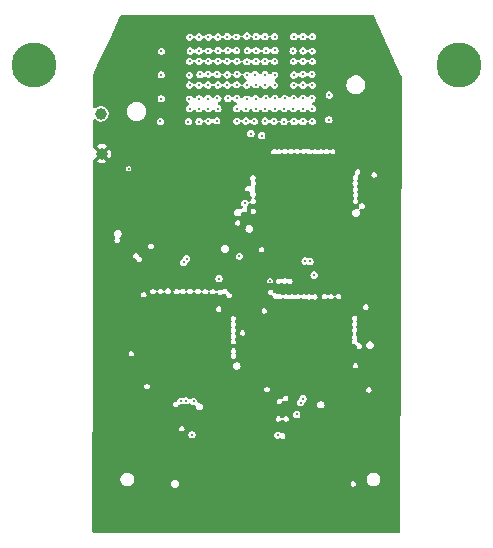
<source format=gbr>
G04 #@! TF.GenerationSoftware,KiCad,Pcbnew,9.0.5*
G04 #@! TF.CreationDate,2025-10-24T14:39:15-07:00*
G04 #@! TF.ProjectId,iris-128b,69726973-2d31-4323-9862-2e6b69636164,rev?*
G04 #@! TF.SameCoordinates,Original*
G04 #@! TF.FileFunction,Copper,L4,Inr*
G04 #@! TF.FilePolarity,Positive*
%FSLAX46Y46*%
G04 Gerber Fmt 4.6, Leading zero omitted, Abs format (unit mm)*
G04 Created by KiCad (PCBNEW 9.0.5) date 2025-10-24 14:39:15*
%MOMM*%
%LPD*%
G01*
G04 APERTURE LIST*
G04 #@! TA.AperFunction,ComponentPad*
%ADD10C,3.800000*%
G04 #@! TD*
G04 #@! TA.AperFunction,ComponentPad*
%ADD11C,1.000000*%
G04 #@! TD*
G04 #@! TA.AperFunction,ViaPad*
%ADD12C,0.600000*%
G04 #@! TD*
G04 #@! TA.AperFunction,ViaPad*
%ADD13C,0.304800*%
G04 #@! TD*
G04 APERTURE END LIST*
D10*
X96650000Y-82485000D03*
D11*
X102380000Y-90030000D03*
X102334060Y-86647020D03*
D10*
X132650000Y-82485000D03*
D12*
X114575000Y-121225000D03*
X105920000Y-91170000D03*
D13*
X114975000Y-95750000D03*
D12*
X126325000Y-116650000D03*
X113627646Y-108979260D03*
X104479560Y-116644300D03*
X114925000Y-91325000D03*
X114950000Y-108510000D03*
X124960000Y-108530000D03*
D13*
X114042120Y-96500000D03*
D12*
X104575000Y-80425000D03*
X112660000Y-110570000D03*
X103400000Y-93150000D03*
X124000000Y-96500000D03*
X104560000Y-108530000D03*
X104680000Y-115660000D03*
X115740000Y-99090000D03*
X105900000Y-84975000D03*
X105675000Y-103300000D03*
X114575000Y-102050000D03*
X116794300Y-110913030D03*
X127025000Y-94025000D03*
X113020000Y-103420000D03*
X107240000Y-111110000D03*
X124450000Y-85300000D03*
X107362751Y-99079640D03*
X114925000Y-79200000D03*
X115410000Y-110290000D03*
X124375000Y-100500000D03*
D13*
X123800000Y-95600000D03*
X105000000Y-96600000D03*
X114025000Y-98700000D03*
X114488596Y-94226850D03*
X119986629Y-99136631D03*
X119407432Y-110754160D03*
X109550000Y-98900000D03*
X109050000Y-110950000D03*
X109300000Y-99227240D03*
X109500000Y-110950000D03*
X119586414Y-99113586D03*
X119200000Y-111100000D03*
X118878861Y-112090164D03*
X112300000Y-100600000D03*
X120350000Y-100300000D03*
X110150000Y-111000000D03*
X121100000Y-80100000D03*
X107400000Y-85375000D03*
X121600000Y-87150000D03*
X104640000Y-91280000D03*
X121625000Y-85050000D03*
X121010680Y-82209640D03*
X107425000Y-81350000D03*
X121000000Y-84200000D03*
X107341470Y-87292688D03*
X107400000Y-83350000D03*
X120200000Y-80100000D03*
X120159272Y-83292696D03*
X120200000Y-82200000D03*
X119410480Y-81315560D03*
X120200000Y-81330800D03*
X120200420Y-86202520D03*
X120203976Y-87278464D03*
X119405400Y-85341700D03*
X119400000Y-82200000D03*
X119400000Y-87287608D03*
X119400000Y-80100000D03*
X119400000Y-84200000D03*
X119400000Y-86200000D03*
X119383048Y-83298792D03*
X120200000Y-84200000D03*
X120175020Y-85341700D03*
X111400657Y-81314582D03*
X111400000Y-80133500D03*
X112232440Y-81295240D03*
X112200000Y-84200000D03*
X112200000Y-86200000D03*
X111377984Y-83297776D03*
X111400000Y-87261192D03*
X111377171Y-84199999D03*
X111400000Y-86200000D03*
X112200000Y-82200000D03*
X112200000Y-80133500D03*
X112105440Y-87244936D03*
X112167473Y-85341700D03*
X111375000Y-85350000D03*
X112146073Y-83304378D03*
X111400000Y-82200000D03*
X115409980Y-82204560D03*
X117000000Y-82200001D03*
X117033040Y-81285080D03*
X115370864Y-83323176D03*
X114644100Y-82245360D03*
X114701320Y-81295240D03*
X117006624Y-83341464D03*
X116207540Y-82209640D03*
X117000000Y-84200000D03*
X116205000Y-83324192D03*
X117000000Y-80100000D03*
X116270514Y-81295212D03*
X115453160Y-81305400D03*
X116175000Y-80100000D03*
X115450000Y-80100000D03*
X114644100Y-80064114D03*
X109702783Y-87300616D03*
X110600000Y-81315560D03*
X110600000Y-87302848D03*
X109787802Y-83364974D03*
X109800000Y-82200000D03*
X109800000Y-86200000D03*
X110600000Y-85364320D03*
X110686537Y-83313464D03*
X109855000Y-81325720D03*
X109793134Y-85370306D03*
X110600000Y-82200000D03*
X109800000Y-80133500D03*
X110600000Y-86200000D03*
X110600000Y-80133500D03*
X110600000Y-84200000D03*
X109800000Y-84200000D03*
X110012171Y-113812171D03*
X117796604Y-87301297D03*
X118608856Y-84215224D03*
X118625000Y-80100000D03*
X118604151Y-85345851D03*
X117852629Y-85341700D03*
X118600000Y-86200000D03*
X118562500Y-81314672D03*
X118600000Y-82200000D03*
X118645432Y-87293704D03*
X118622064Y-83366356D03*
X117805200Y-86210140D03*
X113000000Y-80100000D03*
X113000000Y-82200000D03*
X113030000Y-81285080D03*
X113800000Y-82200000D03*
X113786920Y-81285080D03*
X114575000Y-86225000D03*
X113800000Y-85341700D03*
X113799112Y-87269320D03*
X113833300Y-83297776D03*
X113004600Y-83329272D03*
X117267200Y-113858300D03*
X113800000Y-86200000D03*
X113000000Y-84200000D03*
X113786800Y-84188260D03*
X113776940Y-80123060D03*
X113052860Y-85341700D03*
X114570256Y-87259160D03*
X115912500Y-88487500D03*
X116997790Y-86197790D03*
X116200000Y-84200000D03*
X116949084Y-87276255D03*
X117028402Y-85348137D03*
X115297600Y-87277448D03*
X115412520Y-86212680D03*
X114635249Y-85364591D03*
X116199920Y-86205060D03*
X115000000Y-88325000D03*
X116238020Y-85346540D03*
X114625000Y-84225384D03*
X115403376Y-84194904D03*
X115388220Y-85363219D03*
X114672501Y-83375085D03*
X116200936Y-87247984D03*
X116615784Y-100765784D03*
G04 #@! TA.AperFunction,Conductor*
G36*
X125391698Y-78305784D02*
G01*
X125447114Y-78361200D01*
X125453936Y-78374490D01*
X126213022Y-80052470D01*
X127736436Y-83420018D01*
X127749893Y-83482909D01*
X127625521Y-121998589D01*
X127604993Y-122074223D01*
X127549398Y-122129460D01*
X127474122Y-122149500D01*
X101726641Y-122149500D01*
X101650941Y-122129216D01*
X101595525Y-122073800D01*
X101575241Y-121998100D01*
X101575241Y-121997905D01*
X101580799Y-117680926D01*
X103943300Y-117680926D01*
X103982600Y-117827597D01*
X104058522Y-117959098D01*
X104058524Y-117959101D01*
X104165898Y-118066475D01*
X104165901Y-118066477D01*
X104297402Y-118142399D01*
X104444074Y-118181700D01*
X104444076Y-118181700D01*
X104595925Y-118181700D01*
X104669261Y-118162049D01*
X104742598Y-118142399D01*
X104874102Y-118066475D01*
X104965577Y-117975000D01*
X108242042Y-117975000D01*
X108258171Y-118066475D01*
X108262122Y-118088878D01*
X108288952Y-118135351D01*
X108319937Y-118189019D01*
X108319938Y-118189020D01*
X108319939Y-118189021D01*
X108408521Y-118263350D01*
X108408522Y-118263350D01*
X108408523Y-118263351D01*
X108517182Y-118302900D01*
X108632817Y-118302900D01*
X108632818Y-118302900D01*
X108741479Y-118263350D01*
X108830061Y-118189021D01*
X108887878Y-118088878D01*
X108907958Y-117975000D01*
X123443712Y-117975000D01*
X123461493Y-118064390D01*
X123512128Y-118140172D01*
X123587910Y-118190807D01*
X123677300Y-118208588D01*
X123766690Y-118190807D01*
X123842472Y-118140172D01*
X123893107Y-118064390D01*
X123910888Y-117975000D01*
X123893107Y-117885610D01*
X123842472Y-117809828D01*
X123766690Y-117759193D01*
X123766687Y-117759192D01*
X123677300Y-117741412D01*
X123587912Y-117759192D01*
X123587910Y-117759192D01*
X123587910Y-117759193D01*
X123585237Y-117760979D01*
X123512128Y-117809828D01*
X123461492Y-117885612D01*
X123446874Y-117959102D01*
X123443712Y-117975000D01*
X108907958Y-117975000D01*
X108887878Y-117861122D01*
X108830061Y-117760979D01*
X108741479Y-117686650D01*
X108741477Y-117686649D01*
X108741476Y-117686648D01*
X108725755Y-117680926D01*
X124793300Y-117680926D01*
X124832600Y-117827597D01*
X124908522Y-117959098D01*
X124908524Y-117959101D01*
X125015898Y-118066475D01*
X125015901Y-118066477D01*
X125147402Y-118142399D01*
X125294074Y-118181700D01*
X125294076Y-118181700D01*
X125445925Y-118181700D01*
X125519261Y-118162049D01*
X125592598Y-118142399D01*
X125724102Y-118066475D01*
X125831475Y-117959102D01*
X125907399Y-117827598D01*
X125925249Y-117760980D01*
X125946700Y-117680926D01*
X125946700Y-117529073D01*
X125907399Y-117382402D01*
X125831477Y-117250901D01*
X125831475Y-117250898D01*
X125724101Y-117143524D01*
X125724098Y-117143522D01*
X125592597Y-117067600D01*
X125445927Y-117028300D01*
X125445924Y-117028300D01*
X125294076Y-117028300D01*
X125294073Y-117028300D01*
X125147402Y-117067600D01*
X125015901Y-117143522D01*
X125015898Y-117143524D01*
X124908524Y-117250898D01*
X124908522Y-117250901D01*
X124832600Y-117382402D01*
X124793300Y-117529073D01*
X124793300Y-117680926D01*
X108725755Y-117680926D01*
X108632819Y-117647100D01*
X108632818Y-117647100D01*
X108517182Y-117647100D01*
X108517181Y-117647100D01*
X108408523Y-117686648D01*
X108319937Y-117760980D01*
X108262121Y-117861124D01*
X108242042Y-117975000D01*
X104965577Y-117975000D01*
X104981475Y-117959102D01*
X105057399Y-117827598D01*
X105075249Y-117760980D01*
X105096700Y-117680926D01*
X105096700Y-117529073D01*
X105057399Y-117382402D01*
X104981477Y-117250901D01*
X104981475Y-117250898D01*
X104874101Y-117143524D01*
X104874098Y-117143522D01*
X104742597Y-117067600D01*
X104595927Y-117028300D01*
X104595924Y-117028300D01*
X104444076Y-117028300D01*
X104444073Y-117028300D01*
X104297402Y-117067600D01*
X104165901Y-117143522D01*
X104165898Y-117143524D01*
X104058524Y-117250898D01*
X104058522Y-117250901D01*
X103982600Y-117382402D01*
X103943300Y-117529073D01*
X103943300Y-117680926D01*
X101580799Y-117680926D01*
X101581639Y-117028300D01*
X101585780Y-113812171D01*
X109702161Y-113812171D01*
X109720856Y-113918199D01*
X109720856Y-113918200D01*
X109720857Y-113918201D01*
X109774690Y-114011442D01*
X109857166Y-114080648D01*
X109958338Y-114117471D01*
X109958340Y-114117471D01*
X110066002Y-114117471D01*
X110066004Y-114117471D01*
X110167176Y-114080648D01*
X110249652Y-114011442D01*
X110303485Y-113918201D01*
X110314047Y-113858300D01*
X116957190Y-113858300D01*
X116975885Y-113964328D01*
X116975885Y-113964329D01*
X116975886Y-113964330D01*
X117029719Y-114057571D01*
X117112195Y-114126777D01*
X117213367Y-114163600D01*
X117213369Y-114163600D01*
X117321032Y-114163600D01*
X117321033Y-114163600D01*
X117422205Y-114126777D01*
X117422205Y-114126776D01*
X117434653Y-114122246D01*
X117435598Y-114124843D01*
X117492547Y-114109581D01*
X117568249Y-114129860D01*
X117576667Y-114135095D01*
X117587910Y-114142607D01*
X117677300Y-114160388D01*
X117766690Y-114142607D01*
X117842472Y-114091972D01*
X117893107Y-114016190D01*
X117910888Y-113926800D01*
X117893107Y-113837410D01*
X117842472Y-113761628D01*
X117766690Y-113710993D01*
X117766687Y-113710992D01*
X117677300Y-113693212D01*
X117677299Y-113693212D01*
X117641855Y-113700262D01*
X117563652Y-113695136D01*
X117517532Y-113664319D01*
X117514828Y-113667543D01*
X117422206Y-113589824D01*
X117422205Y-113589823D01*
X117321033Y-113553000D01*
X117213367Y-113553000D01*
X117112195Y-113589823D01*
X117112194Y-113589823D01*
X117112193Y-113589824D01*
X117029720Y-113659027D01*
X116975885Y-113752271D01*
X116957190Y-113858299D01*
X116957190Y-113858300D01*
X110314047Y-113858300D01*
X110322181Y-113812171D01*
X110303485Y-113706141D01*
X110249652Y-113612900D01*
X110167176Y-113543694D01*
X110066004Y-113506871D01*
X109958338Y-113506871D01*
X109857166Y-113543694D01*
X109857165Y-113543694D01*
X109857164Y-113543695D01*
X109774691Y-113612898D01*
X109720856Y-113706142D01*
X109702161Y-113812170D01*
X109702161Y-113812171D01*
X101585780Y-113812171D01*
X101586439Y-113300000D01*
X108916412Y-113300000D01*
X108934193Y-113389390D01*
X108984828Y-113465172D01*
X109060610Y-113515807D01*
X109150000Y-113533588D01*
X109239390Y-113515807D01*
X109315172Y-113465172D01*
X109365807Y-113389390D01*
X109383588Y-113300000D01*
X109365807Y-113210610D01*
X109315172Y-113134828D01*
X109239390Y-113084193D01*
X109239387Y-113084192D01*
X109150000Y-113066412D01*
X109060612Y-113084192D01*
X109060610Y-113084192D01*
X109060610Y-113084193D01*
X108984828Y-113134828D01*
X108934192Y-113210612D01*
X108916412Y-113300000D01*
X101586439Y-113300000D01*
X101587495Y-112480000D01*
X117096412Y-112480000D01*
X117114193Y-112569390D01*
X117164828Y-112645172D01*
X117240610Y-112695807D01*
X117330000Y-112713588D01*
X117419390Y-112695807D01*
X117495172Y-112645172D01*
X117534115Y-112586887D01*
X117593035Y-112535215D01*
X117669899Y-112519924D01*
X117744111Y-112545114D01*
X117785883Y-112586886D01*
X117824828Y-112645172D01*
X117900610Y-112695807D01*
X117990000Y-112713588D01*
X118079390Y-112695807D01*
X118155172Y-112645172D01*
X118205807Y-112569390D01*
X118223588Y-112480000D01*
X118205807Y-112390610D01*
X118155172Y-112314828D01*
X118079390Y-112264193D01*
X118079387Y-112264192D01*
X117990000Y-112246412D01*
X117900612Y-112264192D01*
X117900610Y-112264192D01*
X117900610Y-112264193D01*
X117862719Y-112289510D01*
X117824826Y-112314829D01*
X117785885Y-112373111D01*
X117726964Y-112424785D01*
X117650100Y-112440075D01*
X117575888Y-112414884D01*
X117534115Y-112373111D01*
X117495173Y-112314829D01*
X117495172Y-112314828D01*
X117419390Y-112264193D01*
X117419387Y-112264192D01*
X117330000Y-112246412D01*
X117240612Y-112264192D01*
X117240610Y-112264192D01*
X117240610Y-112264193D01*
X117164828Y-112314828D01*
X117125886Y-112373111D01*
X117114192Y-112390612D01*
X117096412Y-112480000D01*
X101587495Y-112480000D01*
X101587997Y-112090164D01*
X118568851Y-112090164D01*
X118587546Y-112196192D01*
X118587546Y-112196193D01*
X118587547Y-112196194D01*
X118641380Y-112289435D01*
X118723856Y-112358641D01*
X118825028Y-112395464D01*
X118825030Y-112395464D01*
X118932692Y-112395464D01*
X118932694Y-112395464D01*
X119033866Y-112358641D01*
X119116342Y-112289435D01*
X119170175Y-112196194D01*
X119188871Y-112090164D01*
X119170175Y-111984134D01*
X119116342Y-111890893D01*
X119033866Y-111821687D01*
X118932694Y-111784864D01*
X118825028Y-111784864D01*
X118723856Y-111821687D01*
X118723855Y-111821687D01*
X118723854Y-111821688D01*
X118641381Y-111890891D01*
X118587546Y-111984135D01*
X118568851Y-112090163D01*
X118568851Y-112090164D01*
X101587997Y-112090164D01*
X101589078Y-111250000D01*
X108416412Y-111250000D01*
X108432125Y-111328997D01*
X108434193Y-111339390D01*
X108484828Y-111415172D01*
X108560610Y-111465807D01*
X108650000Y-111483588D01*
X108739390Y-111465807D01*
X108815172Y-111415172D01*
X108865807Y-111339390D01*
X108865807Y-111339387D01*
X108874090Y-111326992D01*
X108877090Y-111328997D01*
X108909629Y-111286590D01*
X108982033Y-111256596D01*
X109001800Y-111255300D01*
X109103832Y-111255300D01*
X109103833Y-111255300D01*
X109205005Y-111218477D01*
X109205005Y-111218476D01*
X109217453Y-111213946D01*
X109218434Y-111216643D01*
X109275000Y-111201487D01*
X109331565Y-111216643D01*
X109332547Y-111213946D01*
X109344994Y-111218476D01*
X109344995Y-111218477D01*
X109446167Y-111255300D01*
X109446168Y-111255300D01*
X109553831Y-111255300D01*
X109553833Y-111255300D01*
X109655005Y-111218477D01*
X109699598Y-111181058D01*
X109770625Y-111147937D01*
X109848697Y-111154767D01*
X109901529Y-111191760D01*
X109902372Y-111190757D01*
X109920574Y-111206030D01*
X109994995Y-111268477D01*
X110096167Y-111305300D01*
X110096169Y-111305300D01*
X110188590Y-111305300D01*
X110264290Y-111325584D01*
X110319706Y-111381000D01*
X110334834Y-111437459D01*
X110337690Y-111436956D01*
X110358685Y-111556028D01*
X110358685Y-111556029D01*
X110358686Y-111556030D01*
X110412519Y-111649271D01*
X110494995Y-111718477D01*
X110596167Y-111755300D01*
X110596169Y-111755300D01*
X110703831Y-111755300D01*
X110703833Y-111755300D01*
X110805005Y-111718477D01*
X110887481Y-111649271D01*
X110941314Y-111556030D01*
X110960010Y-111450000D01*
X110941314Y-111343970D01*
X110887481Y-111250729D01*
X110886612Y-111250000D01*
X110817205Y-111191760D01*
X110805005Y-111181523D01*
X110703833Y-111144700D01*
X110611410Y-111144700D01*
X110535710Y-111124416D01*
X110480294Y-111069000D01*
X110465165Y-111012540D01*
X110462310Y-111013044D01*
X110460010Y-111000000D01*
X117166412Y-111000000D01*
X117183285Y-111084828D01*
X117184193Y-111089390D01*
X117234828Y-111165172D01*
X117310610Y-111215807D01*
X117400000Y-111233588D01*
X117489390Y-111215807D01*
X117565172Y-111165172D01*
X117608718Y-111100000D01*
X118889990Y-111100000D01*
X118908685Y-111206028D01*
X118908685Y-111206029D01*
X118908686Y-111206030D01*
X118962519Y-111299271D01*
X119044995Y-111368477D01*
X119146167Y-111405300D01*
X119146169Y-111405300D01*
X119253831Y-111405300D01*
X119253833Y-111405300D01*
X119355005Y-111368477D01*
X119437481Y-111299271D01*
X119451494Y-111275000D01*
X120614990Y-111275000D01*
X120633685Y-111381028D01*
X120633685Y-111381029D01*
X120633686Y-111381030D01*
X120682632Y-111465807D01*
X120687520Y-111474272D01*
X120715011Y-111497339D01*
X120769995Y-111543477D01*
X120871167Y-111580300D01*
X120871169Y-111580300D01*
X120978831Y-111580300D01*
X120978833Y-111580300D01*
X121080005Y-111543477D01*
X121162481Y-111474271D01*
X121216314Y-111381030D01*
X121235010Y-111275000D01*
X121233859Y-111268475D01*
X121224573Y-111215807D01*
X121216314Y-111168970D01*
X121162481Y-111075729D01*
X121080005Y-111006523D01*
X120978833Y-110969700D01*
X120871167Y-110969700D01*
X120769995Y-111006523D01*
X120769994Y-111006523D01*
X120769993Y-111006524D01*
X120687520Y-111075727D01*
X120633685Y-111168971D01*
X120614990Y-111274999D01*
X120614990Y-111275000D01*
X119451494Y-111275000D01*
X119491314Y-111206030D01*
X119507347Y-111115100D01*
X119540467Y-111044073D01*
X119559129Y-111025411D01*
X119562433Y-111022638D01*
X119562437Y-111022637D01*
X119644913Y-110953431D01*
X119698746Y-110860190D01*
X119717442Y-110754160D01*
X119717187Y-110752716D01*
X119698746Y-110648131D01*
X119698746Y-110648130D01*
X119644913Y-110554889D01*
X119644840Y-110554828D01*
X119562438Y-110485684D01*
X119562437Y-110485683D01*
X119461265Y-110448860D01*
X119353599Y-110448860D01*
X119252427Y-110485683D01*
X119252426Y-110485683D01*
X119252425Y-110485684D01*
X119169952Y-110554887D01*
X119116117Y-110648130D01*
X119100084Y-110739059D01*
X119066962Y-110810086D01*
X119048304Y-110828745D01*
X118965436Y-110898281D01*
X118962519Y-110900729D01*
X118944547Y-110931858D01*
X118908685Y-110993971D01*
X118889990Y-111099999D01*
X118889990Y-111100000D01*
X117608718Y-111100000D01*
X117615807Y-111089390D01*
X117626114Y-111037572D01*
X117660776Y-110967285D01*
X117725938Y-110923744D01*
X117804141Y-110918618D01*
X117836109Y-110931858D01*
X117836837Y-110930102D01*
X117850607Y-110935805D01*
X117850610Y-110935807D01*
X117940000Y-110953588D01*
X118029390Y-110935807D01*
X118105172Y-110885172D01*
X118155807Y-110809390D01*
X118173588Y-110720000D01*
X118155807Y-110630610D01*
X118105172Y-110554828D01*
X118029390Y-110504193D01*
X118029387Y-110504192D01*
X117940000Y-110486412D01*
X117850612Y-110504192D01*
X117850610Y-110504192D01*
X117850610Y-110504193D01*
X117774828Y-110554828D01*
X117724192Y-110630611D01*
X117713885Y-110682429D01*
X117679221Y-110752716D01*
X117614058Y-110796256D01*
X117535855Y-110801381D01*
X117503890Y-110788141D01*
X117503163Y-110789898D01*
X117489390Y-110784193D01*
X117400000Y-110766412D01*
X117310612Y-110784192D01*
X117310610Y-110784192D01*
X117310610Y-110784193D01*
X117234828Y-110834828D01*
X117195312Y-110893970D01*
X117184192Y-110910612D01*
X117166412Y-111000000D01*
X110460010Y-111000000D01*
X110442506Y-110900729D01*
X110441314Y-110893970D01*
X110387481Y-110800729D01*
X110382150Y-110796256D01*
X110327891Y-110750727D01*
X110305005Y-110731523D01*
X110203833Y-110694700D01*
X110096167Y-110694700D01*
X109994995Y-110731523D01*
X109994994Y-110731523D01*
X109994993Y-110731524D01*
X109950400Y-110768942D01*
X109879371Y-110802062D01*
X109801299Y-110795231D01*
X109748470Y-110758238D01*
X109747628Y-110759243D01*
X109657192Y-110683358D01*
X109655005Y-110681523D01*
X109553833Y-110644700D01*
X109446167Y-110644700D01*
X109344995Y-110681523D01*
X109344992Y-110681524D01*
X109332549Y-110686054D01*
X109331567Y-110683357D01*
X109274989Y-110698513D01*
X109218432Y-110683358D01*
X109217451Y-110686054D01*
X109205007Y-110681524D01*
X109205005Y-110681523D01*
X109103833Y-110644700D01*
X108996167Y-110644700D01*
X108894995Y-110681523D01*
X108894994Y-110681523D01*
X108894993Y-110681524D01*
X108812520Y-110750727D01*
X108758685Y-110843970D01*
X108749109Y-110898281D01*
X108715987Y-110969308D01*
X108651789Y-111014259D01*
X108629547Y-111020480D01*
X108560611Y-111034192D01*
X108560610Y-111034193D01*
X108484828Y-111084828D01*
X108434773Y-111159743D01*
X108434192Y-111160612D01*
X108416412Y-111250000D01*
X101589078Y-111250000D01*
X101590707Y-109985000D01*
X116126412Y-109985000D01*
X116144193Y-110074390D01*
X116194828Y-110150172D01*
X116270610Y-110200807D01*
X116360000Y-110218588D01*
X116449390Y-110200807D01*
X116525172Y-110150172D01*
X116575807Y-110074390D01*
X116586626Y-110020000D01*
X124746412Y-110020000D01*
X124764193Y-110109390D01*
X124814828Y-110185172D01*
X124890610Y-110235807D01*
X124980000Y-110253588D01*
X125069390Y-110235807D01*
X125145172Y-110185172D01*
X125195807Y-110109390D01*
X125213588Y-110020000D01*
X125195807Y-109930610D01*
X125145172Y-109854828D01*
X125069390Y-109804193D01*
X125069387Y-109804192D01*
X124980000Y-109786412D01*
X124890612Y-109804192D01*
X124890610Y-109804192D01*
X124890610Y-109804193D01*
X124814828Y-109854828D01*
X124787578Y-109895612D01*
X124764192Y-109930612D01*
X124761170Y-109945807D01*
X124746412Y-110020000D01*
X116586626Y-110020000D01*
X116593588Y-109985000D01*
X116575807Y-109895610D01*
X116525172Y-109819828D01*
X116449390Y-109769193D01*
X116449387Y-109769192D01*
X116360000Y-109751412D01*
X116270612Y-109769192D01*
X116270610Y-109769192D01*
X116270610Y-109769193D01*
X116194828Y-109819828D01*
X116144487Y-109895171D01*
X116144192Y-109895612D01*
X116134208Y-109945807D01*
X116126412Y-109985000D01*
X101590707Y-109985000D01*
X101591035Y-109730000D01*
X105966412Y-109730000D01*
X105984193Y-109819390D01*
X106034828Y-109895172D01*
X106110610Y-109945807D01*
X106200000Y-109963588D01*
X106289390Y-109945807D01*
X106365172Y-109895172D01*
X106415807Y-109819390D01*
X106433588Y-109730000D01*
X106415807Y-109640610D01*
X106365172Y-109564828D01*
X106289390Y-109514193D01*
X106289387Y-109514192D01*
X106200000Y-109496412D01*
X106110612Y-109514192D01*
X106110610Y-109514192D01*
X106110610Y-109514193D01*
X106034828Y-109564828D01*
X105984192Y-109640612D01*
X105966412Y-109730000D01*
X101591035Y-109730000D01*
X101593271Y-107992955D01*
X113452742Y-107992955D01*
X113462692Y-108049387D01*
X113472822Y-108106833D01*
X113483410Y-108125172D01*
X113530637Y-108206974D01*
X113530638Y-108206975D01*
X113530639Y-108206976D01*
X113619221Y-108281305D01*
X113619222Y-108281305D01*
X113619223Y-108281306D01*
X113727882Y-108320855D01*
X113843517Y-108320855D01*
X113843518Y-108320855D01*
X113952179Y-108281305D01*
X114040761Y-108206976D01*
X114098578Y-108106833D01*
X114118658Y-107992955D01*
X114112847Y-107960000D01*
X123616412Y-107960000D01*
X123634193Y-108049390D01*
X123684828Y-108125172D01*
X123760610Y-108175807D01*
X123850000Y-108193588D01*
X123939390Y-108175807D01*
X124015172Y-108125172D01*
X124065807Y-108049390D01*
X124083588Y-107960000D01*
X124065807Y-107870610D01*
X124015172Y-107794828D01*
X123939390Y-107744193D01*
X123939387Y-107744192D01*
X123850000Y-107726412D01*
X123760612Y-107744192D01*
X123760610Y-107744192D01*
X123760610Y-107744193D01*
X123708614Y-107778935D01*
X123684828Y-107794828D01*
X123634192Y-107870612D01*
X123632508Y-107879079D01*
X123616412Y-107960000D01*
X114112847Y-107960000D01*
X114098578Y-107879077D01*
X114040761Y-107778934D01*
X113952179Y-107704605D01*
X113952177Y-107704604D01*
X113952176Y-107704603D01*
X113843519Y-107665055D01*
X113843518Y-107665055D01*
X113727882Y-107665055D01*
X113727881Y-107665055D01*
X113619223Y-107704603D01*
X113530637Y-107778935D01*
X113472821Y-107879079D01*
X113452742Y-107992955D01*
X101593271Y-107992955D01*
X101594614Y-106950000D01*
X104641412Y-106950000D01*
X104652428Y-107005383D01*
X104659193Y-107039390D01*
X104709828Y-107115172D01*
X104785610Y-107165807D01*
X104875000Y-107183588D01*
X104964390Y-107165807D01*
X105040172Y-107115172D01*
X105090807Y-107039390D01*
X105108588Y-106950000D01*
X105090807Y-106860610D01*
X105040172Y-106784828D01*
X104964390Y-106734193D01*
X104964387Y-106734192D01*
X104875000Y-106716412D01*
X104785612Y-106734192D01*
X104785610Y-106734192D01*
X104785610Y-106734193D01*
X104709828Y-106784828D01*
X104662827Y-106855172D01*
X104659192Y-106860612D01*
X104641412Y-106950000D01*
X101594614Y-106950000D01*
X101594949Y-106690000D01*
X113291412Y-106690000D01*
X113309192Y-106779389D01*
X113347793Y-106837161D01*
X113372983Y-106911373D01*
X113357692Y-106988237D01*
X113347793Y-107005383D01*
X113310892Y-107060610D01*
X113293112Y-107150000D01*
X113310893Y-107239390D01*
X113361528Y-107315172D01*
X113437310Y-107365807D01*
X113526700Y-107383588D01*
X113616090Y-107365807D01*
X113691872Y-107315172D01*
X113742507Y-107239390D01*
X113760288Y-107150000D01*
X113742507Y-107060610D01*
X113703905Y-107002837D01*
X113678716Y-106928627D01*
X113694006Y-106851763D01*
X113703899Y-106834626D01*
X113740807Y-106779390D01*
X113758588Y-106690000D01*
X113740807Y-106600610D01*
X113690172Y-106524828D01*
X113614390Y-106474193D01*
X113614389Y-106474192D01*
X113614388Y-106474192D01*
X113569237Y-106465211D01*
X113518326Y-106440103D01*
X113483559Y-106463334D01*
X113464431Y-106468460D01*
X113435611Y-106474192D01*
X113359828Y-106524828D01*
X113309192Y-106600612D01*
X113291412Y-106690000D01*
X101594949Y-106690000D01*
X101595906Y-105946690D01*
X113275082Y-105946690D01*
X113291531Y-106029387D01*
X113292863Y-106036080D01*
X113343498Y-106111862D01*
X113419280Y-106162497D01*
X113464430Y-106171478D01*
X113515343Y-106196585D01*
X113550112Y-106173354D01*
X113569222Y-106168233D01*
X113598060Y-106162497D01*
X113673842Y-106111862D01*
X113724477Y-106036080D01*
X113742258Y-105946690D01*
X113724477Y-105857300D01*
X113724477Y-105857299D01*
X113673364Y-105780802D01*
X113648173Y-105706590D01*
X113663463Y-105629726D01*
X113673364Y-105612578D01*
X113724477Y-105536080D01*
X113724477Y-105536079D01*
X113727675Y-105520000D01*
X123536412Y-105520000D01*
X123539610Y-105536080D01*
X123554193Y-105609390D01*
X123588580Y-105660854D01*
X123613770Y-105735066D01*
X123598480Y-105811930D01*
X123588581Y-105829076D01*
X123574192Y-105850610D01*
X123556412Y-105940000D01*
X123570530Y-106010979D01*
X123574193Y-106029390D01*
X123624828Y-106105172D01*
X123700610Y-106155807D01*
X123790000Y-106173588D01*
X123792016Y-106173588D01*
X123797822Y-106175143D01*
X123804625Y-106176497D01*
X123804536Y-106176942D01*
X123867716Y-106193872D01*
X123923132Y-106249288D01*
X123940507Y-106295451D01*
X123941412Y-106300000D01*
X123959193Y-106389390D01*
X124009828Y-106465172D01*
X124085610Y-106515807D01*
X124175000Y-106533588D01*
X124264390Y-106515807D01*
X124340172Y-106465172D01*
X124390807Y-106389390D01*
X124408588Y-106300000D01*
X124393669Y-106225000D01*
X124738042Y-106225000D01*
X124751266Y-106300000D01*
X124758122Y-106338878D01*
X124784952Y-106385351D01*
X124815937Y-106439019D01*
X124815938Y-106439020D01*
X124815939Y-106439021D01*
X124904521Y-106513350D01*
X124904522Y-106513350D01*
X124904523Y-106513351D01*
X125013182Y-106552900D01*
X125128817Y-106552900D01*
X125128818Y-106552900D01*
X125237479Y-106513350D01*
X125326061Y-106439021D01*
X125383878Y-106338878D01*
X125403958Y-106225000D01*
X125383878Y-106111122D01*
X125340551Y-106036077D01*
X125326062Y-106010980D01*
X125326061Y-106010979D01*
X125237479Y-105936650D01*
X125237477Y-105936649D01*
X125237476Y-105936648D01*
X125128819Y-105897100D01*
X125128818Y-105897100D01*
X125013182Y-105897100D01*
X125013181Y-105897100D01*
X124904523Y-105936648D01*
X124815937Y-106010980D01*
X124758121Y-106111124D01*
X124738042Y-106225000D01*
X124393669Y-106225000D01*
X124390807Y-106210610D01*
X124340172Y-106134828D01*
X124264390Y-106084193D01*
X124264387Y-106084192D01*
X124175000Y-106066412D01*
X124172984Y-106066412D01*
X124167177Y-106064856D01*
X124160375Y-106063503D01*
X124160463Y-106063057D01*
X124097284Y-106046128D01*
X124041868Y-105990712D01*
X124024493Y-105944549D01*
X124005807Y-105850610D01*
X123971420Y-105799145D01*
X123946229Y-105724934D01*
X123961519Y-105648069D01*
X123971414Y-105630930D01*
X123985807Y-105609390D01*
X124003588Y-105520000D01*
X123985807Y-105430610D01*
X123935172Y-105354828D01*
X123935170Y-105354827D01*
X123935170Y-105354826D01*
X123925962Y-105345618D01*
X123886777Y-105277747D01*
X123886777Y-105199377D01*
X123925962Y-105131506D01*
X123941998Y-105118345D01*
X123945168Y-105115174D01*
X123945172Y-105115172D01*
X123995807Y-105039390D01*
X124013588Y-104950000D01*
X123995807Y-104860610D01*
X123949693Y-104791594D01*
X123939693Y-104776627D01*
X123914503Y-104702416D01*
X123929793Y-104625551D01*
X123939688Y-104608412D01*
X123985807Y-104539390D01*
X124003588Y-104450000D01*
X123985807Y-104360610D01*
X123946374Y-104301593D01*
X123921184Y-104227384D01*
X123936474Y-104150520D01*
X123946368Y-104133381D01*
X123995807Y-104059390D01*
X124013588Y-103970000D01*
X123995807Y-103880610D01*
X123945172Y-103804828D01*
X123869390Y-103754193D01*
X123869387Y-103754192D01*
X123780000Y-103736412D01*
X123690612Y-103754192D01*
X123690610Y-103754192D01*
X123690610Y-103754193D01*
X123684489Y-103758283D01*
X123614828Y-103804828D01*
X123564192Y-103880612D01*
X123546412Y-103970000D01*
X123564192Y-104059389D01*
X123603624Y-104118404D01*
X123628815Y-104192615D01*
X123613525Y-104269480D01*
X123603625Y-104286627D01*
X123554192Y-104360610D01*
X123536412Y-104450000D01*
X123554192Y-104539389D01*
X123610306Y-104623372D01*
X123635496Y-104697584D01*
X123620205Y-104774448D01*
X123610306Y-104791594D01*
X123564192Y-104860610D01*
X123546412Y-104950000D01*
X123563534Y-105036080D01*
X123564193Y-105039390D01*
X123614828Y-105115172D01*
X123614829Y-105115173D01*
X123624037Y-105124381D01*
X123663222Y-105192252D01*
X123663222Y-105270622D01*
X123624037Y-105338493D01*
X123608007Y-105351648D01*
X123604829Y-105354826D01*
X123554192Y-105430612D01*
X123536412Y-105520000D01*
X113727675Y-105520000D01*
X113742258Y-105446690D01*
X113727426Y-105372130D01*
X113724477Y-105357299D01*
X113673364Y-105280802D01*
X113648173Y-105206590D01*
X113650815Y-105193306D01*
X114053912Y-105193306D01*
X114071458Y-105281518D01*
X114071693Y-105282696D01*
X114122328Y-105358478D01*
X114198110Y-105409113D01*
X114287500Y-105426894D01*
X114376890Y-105409113D01*
X114452672Y-105358478D01*
X114503307Y-105282696D01*
X114521088Y-105193306D01*
X114503307Y-105103916D01*
X114452672Y-105028134D01*
X114376890Y-104977499D01*
X114376887Y-104977498D01*
X114287500Y-104959718D01*
X114198112Y-104977498D01*
X114198110Y-104977498D01*
X114198110Y-104977499D01*
X114122328Y-105028134D01*
X114071692Y-105103918D01*
X114053912Y-105193306D01*
X113650815Y-105193306D01*
X113663463Y-105129726D01*
X113673364Y-105112578D01*
X113724477Y-105036080D01*
X113724477Y-105036079D01*
X113742258Y-104946690D01*
X113727426Y-104872130D01*
X113724477Y-104857299D01*
X113673364Y-104780802D01*
X113648173Y-104706590D01*
X113663463Y-104629726D01*
X113673364Y-104612578D01*
X113724477Y-104536080D01*
X113724477Y-104536079D01*
X113742258Y-104446690D01*
X113724477Y-104357300D01*
X113682515Y-104294499D01*
X113657326Y-104220292D01*
X113672616Y-104143427D01*
X113682509Y-104126289D01*
X113724477Y-104063480D01*
X113742258Y-103974090D01*
X113724477Y-103884700D01*
X113673842Y-103808918D01*
X113598060Y-103758283D01*
X113598057Y-103758282D01*
X113508670Y-103740502D01*
X113419282Y-103758282D01*
X113419280Y-103758282D01*
X113419280Y-103758283D01*
X113343498Y-103808918D01*
X113295595Y-103880612D01*
X113292862Y-103884702D01*
X113275896Y-103970000D01*
X113275082Y-103974090D01*
X113292863Y-104063480D01*
X113334822Y-104126277D01*
X113334823Y-104126278D01*
X113360013Y-104200490D01*
X113344723Y-104277354D01*
X113334823Y-104294502D01*
X113292862Y-104357302D01*
X113275082Y-104446690D01*
X113292862Y-104536079D01*
X113343976Y-104612579D01*
X113369166Y-104686791D01*
X113353875Y-104763655D01*
X113343976Y-104780801D01*
X113292862Y-104857300D01*
X113275082Y-104946690D01*
X113292862Y-105036079D01*
X113343976Y-105112579D01*
X113369166Y-105186791D01*
X113353875Y-105263655D01*
X113343976Y-105280801D01*
X113292862Y-105357300D01*
X113275082Y-105446690D01*
X113292862Y-105536079D01*
X113343976Y-105612579D01*
X113369166Y-105686791D01*
X113353875Y-105763655D01*
X113343976Y-105780801D01*
X113292862Y-105857300D01*
X113275082Y-105946690D01*
X101595906Y-105946690D01*
X101599474Y-103175000D01*
X112026386Y-103175000D01*
X112037447Y-103230610D01*
X112044167Y-103264390D01*
X112094802Y-103340172D01*
X112170584Y-103390807D01*
X112259974Y-103408588D01*
X112349364Y-103390807D01*
X112425146Y-103340172D01*
X112438624Y-103320000D01*
X115896412Y-103320000D01*
X115910496Y-103390807D01*
X115914193Y-103409390D01*
X115964828Y-103485172D01*
X116040610Y-103535807D01*
X116130000Y-103553588D01*
X116219390Y-103535807D01*
X116295172Y-103485172D01*
X116345807Y-103409390D01*
X116363588Y-103320000D01*
X116345807Y-103230610D01*
X116295172Y-103154828D01*
X116219390Y-103104193D01*
X116219387Y-103104192D01*
X116130000Y-103086412D01*
X116040612Y-103104192D01*
X116040610Y-103104192D01*
X116040610Y-103104193D01*
X115964828Y-103154828D01*
X115957917Y-103165172D01*
X115914192Y-103230612D01*
X115896412Y-103320000D01*
X112438624Y-103320000D01*
X112475781Y-103264390D01*
X112493562Y-103175000D01*
X112475781Y-103085610D01*
X112425146Y-103009828D01*
X112410437Y-103000000D01*
X124491412Y-103000000D01*
X124508600Y-103086412D01*
X124509193Y-103089390D01*
X124559828Y-103165172D01*
X124635610Y-103215807D01*
X124725000Y-103233588D01*
X124814390Y-103215807D01*
X124890172Y-103165172D01*
X124940807Y-103089390D01*
X124958588Y-103000000D01*
X124940807Y-102910610D01*
X124890172Y-102834828D01*
X124814390Y-102784193D01*
X124814387Y-102784192D01*
X124725000Y-102766412D01*
X124635612Y-102784192D01*
X124635610Y-102784192D01*
X124635610Y-102784193D01*
X124559828Y-102834828D01*
X124509192Y-102910612D01*
X124491412Y-103000000D01*
X112410437Y-103000000D01*
X112349364Y-102959193D01*
X112349361Y-102959192D01*
X112259974Y-102941412D01*
X112170586Y-102959192D01*
X112170584Y-102959192D01*
X112170584Y-102959193D01*
X112109511Y-103000000D01*
X112094802Y-103009828D01*
X112044166Y-103085612D01*
X112026386Y-103175000D01*
X101599474Y-103175000D01*
X101601051Y-101950000D01*
X105706412Y-101950000D01*
X105722446Y-102030610D01*
X105724193Y-102039390D01*
X105774828Y-102115172D01*
X105850610Y-102165807D01*
X105940000Y-102183588D01*
X106029390Y-102165807D01*
X106105172Y-102115172D01*
X106155807Y-102039390D01*
X106173588Y-101950000D01*
X106155807Y-101860610D01*
X106105172Y-101784828D01*
X106029390Y-101734193D01*
X106029387Y-101734192D01*
X105940000Y-101716412D01*
X105850612Y-101734192D01*
X105850610Y-101734192D01*
X105850610Y-101734193D01*
X105774828Y-101784828D01*
X105727827Y-101855172D01*
X105724192Y-101860612D01*
X105706412Y-101950000D01*
X101601051Y-101950000D01*
X101601386Y-101690000D01*
X106476412Y-101690000D01*
X106494189Y-101779373D01*
X106494193Y-101779390D01*
X106544828Y-101855172D01*
X106620610Y-101905807D01*
X106710000Y-101923588D01*
X106799390Y-101905807D01*
X106875172Y-101855172D01*
X106902456Y-101814336D01*
X106961374Y-101762665D01*
X107038238Y-101747374D01*
X107112450Y-101772563D01*
X107154225Y-101814337D01*
X107173533Y-101843235D01*
X107174828Y-101845172D01*
X107250610Y-101895807D01*
X107340000Y-101913588D01*
X107429390Y-101895807D01*
X107505172Y-101845172D01*
X107549137Y-101779371D01*
X107608057Y-101727699D01*
X107684921Y-101712408D01*
X107759133Y-101737598D01*
X107800907Y-101779372D01*
X107824826Y-101815170D01*
X107824827Y-101815170D01*
X107824828Y-101815172D01*
X107900610Y-101865807D01*
X107990000Y-101883588D01*
X108079390Y-101865807D01*
X108155172Y-101815172D01*
X108205807Y-101739390D01*
X108205807Y-101739387D01*
X108209597Y-101733716D01*
X108268518Y-101682042D01*
X108293578Y-101677056D01*
X108375741Y-101677056D01*
X108419594Y-101691941D01*
X108471268Y-101750862D01*
X108483974Y-101788289D01*
X108484192Y-101789388D01*
X108484192Y-101789389D01*
X108484193Y-101789390D01*
X108534828Y-101865172D01*
X108610610Y-101915807D01*
X108700000Y-101933588D01*
X108789390Y-101915807D01*
X108865172Y-101865172D01*
X108865174Y-101865168D01*
X108868274Y-101862069D01*
X108936143Y-101822881D01*
X109014514Y-101822878D01*
X109059446Y-101843235D01*
X109069827Y-101850171D01*
X109069828Y-101850172D01*
X109145610Y-101900807D01*
X109235000Y-101918588D01*
X109324390Y-101900807D01*
X109400172Y-101850172D01*
X109419956Y-101820562D01*
X109478873Y-101768891D01*
X109555737Y-101753599D01*
X109629950Y-101778788D01*
X109671725Y-101820562D01*
X109684826Y-101840170D01*
X109684828Y-101840172D01*
X109760610Y-101890807D01*
X109850000Y-101908588D01*
X109939390Y-101890807D01*
X110015172Y-101840172D01*
X110044114Y-101796855D01*
X110103035Y-101745181D01*
X110179900Y-101729891D01*
X110254111Y-101755081D01*
X110295885Y-101796855D01*
X110324828Y-101840172D01*
X110400610Y-101890807D01*
X110490000Y-101908588D01*
X110579390Y-101890807D01*
X110655172Y-101840172D01*
X110673263Y-101813096D01*
X110732180Y-101761424D01*
X110809045Y-101746133D01*
X110883257Y-101771322D01*
X110925032Y-101813096D01*
X110959827Y-101865171D01*
X110959828Y-101865172D01*
X111035610Y-101915807D01*
X111125000Y-101933588D01*
X111214390Y-101915807D01*
X111290172Y-101865172D01*
X111324116Y-101814370D01*
X111383036Y-101762698D01*
X111459900Y-101747408D01*
X111534112Y-101772598D01*
X111575883Y-101814369D01*
X111609828Y-101865172D01*
X111685610Y-101915807D01*
X111775000Y-101933588D01*
X111864390Y-101915807D01*
X111940172Y-101865172D01*
X111944909Y-101858082D01*
X112003825Y-101806409D01*
X112080689Y-101791116D01*
X112154902Y-101816303D01*
X112196680Y-101858079D01*
X112234173Y-101914192D01*
X112234828Y-101915172D01*
X112310610Y-101965807D01*
X112400000Y-101983588D01*
X112489390Y-101965807D01*
X112565172Y-101915172D01*
X112565172Y-101915170D01*
X112577571Y-101906887D01*
X112578202Y-101907832D01*
X112632602Y-101876422D01*
X112701330Y-101874170D01*
X112712652Y-101876422D01*
X112791485Y-101892103D01*
X112791485Y-101892102D01*
X112794815Y-101892765D01*
X112865104Y-101927427D01*
X112908644Y-101992590D01*
X112913770Y-102011719D01*
X112933319Y-102110000D01*
X112934193Y-102114390D01*
X112984828Y-102190172D01*
X113060610Y-102240807D01*
X113150000Y-102258588D01*
X113239390Y-102240807D01*
X113315172Y-102190172D01*
X113365807Y-102114390D01*
X113383588Y-102025000D01*
X113365807Y-101935610D01*
X113315172Y-101859828D01*
X113239390Y-101809193D01*
X113239387Y-101809192D01*
X113146668Y-101790749D01*
X113104594Y-101770000D01*
X116446412Y-101770000D01*
X116463353Y-101855171D01*
X116464193Y-101859390D01*
X116514828Y-101935172D01*
X116590610Y-101985807D01*
X116680000Y-102003588D01*
X116682739Y-102003043D01*
X116691061Y-102003588D01*
X116694912Y-102003588D01*
X116694912Y-102003840D01*
X116760941Y-102008164D01*
X116826106Y-102051701D01*
X116860771Y-102121988D01*
X116860772Y-102121994D01*
X116871692Y-102176888D01*
X116922327Y-102252670D01*
X116998109Y-102303305D01*
X117087499Y-102321086D01*
X117176889Y-102303305D01*
X117187798Y-102296015D01*
X117262005Y-102270824D01*
X117338869Y-102286112D01*
X117356022Y-102296015D01*
X117400609Y-102325807D01*
X117415440Y-102328756D01*
X117490000Y-102343588D01*
X117579390Y-102325807D01*
X117647569Y-102280251D01*
X117721780Y-102255061D01*
X117798644Y-102270351D01*
X117822199Y-102287230D01*
X117822429Y-102286887D01*
X117834827Y-102295171D01*
X117834828Y-102295172D01*
X117910610Y-102345807D01*
X118000000Y-102363588D01*
X118089390Y-102345807D01*
X118150888Y-102304715D01*
X118225099Y-102279525D01*
X118301963Y-102294815D01*
X118319110Y-102304715D01*
X118380610Y-102345807D01*
X118470000Y-102363588D01*
X118559390Y-102345807D01*
X118633373Y-102296373D01*
X118707582Y-102271184D01*
X118784446Y-102286474D01*
X118801587Y-102296369D01*
X118860610Y-102335807D01*
X118950000Y-102353588D01*
X119039390Y-102335807D01*
X119112605Y-102286887D01*
X119120888Y-102281353D01*
X119195099Y-102256162D01*
X119271964Y-102271452D01*
X119289112Y-102281353D01*
X119348578Y-102321086D01*
X119370610Y-102335807D01*
X119460000Y-102353588D01*
X119549390Y-102335807D01*
X119595923Y-102304714D01*
X119670131Y-102279525D01*
X119746996Y-102294815D01*
X119764145Y-102304716D01*
X119840609Y-102355807D01*
X119855440Y-102358756D01*
X119930000Y-102373588D01*
X120019390Y-102355807D01*
X120085889Y-102311374D01*
X120160099Y-102286184D01*
X120236963Y-102301474D01*
X120254102Y-102311369D01*
X120320610Y-102355807D01*
X120410000Y-102373588D01*
X120499390Y-102355807D01*
X120575172Y-102305172D01*
X120625807Y-102229390D01*
X120643588Y-102140000D01*
X120639610Y-102120000D01*
X120996412Y-102120000D01*
X121012203Y-102199390D01*
X121014193Y-102209390D01*
X121064828Y-102285172D01*
X121140610Y-102335807D01*
X121230000Y-102353588D01*
X121319390Y-102335807D01*
X121395172Y-102285172D01*
X121395172Y-102285170D01*
X121407571Y-102276887D01*
X121408500Y-102278277D01*
X121461140Y-102247882D01*
X121539511Y-102247878D01*
X121584446Y-102268235D01*
X121594827Y-102275171D01*
X121594828Y-102275172D01*
X121670610Y-102325807D01*
X121760000Y-102343588D01*
X121849390Y-102325807D01*
X121925172Y-102275172D01*
X121964115Y-102216887D01*
X122023035Y-102165215D01*
X122099899Y-102149924D01*
X122174111Y-102175114D01*
X122215883Y-102216886D01*
X122254828Y-102275172D01*
X122330610Y-102325807D01*
X122420000Y-102343588D01*
X122509390Y-102325807D01*
X122585172Y-102275172D01*
X122635807Y-102199390D01*
X122653588Y-102110000D01*
X122635807Y-102020610D01*
X122585172Y-101944828D01*
X122509390Y-101894193D01*
X122509387Y-101894192D01*
X122420000Y-101876412D01*
X122330612Y-101894192D01*
X122330610Y-101894192D01*
X122330610Y-101894193D01*
X122301584Y-101913587D01*
X122254826Y-101944829D01*
X122215885Y-102003111D01*
X122156964Y-102054785D01*
X122080100Y-102070075D01*
X122005888Y-102044884D01*
X121964115Y-102003111D01*
X121925173Y-101944829D01*
X121925172Y-101944828D01*
X121849390Y-101894193D01*
X121849387Y-101894192D01*
X121760000Y-101876412D01*
X121670612Y-101894192D01*
X121670610Y-101894192D01*
X121670610Y-101894193D01*
X121594828Y-101944828D01*
X121594827Y-101944828D01*
X121582429Y-101953113D01*
X121581500Y-101951723D01*
X121528842Y-101982121D01*
X121450471Y-101982117D01*
X121405554Y-101961764D01*
X121319389Y-101904192D01*
X121230000Y-101886412D01*
X121140612Y-101904192D01*
X121140610Y-101904192D01*
X121140610Y-101904193D01*
X121064828Y-101954828D01*
X121017942Y-102025000D01*
X121014192Y-102030612D01*
X120996412Y-102120000D01*
X120639610Y-102120000D01*
X120625807Y-102050610D01*
X120575172Y-101974828D01*
X120499390Y-101924193D01*
X120499387Y-101924192D01*
X120410000Y-101906412D01*
X120320611Y-101924192D01*
X120306549Y-101933588D01*
X120259795Y-101964828D01*
X120254112Y-101968625D01*
X120179900Y-101993815D01*
X120103036Y-101978525D01*
X120085888Y-101968625D01*
X120085770Y-101968546D01*
X120019390Y-101924193D01*
X120019389Y-101924192D01*
X120019388Y-101924192D01*
X119930000Y-101906412D01*
X119840610Y-101924192D01*
X119794077Y-101955284D01*
X119719865Y-101980474D01*
X119643001Y-101965183D01*
X119625854Y-101955284D01*
X119625172Y-101954828D01*
X119549390Y-101904193D01*
X119549387Y-101904192D01*
X119460000Y-101886412D01*
X119370610Y-101904192D01*
X119289111Y-101958647D01*
X119214899Y-101983837D01*
X119138035Y-101968546D01*
X119120889Y-101958647D01*
X119039389Y-101904192D01*
X118950000Y-101886412D01*
X118860610Y-101904192D01*
X118786627Y-101953625D01*
X118712415Y-101978815D01*
X118635551Y-101963524D01*
X118618404Y-101953624D01*
X118559389Y-101914192D01*
X118470000Y-101896412D01*
X118380610Y-101914192D01*
X118319111Y-101955284D01*
X118244900Y-101980474D01*
X118168035Y-101965183D01*
X118150889Y-101955284D01*
X118089389Y-101914192D01*
X118000000Y-101896412D01*
X117910610Y-101914192D01*
X117842429Y-101959748D01*
X117768217Y-101984938D01*
X117691353Y-101969647D01*
X117667800Y-101952769D01*
X117667571Y-101953113D01*
X117655172Y-101944828D01*
X117579390Y-101894193D01*
X117579387Y-101894192D01*
X117490000Y-101876412D01*
X117400610Y-101894192D01*
X117389698Y-101901484D01*
X117315486Y-101926673D01*
X117238622Y-101911382D01*
X117221478Y-101901484D01*
X117176889Y-101871691D01*
X117176888Y-101871690D01*
X117176887Y-101871690D01*
X117087499Y-101853910D01*
X117087495Y-101853910D01*
X117084750Y-101854456D01*
X117076422Y-101853910D01*
X117072587Y-101853910D01*
X117072587Y-101853658D01*
X117006548Y-101849329D01*
X116941386Y-101805788D01*
X116906725Y-101735500D01*
X116906370Y-101733716D01*
X116895807Y-101680610D01*
X116845172Y-101604828D01*
X116769390Y-101554193D01*
X116769387Y-101554192D01*
X116680000Y-101536412D01*
X116590612Y-101554192D01*
X116590610Y-101554192D01*
X116590610Y-101554193D01*
X116514828Y-101604828D01*
X116467942Y-101675000D01*
X116464192Y-101680612D01*
X116446412Y-101770000D01*
X113104594Y-101770000D01*
X113076380Y-101756086D01*
X113032840Y-101690923D01*
X113027714Y-101671794D01*
X113024982Y-101658057D01*
X113007292Y-101569125D01*
X112956657Y-101493343D01*
X112880875Y-101442708D01*
X112880872Y-101442707D01*
X112791485Y-101424927D01*
X112702097Y-101442707D01*
X112702095Y-101442707D01*
X112702095Y-101442708D01*
X112626313Y-101493343D01*
X112626312Y-101493343D01*
X112613914Y-101501628D01*
X112613282Y-101500683D01*
X112558868Y-101532096D01*
X112490154Y-101534344D01*
X112400001Y-101516412D01*
X112400000Y-101516412D01*
X112310612Y-101534192D01*
X112310610Y-101534192D01*
X112310610Y-101534193D01*
X112286013Y-101550628D01*
X112234826Y-101584829D01*
X112230088Y-101591921D01*
X112171166Y-101643594D01*
X112094301Y-101658883D01*
X112020090Y-101633691D01*
X111978319Y-101591919D01*
X111940173Y-101534829D01*
X111940172Y-101534828D01*
X111864390Y-101484193D01*
X111864387Y-101484192D01*
X111775000Y-101466412D01*
X111685612Y-101484192D01*
X111685610Y-101484192D01*
X111685610Y-101484193D01*
X111684660Y-101484828D01*
X111609827Y-101534828D01*
X111575885Y-101585628D01*
X111516963Y-101637301D01*
X111440099Y-101652591D01*
X111365887Y-101627400D01*
X111324115Y-101585628D01*
X111290172Y-101534828D01*
X111275207Y-101524829D01*
X111214390Y-101484193D01*
X111214387Y-101484192D01*
X111125000Y-101466412D01*
X111035612Y-101484192D01*
X111035610Y-101484192D01*
X111035610Y-101484193D01*
X111034660Y-101484828D01*
X110959827Y-101534828D01*
X110941737Y-101561903D01*
X110882815Y-101613577D01*
X110805950Y-101628866D01*
X110731739Y-101603675D01*
X110689967Y-101561903D01*
X110655172Y-101509828D01*
X110579390Y-101459193D01*
X110579387Y-101459192D01*
X110490000Y-101441412D01*
X110400612Y-101459192D01*
X110400610Y-101459192D01*
X110400610Y-101459193D01*
X110393127Y-101464193D01*
X110324826Y-101509829D01*
X110295885Y-101553144D01*
X110236963Y-101604818D01*
X110160099Y-101620108D01*
X110085888Y-101594917D01*
X110044115Y-101553144D01*
X110015173Y-101509829D01*
X110015172Y-101509828D01*
X109939390Y-101459193D01*
X109939387Y-101459192D01*
X109850000Y-101441412D01*
X109760612Y-101459192D01*
X109760610Y-101459192D01*
X109760610Y-101459193D01*
X109753127Y-101464193D01*
X109684827Y-101509828D01*
X109665044Y-101539437D01*
X109606122Y-101591110D01*
X109529257Y-101606400D01*
X109455046Y-101581209D01*
X109413274Y-101539436D01*
X109400173Y-101519829D01*
X109400172Y-101519828D01*
X109324390Y-101469193D01*
X109324387Y-101469192D01*
X109235000Y-101451412D01*
X109145612Y-101469192D01*
X109145610Y-101469192D01*
X109145610Y-101469193D01*
X109138127Y-101474193D01*
X109069824Y-101519830D01*
X109066717Y-101522938D01*
X108998845Y-101562121D01*
X108920474Y-101562118D01*
X108875554Y-101541764D01*
X108789389Y-101484192D01*
X108700000Y-101466412D01*
X108610612Y-101484192D01*
X108610610Y-101484192D01*
X108610610Y-101484193D01*
X108609660Y-101484828D01*
X108534826Y-101534829D01*
X108480401Y-101616284D01*
X108421479Y-101667958D01*
X108375741Y-101677056D01*
X108293578Y-101677056D01*
X108314256Y-101672942D01*
X108270404Y-101658057D01*
X108218730Y-101599135D01*
X108206024Y-101561702D01*
X108205807Y-101560611D01*
X108205807Y-101560610D01*
X108155172Y-101484828D01*
X108079390Y-101434193D01*
X108079387Y-101434192D01*
X107990000Y-101416412D01*
X107900612Y-101434192D01*
X107900610Y-101434192D01*
X107900610Y-101434193D01*
X107889806Y-101441412D01*
X107824827Y-101484828D01*
X107780862Y-101550628D01*
X107721940Y-101602301D01*
X107645075Y-101617591D01*
X107570864Y-101592400D01*
X107529092Y-101550628D01*
X107505172Y-101514828D01*
X107429390Y-101464193D01*
X107429387Y-101464192D01*
X107340000Y-101446412D01*
X107250612Y-101464192D01*
X107250610Y-101464192D01*
X107250610Y-101464193D01*
X107243127Y-101469193D01*
X107174827Y-101514828D01*
X107147544Y-101555662D01*
X107088622Y-101607335D01*
X107011758Y-101622625D01*
X106937546Y-101597434D01*
X106895774Y-101555661D01*
X106875173Y-101524829D01*
X106872343Y-101522938D01*
X106799390Y-101474193D01*
X106799387Y-101474192D01*
X106710000Y-101456412D01*
X106620612Y-101474192D01*
X106620610Y-101474192D01*
X106620610Y-101474193D01*
X106544828Y-101524828D01*
X106499050Y-101593342D01*
X106494192Y-101600612D01*
X106476412Y-101690000D01*
X101601386Y-101690000D01*
X101602789Y-100600000D01*
X111989990Y-100600000D01*
X112008685Y-100706028D01*
X112008685Y-100706029D01*
X112008686Y-100706030D01*
X112062519Y-100799271D01*
X112144995Y-100868477D01*
X112246167Y-100905300D01*
X112246169Y-100905300D01*
X112353831Y-100905300D01*
X112353833Y-100905300D01*
X112455005Y-100868477D01*
X112537481Y-100799271D01*
X112556815Y-100765784D01*
X116382196Y-100765784D01*
X116399977Y-100855174D01*
X116450612Y-100930956D01*
X116526394Y-100981591D01*
X116615784Y-100999372D01*
X116705174Y-100981591D01*
X116780956Y-100930956D01*
X116831591Y-100855174D01*
X116831591Y-100855171D01*
X116839874Y-100842776D01*
X116843564Y-100845241D01*
X116874158Y-100805344D01*
X116921657Y-100785649D01*
X117024410Y-100785649D01*
X117086447Y-100833219D01*
X117108264Y-100881347D01*
X117108941Y-100881067D01*
X117114646Y-100894841D01*
X117114648Y-100894845D01*
X117114649Y-100894846D01*
X117165284Y-100970628D01*
X117241066Y-101021263D01*
X117330456Y-101039044D01*
X117419846Y-101021263D01*
X117495628Y-100970628D01*
X117495628Y-100970626D01*
X117508027Y-100962343D01*
X117510519Y-100966074D01*
X117553870Y-100941017D01*
X117632240Y-100940977D01*
X117677241Y-100961352D01*
X117682957Y-100965171D01*
X117682958Y-100965172D01*
X117758740Y-101015807D01*
X117848130Y-101033588D01*
X117937520Y-101015807D01*
X117971245Y-100993272D01*
X118045453Y-100968082D01*
X118122318Y-100983371D01*
X118139464Y-100993270D01*
X118210610Y-101040807D01*
X118300000Y-101058588D01*
X118389390Y-101040807D01*
X118465172Y-100990172D01*
X118515807Y-100914390D01*
X118533588Y-100825000D01*
X118515807Y-100735610D01*
X118465172Y-100659828D01*
X118389390Y-100609193D01*
X118389387Y-100609192D01*
X118300000Y-100591412D01*
X118210610Y-100609192D01*
X118176884Y-100631727D01*
X118102672Y-100656917D01*
X118025808Y-100641626D01*
X118008662Y-100631727D01*
X117937519Y-100584192D01*
X117848130Y-100566412D01*
X117758742Y-100584192D01*
X117758740Y-100584192D01*
X117758740Y-100584193D01*
X117682958Y-100634828D01*
X117682957Y-100634828D01*
X117670559Y-100643113D01*
X117668071Y-100639390D01*
X117624567Y-100664478D01*
X117546197Y-100664438D01*
X117501345Y-100644103D01*
X117419845Y-100589648D01*
X117330456Y-100571868D01*
X117241068Y-100589648D01*
X117241066Y-100589648D01*
X117241066Y-100589649D01*
X117165284Y-100640284D01*
X117114649Y-100716066D01*
X117114648Y-100716067D01*
X117106366Y-100728464D01*
X117102682Y-100726002D01*
X117071982Y-100765972D01*
X117024410Y-100785649D01*
X116921657Y-100785649D01*
X116921785Y-100785596D01*
X116859715Y-100737921D01*
X116837969Y-100689895D01*
X116837299Y-100690173D01*
X116831593Y-100676398D01*
X116831591Y-100676395D01*
X116831591Y-100676394D01*
X116780956Y-100600612D01*
X116705174Y-100549977D01*
X116705171Y-100549976D01*
X116615784Y-100532196D01*
X116526396Y-100549976D01*
X116526394Y-100549976D01*
X116526394Y-100549977D01*
X116450612Y-100600612D01*
X116424105Y-100640284D01*
X116399976Y-100676396D01*
X116387738Y-100737921D01*
X116382196Y-100765784D01*
X112556815Y-100765784D01*
X112591314Y-100706030D01*
X112610010Y-100600000D01*
X112591314Y-100493970D01*
X112537481Y-100400729D01*
X112455005Y-100331523D01*
X112368395Y-100300000D01*
X120039990Y-100300000D01*
X120058685Y-100406028D01*
X120058685Y-100406029D01*
X120058686Y-100406030D01*
X120112519Y-100499271D01*
X120194995Y-100568477D01*
X120296167Y-100605300D01*
X120296169Y-100605300D01*
X120403831Y-100605300D01*
X120403833Y-100605300D01*
X120505005Y-100568477D01*
X120587481Y-100499271D01*
X120641314Y-100406030D01*
X120660010Y-100300000D01*
X120659075Y-100294700D01*
X120641314Y-100193971D01*
X120641314Y-100193970D01*
X120587481Y-100100729D01*
X120505005Y-100031523D01*
X120403833Y-99994700D01*
X120296167Y-99994700D01*
X120194995Y-100031523D01*
X120194994Y-100031523D01*
X120194993Y-100031524D01*
X120112520Y-100100727D01*
X120058685Y-100193971D01*
X120039990Y-100299999D01*
X120039990Y-100300000D01*
X112368395Y-100300000D01*
X112353833Y-100294700D01*
X112246167Y-100294700D01*
X112144995Y-100331523D01*
X112144994Y-100331523D01*
X112144993Y-100331524D01*
X112062520Y-100400727D01*
X112008685Y-100493971D01*
X111989990Y-100599999D01*
X111989990Y-100600000D01*
X101602789Y-100600000D01*
X101604557Y-99227240D01*
X108989990Y-99227240D01*
X109008685Y-99333268D01*
X109008685Y-99333269D01*
X109008686Y-99333270D01*
X109062519Y-99426511D01*
X109144995Y-99495717D01*
X109246167Y-99532540D01*
X109246169Y-99532540D01*
X109353831Y-99532540D01*
X109353833Y-99532540D01*
X109455005Y-99495717D01*
X109537481Y-99426511D01*
X109591314Y-99333270D01*
X109599388Y-99287476D01*
X109632507Y-99216450D01*
X109696700Y-99171499D01*
X109705005Y-99168477D01*
X109770421Y-99113586D01*
X119276404Y-99113586D01*
X119295099Y-99219614D01*
X119295099Y-99219615D01*
X119295100Y-99219616D01*
X119348933Y-99312857D01*
X119431409Y-99382063D01*
X119532581Y-99418886D01*
X119532583Y-99418886D01*
X119640247Y-99418886D01*
X119701253Y-99396681D01*
X119779324Y-99389851D01*
X119832035Y-99414429D01*
X119833523Y-99411853D01*
X119844991Y-99418474D01*
X119844995Y-99418477D01*
X119946167Y-99455300D01*
X119946169Y-99455300D01*
X120053831Y-99455300D01*
X120053833Y-99455300D01*
X120155005Y-99418477D01*
X120237481Y-99349271D01*
X120291314Y-99256030D01*
X120310010Y-99150000D01*
X120291314Y-99043970D01*
X120237481Y-98950729D01*
X120155005Y-98881523D01*
X120053833Y-98844700D01*
X119946167Y-98844700D01*
X119946165Y-98844700D01*
X119885159Y-98866904D01*
X119807087Y-98873734D01*
X119754382Y-98849156D01*
X119752895Y-98851734D01*
X119741424Y-98845112D01*
X119741421Y-98845111D01*
X119741419Y-98845109D01*
X119640247Y-98808286D01*
X119532581Y-98808286D01*
X119431409Y-98845109D01*
X119431408Y-98845109D01*
X119431407Y-98845110D01*
X119348934Y-98914313D01*
X119295099Y-99007557D01*
X119276404Y-99113585D01*
X119276404Y-99113586D01*
X109770421Y-99113586D01*
X109787481Y-99099271D01*
X109841314Y-99006030D01*
X109860010Y-98900000D01*
X109859881Y-98899271D01*
X109843838Y-98808286D01*
X109841314Y-98793970D01*
X109787481Y-98700729D01*
X109786612Y-98700000D01*
X113714990Y-98700000D01*
X113733685Y-98806028D01*
X113733685Y-98806029D01*
X113733686Y-98806030D01*
X113777272Y-98881523D01*
X113787520Y-98899272D01*
X113788388Y-98900000D01*
X113869995Y-98968477D01*
X113971167Y-99005300D01*
X113971169Y-99005300D01*
X114078831Y-99005300D01*
X114078833Y-99005300D01*
X114180005Y-98968477D01*
X114262481Y-98899271D01*
X114316314Y-98806030D01*
X114335010Y-98700000D01*
X114316314Y-98593970D01*
X114262481Y-98500729D01*
X114180005Y-98431523D01*
X114078833Y-98394700D01*
X113971167Y-98394700D01*
X113869995Y-98431523D01*
X113869994Y-98431523D01*
X113869993Y-98431524D01*
X113787520Y-98500727D01*
X113733685Y-98593971D01*
X113714990Y-98699999D01*
X113714990Y-98700000D01*
X109786612Y-98700000D01*
X109705006Y-98631524D01*
X109705005Y-98631523D01*
X109603833Y-98594700D01*
X109496167Y-98594700D01*
X109394995Y-98631523D01*
X109394994Y-98631523D01*
X109394993Y-98631524D01*
X109312520Y-98700727D01*
X109258685Y-98793971D01*
X109250611Y-98839764D01*
X109217490Y-98910792D01*
X109153295Y-98955741D01*
X109144999Y-98958760D01*
X109144992Y-98958764D01*
X109062521Y-99027966D01*
X109062520Y-99027967D01*
X109008685Y-99121211D01*
X108989990Y-99227239D01*
X108989990Y-99227240D01*
X101604557Y-99227240D01*
X101605275Y-98669604D01*
X105035750Y-98669604D01*
X105051311Y-98747837D01*
X105053531Y-98758994D01*
X105104166Y-98834776D01*
X105179948Y-98885411D01*
X105205557Y-98890505D01*
X105275845Y-98925167D01*
X105319385Y-98990330D01*
X105324511Y-99009458D01*
X105334192Y-99058128D01*
X105334192Y-99058129D01*
X105334193Y-99058130D01*
X105384828Y-99133912D01*
X105460610Y-99184547D01*
X105550000Y-99202328D01*
X105639390Y-99184547D01*
X105715172Y-99133912D01*
X105765807Y-99058130D01*
X105783588Y-98968740D01*
X105765807Y-98879350D01*
X105715172Y-98803568D01*
X105639390Y-98752933D01*
X105639388Y-98752932D01*
X105639386Y-98752931D01*
X105613778Y-98747837D01*
X105543490Y-98713174D01*
X105499951Y-98648010D01*
X105494826Y-98628883D01*
X105485145Y-98580216D01*
X105485145Y-98580214D01*
X105434510Y-98504432D01*
X105358728Y-98453797D01*
X105358725Y-98453796D01*
X105269338Y-98436016D01*
X105179950Y-98453796D01*
X105179948Y-98453796D01*
X105179948Y-98453797D01*
X105109711Y-98500727D01*
X105104166Y-98504432D01*
X105053530Y-98580216D01*
X105035750Y-98669604D01*
X101605275Y-98669604D01*
X101606330Y-97850000D01*
X106306412Y-97850000D01*
X106324193Y-97939390D01*
X106374828Y-98015172D01*
X106450610Y-98065807D01*
X106540000Y-98083588D01*
X106629390Y-98065807D01*
X106638081Y-98060000D01*
X112462742Y-98060000D01*
X112482822Y-98173878D01*
X112509652Y-98220351D01*
X112540637Y-98274019D01*
X112540638Y-98274020D01*
X112540639Y-98274021D01*
X112629221Y-98348350D01*
X112629222Y-98348350D01*
X112629223Y-98348351D01*
X112737882Y-98387900D01*
X112853517Y-98387900D01*
X112853518Y-98387900D01*
X112962179Y-98348350D01*
X113050761Y-98274021D01*
X113108578Y-98173878D01*
X113114758Y-98138830D01*
X115669712Y-98138830D01*
X115676683Y-98173878D01*
X115687493Y-98228220D01*
X115738128Y-98304002D01*
X115813910Y-98354637D01*
X115903300Y-98372418D01*
X115992690Y-98354637D01*
X116068472Y-98304002D01*
X116119107Y-98228220D01*
X116136888Y-98138830D01*
X116119107Y-98049440D01*
X116068472Y-97973658D01*
X115992690Y-97923023D01*
X115992687Y-97923022D01*
X115903300Y-97905242D01*
X115813912Y-97923022D01*
X115813910Y-97923022D01*
X115813910Y-97923023D01*
X115738128Y-97973658D01*
X115710391Y-98015171D01*
X115687492Y-98049442D01*
X115669712Y-98138830D01*
X113114758Y-98138830D01*
X113128658Y-98060000D01*
X113108578Y-97946122D01*
X113050761Y-97845979D01*
X112962179Y-97771650D01*
X112962177Y-97771649D01*
X112962176Y-97771648D01*
X112853519Y-97732100D01*
X112853518Y-97732100D01*
X112737882Y-97732100D01*
X112737881Y-97732100D01*
X112629223Y-97771648D01*
X112540637Y-97845980D01*
X112482821Y-97946124D01*
X112470646Y-98015172D01*
X112462742Y-98060000D01*
X106638081Y-98060000D01*
X106705172Y-98015172D01*
X106755807Y-97939390D01*
X106773588Y-97850000D01*
X106755807Y-97760610D01*
X106705172Y-97684828D01*
X106629390Y-97634193D01*
X106629387Y-97634192D01*
X106540000Y-97616412D01*
X106450612Y-97634192D01*
X106450610Y-97634192D01*
X106450610Y-97634193D01*
X106374828Y-97684828D01*
X106343243Y-97732100D01*
X106324192Y-97760612D01*
X106307212Y-97845979D01*
X106306412Y-97850000D01*
X101606330Y-97850000D01*
X101607695Y-96790000D01*
X103377042Y-96790000D01*
X103397122Y-96903878D01*
X103433775Y-96967363D01*
X103454938Y-97004020D01*
X103470493Y-97017072D01*
X103515445Y-97081268D01*
X103522276Y-97159341D01*
X103499062Y-97217163D01*
X103464192Y-97269350D01*
X103446412Y-97358740D01*
X103464193Y-97448130D01*
X103514828Y-97523912D01*
X103590610Y-97574547D01*
X103680000Y-97592328D01*
X103769390Y-97574547D01*
X103845172Y-97523912D01*
X103895807Y-97448130D01*
X103913588Y-97358740D01*
X103895807Y-97269350D01*
X103882492Y-97249422D01*
X103857302Y-97175210D01*
X103872593Y-97098346D01*
X103911058Y-97049334D01*
X103965061Y-97004021D01*
X104022878Y-96903878D01*
X104042958Y-96790000D01*
X104022878Y-96676122D01*
X103965061Y-96575979D01*
X103876479Y-96501650D01*
X103876477Y-96501649D01*
X103876476Y-96501648D01*
X103767819Y-96462100D01*
X103767818Y-96462100D01*
X103652182Y-96462100D01*
X103652181Y-96462100D01*
X103543523Y-96501648D01*
X103454937Y-96575980D01*
X103397121Y-96676124D01*
X103377042Y-96790000D01*
X101607695Y-96790000D01*
X101608211Y-96389475D01*
X114537762Y-96389475D01*
X114557541Y-96501650D01*
X114557842Y-96503353D01*
X114584672Y-96549826D01*
X114615657Y-96603494D01*
X114615658Y-96603495D01*
X114615659Y-96603496D01*
X114704241Y-96677825D01*
X114704242Y-96677825D01*
X114704243Y-96677826D01*
X114812902Y-96717375D01*
X114928537Y-96717375D01*
X114928538Y-96717375D01*
X115037199Y-96677825D01*
X115125781Y-96603496D01*
X115183598Y-96503353D01*
X115203678Y-96389475D01*
X115183598Y-96275597D01*
X115125781Y-96175454D01*
X115037199Y-96101125D01*
X115037197Y-96101124D01*
X115037196Y-96101123D01*
X114928539Y-96061575D01*
X114928538Y-96061575D01*
X114812902Y-96061575D01*
X114812901Y-96061575D01*
X114704243Y-96101123D01*
X114615657Y-96175455D01*
X114557841Y-96275599D01*
X114537762Y-96389475D01*
X101608211Y-96389475D01*
X101608868Y-95878740D01*
X113646412Y-95878740D01*
X113664193Y-95968130D01*
X113714828Y-96043912D01*
X113790610Y-96094547D01*
X113880000Y-96112328D01*
X113969390Y-96094547D01*
X114045172Y-96043912D01*
X114095807Y-95968130D01*
X114113588Y-95878740D01*
X114095807Y-95789350D01*
X114045172Y-95713568D01*
X113969390Y-95662933D01*
X113969387Y-95662932D01*
X113880000Y-95645152D01*
X113790612Y-95662932D01*
X113790610Y-95662932D01*
X113790610Y-95662933D01*
X113714828Y-95713568D01*
X113664192Y-95789352D01*
X113646412Y-95878740D01*
X101608868Y-95878740D01*
X101610000Y-95000000D01*
X113542042Y-95000000D01*
X113553076Y-95062580D01*
X113562122Y-95113878D01*
X113572005Y-95130996D01*
X113619937Y-95214019D01*
X113619938Y-95214020D01*
X113619939Y-95214021D01*
X113708521Y-95288350D01*
X113708522Y-95288350D01*
X113708523Y-95288351D01*
X113817182Y-95327900D01*
X113932817Y-95327900D01*
X113932818Y-95327900D01*
X114041479Y-95288350D01*
X114130061Y-95214021D01*
X114187878Y-95113878D01*
X114196464Y-95065183D01*
X114229584Y-94994156D01*
X114293782Y-94949205D01*
X114371854Y-94942374D01*
X114375101Y-94942983D01*
X114382252Y-94944405D01*
X114382253Y-94944406D01*
X114471643Y-94962187D01*
X114561033Y-94944406D01*
X114636815Y-94893771D01*
X114672487Y-94840383D01*
X114969204Y-94840383D01*
X114976586Y-94858203D01*
X114975792Y-94882496D01*
X114976980Y-94882496D01*
X114976980Y-94897407D01*
X114989865Y-94962187D01*
X114994761Y-94986798D01*
X115045396Y-95062580D01*
X115121178Y-95113215D01*
X115210568Y-95130996D01*
X115299958Y-95113215D01*
X115375740Y-95062580D01*
X115388455Y-95043550D01*
X123565612Y-95043550D01*
X123578012Y-95113876D01*
X123585692Y-95157428D01*
X123612522Y-95203901D01*
X123643507Y-95257569D01*
X123643508Y-95257570D01*
X123643509Y-95257571D01*
X123732091Y-95331900D01*
X123732092Y-95331900D01*
X123732093Y-95331901D01*
X123840752Y-95371450D01*
X123956387Y-95371450D01*
X123956388Y-95371450D01*
X124065049Y-95331900D01*
X124153631Y-95257571D01*
X124211448Y-95157428D01*
X124231528Y-95043550D01*
X124211448Y-94929672D01*
X124193547Y-94898667D01*
X124173264Y-94822969D01*
X124193548Y-94747269D01*
X124248964Y-94691853D01*
X124324664Y-94671569D01*
X124354200Y-94674478D01*
X124399999Y-94683588D01*
X124400000Y-94683588D01*
X124489390Y-94665807D01*
X124565172Y-94615172D01*
X124615807Y-94539390D01*
X124633588Y-94450000D01*
X124615807Y-94360610D01*
X124565172Y-94284828D01*
X124489390Y-94234193D01*
X124489387Y-94234192D01*
X124400000Y-94216412D01*
X124310609Y-94234193D01*
X124310607Y-94234193D01*
X124309356Y-94235030D01*
X124305110Y-94236470D01*
X124296837Y-94239898D01*
X124296612Y-94239354D01*
X124235143Y-94260216D01*
X124158280Y-94244922D01*
X124099361Y-94193245D01*
X124074175Y-94119032D01*
X124076759Y-94079608D01*
X124083588Y-94045280D01*
X124065807Y-93955890D01*
X124042862Y-93921550D01*
X124019773Y-93886993D01*
X123994583Y-93812782D01*
X124009874Y-93735917D01*
X124019774Y-93718769D01*
X124025330Y-93710453D01*
X124025332Y-93710452D01*
X124075967Y-93634670D01*
X124093748Y-93545280D01*
X124075967Y-93455890D01*
X124025332Y-93380108D01*
X124025331Y-93380107D01*
X124017047Y-93367709D01*
X124020196Y-93365604D01*
X123993809Y-93319899D01*
X123993809Y-93241529D01*
X124014162Y-93196606D01*
X124055547Y-93134670D01*
X124073328Y-93045280D01*
X124055547Y-92955890D01*
X124004912Y-92880108D01*
X124004911Y-92880107D01*
X123996627Y-92867709D01*
X124000417Y-92865176D01*
X123975488Y-92821998D01*
X123975488Y-92743628D01*
X123995844Y-92698701D01*
X124038627Y-92634670D01*
X124049388Y-92580570D01*
X124056408Y-92545280D01*
X124038627Y-92455890D01*
X124038627Y-92455889D01*
X123994324Y-92389584D01*
X123969133Y-92315372D01*
X123984423Y-92238508D01*
X123994324Y-92221360D01*
X124052247Y-92134670D01*
X124052247Y-92134669D01*
X124070028Y-92045280D01*
X124052247Y-91955890D01*
X124052245Y-91955888D01*
X124050765Y-91952313D01*
X124040534Y-91874613D01*
X124067744Y-91808917D01*
X125207495Y-91808917D01*
X125222594Y-91884828D01*
X125225276Y-91898307D01*
X125275911Y-91974089D01*
X125351693Y-92024724D01*
X125441083Y-92042505D01*
X125530473Y-92024724D01*
X125606255Y-91974089D01*
X125656890Y-91898307D01*
X125674671Y-91808917D01*
X125656890Y-91719527D01*
X125606255Y-91643745D01*
X125530473Y-91593110D01*
X125530470Y-91593109D01*
X125441083Y-91575329D01*
X125351695Y-91593109D01*
X125351693Y-91593109D01*
X125351693Y-91593110D01*
X125275911Y-91643745D01*
X125232223Y-91709131D01*
X125225275Y-91719529D01*
X125207495Y-91808917D01*
X124067744Y-91808917D01*
X124070523Y-91802207D01*
X124110106Y-91771831D01*
X124107580Y-91768050D01*
X124119975Y-91759767D01*
X124119978Y-91759767D01*
X124195760Y-91709132D01*
X124246395Y-91633350D01*
X124264176Y-91543960D01*
X124246395Y-91454570D01*
X124195760Y-91378788D01*
X124119978Y-91328153D01*
X124119975Y-91328152D01*
X124030588Y-91310372D01*
X123941200Y-91328152D01*
X123941198Y-91328152D01*
X123941198Y-91328153D01*
X123865416Y-91378788D01*
X123821061Y-91445172D01*
X123814780Y-91454572D01*
X123797000Y-91543960D01*
X123814780Y-91633348D01*
X123816264Y-91636930D01*
X123826493Y-91714630D01*
X123796501Y-91787035D01*
X123756922Y-91817410D01*
X123759448Y-91821190D01*
X123747051Y-91829472D01*
X123747050Y-91829473D01*
X123679492Y-91874613D01*
X123671268Y-91880108D01*
X123620632Y-91955892D01*
X123602852Y-92045280D01*
X123620632Y-92134669D01*
X123664936Y-92200976D01*
X123690126Y-92275187D01*
X123674836Y-92352051D01*
X123664936Y-92369198D01*
X123607012Y-92455890D01*
X123589232Y-92545280D01*
X123606668Y-92632940D01*
X123607013Y-92634670D01*
X123657648Y-92710452D01*
X123665933Y-92722851D01*
X123662142Y-92725383D01*
X123687071Y-92768561D01*
X123687071Y-92846931D01*
X123666717Y-92891856D01*
X123623932Y-92955890D01*
X123606152Y-93045280D01*
X123622882Y-93129390D01*
X123623933Y-93134670D01*
X123674568Y-93210452D01*
X123682853Y-93222851D01*
X123679702Y-93224955D01*
X123706090Y-93270660D01*
X123706090Y-93349030D01*
X123685735Y-93393957D01*
X123644352Y-93455892D01*
X123626572Y-93545280D01*
X123644352Y-93634669D01*
X123690386Y-93703566D01*
X123715576Y-93777778D01*
X123700285Y-93854642D01*
X123690386Y-93871788D01*
X123634192Y-93955890D01*
X123616412Y-94045280D01*
X123633848Y-94132940D01*
X123634193Y-94134670D01*
X123684828Y-94210452D01*
X123760610Y-94261087D01*
X123850000Y-94278868D01*
X123939390Y-94261087D01*
X123940635Y-94260254D01*
X123944869Y-94258817D01*
X123953163Y-94255382D01*
X123953388Y-94255925D01*
X124014843Y-94235063D01*
X124091708Y-94250351D01*
X124150631Y-94302023D01*
X124175824Y-94376234D01*
X124173239Y-94415674D01*
X124166412Y-94449997D01*
X124166412Y-94449999D01*
X124187102Y-94554015D01*
X124182642Y-94554901D01*
X124189162Y-94604358D01*
X124159183Y-94676768D01*
X124097015Y-94724487D01*
X124019317Y-94734729D01*
X123987273Y-94726891D01*
X123956388Y-94715650D01*
X123840752Y-94715650D01*
X123840751Y-94715650D01*
X123732093Y-94755198D01*
X123643507Y-94829530D01*
X123585691Y-94929674D01*
X123565612Y-95043550D01*
X115388455Y-95043550D01*
X115426375Y-94986798D01*
X115444156Y-94897408D01*
X115426375Y-94808018D01*
X115375740Y-94732236D01*
X115299958Y-94681601D01*
X115299955Y-94681600D01*
X115210568Y-94663820D01*
X115121180Y-94681600D01*
X115121178Y-94681600D01*
X115121178Y-94681601D01*
X115045396Y-94732236D01*
X114994761Y-94808018D01*
X114994760Y-94808019D01*
X114986478Y-94820416D01*
X114985189Y-94819555D01*
X114969204Y-94840383D01*
X114672487Y-94840383D01*
X114687450Y-94817989D01*
X114687450Y-94817986D01*
X114695733Y-94805591D01*
X114697021Y-94806451D01*
X114713006Y-94785620D01*
X114705622Y-94767788D01*
X114706421Y-94743511D01*
X114705231Y-94743511D01*
X114705231Y-94728599D01*
X114697922Y-94691853D01*
X114687450Y-94639209D01*
X114685499Y-94636290D01*
X114682132Y-94626371D01*
X114681745Y-94625436D01*
X114681806Y-94625410D01*
X114660308Y-94562083D01*
X114675596Y-94485219D01*
X114714066Y-94436199D01*
X114726077Y-94426121D01*
X114779910Y-94332880D01*
X114786228Y-94297045D01*
X114819347Y-94226018D01*
X114883543Y-94181066D01*
X114961615Y-94174234D01*
X115021332Y-94202078D01*
X115022429Y-94200437D01*
X115034827Y-94208721D01*
X115034828Y-94208722D01*
X115110610Y-94259357D01*
X115200000Y-94277138D01*
X115289390Y-94259357D01*
X115365172Y-94208722D01*
X115415807Y-94132940D01*
X115433588Y-94043550D01*
X115415807Y-93954160D01*
X115365172Y-93878378D01*
X115360784Y-93875446D01*
X115309110Y-93816525D01*
X115293819Y-93739660D01*
X115319009Y-93665449D01*
X115337843Y-93642500D01*
X115340165Y-93640176D01*
X115340172Y-93640172D01*
X115390807Y-93564390D01*
X115408588Y-93475000D01*
X115390807Y-93385610D01*
X115348907Y-93322902D01*
X115323718Y-93248691D01*
X115339008Y-93171827D01*
X115348903Y-93154688D01*
X115365807Y-93129390D01*
X115383588Y-93040000D01*
X115365807Y-92950610D01*
X115337694Y-92908535D01*
X115312504Y-92834326D01*
X115327794Y-92757462D01*
X115356527Y-92717366D01*
X115365165Y-92708726D01*
X115365172Y-92708722D01*
X115415807Y-92632940D01*
X115433588Y-92543550D01*
X115415807Y-92454160D01*
X115365172Y-92378378D01*
X115365171Y-92378377D01*
X115356887Y-92365979D01*
X115359987Y-92363907D01*
X115333487Y-92318007D01*
X115333487Y-92239637D01*
X115353841Y-92194714D01*
X115390807Y-92139390D01*
X115408588Y-92050000D01*
X115390807Y-91960610D01*
X115340172Y-91884828D01*
X115264390Y-91834193D01*
X115264387Y-91834192D01*
X115175000Y-91816412D01*
X115085612Y-91834192D01*
X115085610Y-91834192D01*
X115085610Y-91834193D01*
X115009828Y-91884828D01*
X114962346Y-91955892D01*
X114959192Y-91960612D01*
X114946440Y-92024724D01*
X114941412Y-92050000D01*
X114959193Y-92139390D01*
X115009828Y-92215172D01*
X115018113Y-92227571D01*
X115015012Y-92229642D01*
X115041512Y-92275542D01*
X115041512Y-92353912D01*
X115021157Y-92398839D01*
X114984192Y-92454161D01*
X114966412Y-92543550D01*
X114966412Y-92543552D01*
X114973775Y-92580570D01*
X114968649Y-92658772D01*
X114925108Y-92723934D01*
X114854819Y-92758596D01*
X114795748Y-92758596D01*
X114751105Y-92749716D01*
X114751104Y-92749716D01*
X114661716Y-92767496D01*
X114661714Y-92767496D01*
X114661714Y-92767497D01*
X114585932Y-92818132D01*
X114552807Y-92867709D01*
X114535296Y-92893916D01*
X114517516Y-92983304D01*
X114528793Y-93040000D01*
X114535297Y-93072694D01*
X114585932Y-93148476D01*
X114661714Y-93199111D01*
X114751104Y-93216892D01*
X114751105Y-93216892D01*
X114780473Y-93211050D01*
X114858676Y-93216174D01*
X114923839Y-93259713D01*
X114958502Y-93330001D01*
X114958503Y-93389076D01*
X114941412Y-93474999D01*
X114955391Y-93545280D01*
X114959193Y-93564390D01*
X115009828Y-93640172D01*
X115014215Y-93643103D01*
X115065889Y-93702022D01*
X115081180Y-93778887D01*
X115055991Y-93853099D01*
X115037164Y-93876041D01*
X115034831Y-93878374D01*
X114984190Y-93954164D01*
X114978485Y-93967939D01*
X114977199Y-93967406D01*
X114949840Y-94022885D01*
X114884677Y-94066424D01*
X114806474Y-94071548D01*
X114736186Y-94036885D01*
X114731679Y-94032280D01*
X114726074Y-94027577D01*
X114643601Y-93958373D01*
X114542429Y-93921550D01*
X114434763Y-93921550D01*
X114333591Y-93958373D01*
X114333590Y-93958373D01*
X114333589Y-93958374D01*
X114251116Y-94027577D01*
X114197281Y-94120821D01*
X114178586Y-94226849D01*
X114178586Y-94226850D01*
X114197281Y-94332878D01*
X114197281Y-94332879D01*
X114197282Y-94332880D01*
X114245083Y-94415674D01*
X114251116Y-94426122D01*
X114259631Y-94436270D01*
X114256223Y-94439129D01*
X114286375Y-94482234D01*
X114293168Y-94560309D01*
X114269968Y-94618058D01*
X114247554Y-94651605D01*
X114246469Y-94650880D01*
X114208604Y-94700225D01*
X114136198Y-94730213D01*
X114058499Y-94719981D01*
X114041958Y-94711824D01*
X113932819Y-94672100D01*
X113932818Y-94672100D01*
X113817182Y-94672100D01*
X113817181Y-94672100D01*
X113708523Y-94711648D01*
X113619937Y-94785980D01*
X113588529Y-94840383D01*
X113564216Y-94882496D01*
X113562121Y-94886124D01*
X113542042Y-95000000D01*
X101610000Y-95000000D01*
X101614789Y-91280000D01*
X104406412Y-91280000D01*
X104424193Y-91369390D01*
X104474828Y-91445172D01*
X104550610Y-91495807D01*
X104640000Y-91513588D01*
X104729390Y-91495807D01*
X104805172Y-91445172D01*
X104855807Y-91369390D01*
X104873588Y-91280000D01*
X104855807Y-91190610D01*
X104805172Y-91114828D01*
X104729390Y-91064193D01*
X104729387Y-91064192D01*
X104640000Y-91046412D01*
X104550612Y-91064192D01*
X104550610Y-91064192D01*
X104550610Y-91064193D01*
X104474828Y-91114828D01*
X104424192Y-91190612D01*
X104406412Y-91280000D01*
X101614789Y-91280000D01*
X101615614Y-90639586D01*
X101635995Y-90563915D01*
X101664318Y-90535664D01*
X101661563Y-90532909D01*
X102130000Y-90064472D01*
X102130000Y-90079728D01*
X102168060Y-90171614D01*
X102238386Y-90241940D01*
X102330272Y-90280000D01*
X102345526Y-90280000D01*
X101928645Y-90696879D01*
X102028603Y-90759687D01*
X102028605Y-90759688D01*
X102199780Y-90819585D01*
X102199783Y-90819586D01*
X102380000Y-90839892D01*
X102560216Y-90819586D01*
X102560219Y-90819585D01*
X102731394Y-90759688D01*
X102731399Y-90759686D01*
X102831353Y-90696879D01*
X102414474Y-90280000D01*
X102429728Y-90280000D01*
X102521614Y-90241940D01*
X102591940Y-90171614D01*
X102630000Y-90079728D01*
X102630000Y-90064474D01*
X103046879Y-90481353D01*
X103109686Y-90381399D01*
X103109688Y-90381394D01*
X103169585Y-90210219D01*
X103169586Y-90210216D01*
X103189892Y-90030000D01*
X103189892Y-90029999D01*
X103169586Y-89849783D01*
X103169585Y-89849780D01*
X103167405Y-89843550D01*
X116714982Y-89843550D01*
X116730828Y-89923215D01*
X116732763Y-89932940D01*
X116783398Y-90008722D01*
X116859180Y-90059357D01*
X116948570Y-90077138D01*
X117037960Y-90059357D01*
X117089458Y-90024948D01*
X117163670Y-89999757D01*
X117240534Y-90015047D01*
X117257682Y-90024948D01*
X117309179Y-90059357D01*
X117324010Y-90062306D01*
X117398570Y-90077138D01*
X117487960Y-90059357D01*
X117563742Y-90008722D01*
X117563742Y-90008720D01*
X117576141Y-90000437D01*
X117577182Y-90001995D01*
X117629160Y-89971982D01*
X117707530Y-89971977D01*
X117752466Y-89992336D01*
X117825009Y-90040807D01*
X117839840Y-90043756D01*
X117914400Y-90058588D01*
X118003790Y-90040807D01*
X118058493Y-90004255D01*
X118132701Y-89979066D01*
X118209566Y-89994356D01*
X118226715Y-90004257D01*
X118309179Y-90059357D01*
X118324010Y-90062306D01*
X118398570Y-90077138D01*
X118487960Y-90059357D01*
X118563742Y-90008722D01*
X118563746Y-90008715D01*
X118570514Y-90001949D01*
X118638384Y-89962762D01*
X118716754Y-89962760D01*
X118761685Y-89983117D01*
X118791375Y-90002955D01*
X118810610Y-90015807D01*
X118900000Y-90033588D01*
X118989390Y-90015807D01*
X119065172Y-89965172D01*
X119065174Y-89965168D01*
X119067944Y-89962400D01*
X119135815Y-89923215D01*
X119214185Y-89923215D01*
X119282056Y-89962400D01*
X119284826Y-89965170D01*
X119284827Y-89965170D01*
X119284828Y-89965172D01*
X119360610Y-90015807D01*
X119450000Y-90033588D01*
X119539390Y-90015807D01*
X119557583Y-90003650D01*
X119631790Y-89978459D01*
X119708655Y-89993747D01*
X119725807Y-90003650D01*
X119733398Y-90008722D01*
X119809180Y-90059357D01*
X119898570Y-90077138D01*
X119987960Y-90059357D01*
X120026527Y-90033588D01*
X120064458Y-90008244D01*
X120138670Y-89983053D01*
X120215534Y-89998343D01*
X120232682Y-90008244D01*
X120309179Y-90059357D01*
X120324010Y-90062306D01*
X120398570Y-90077138D01*
X120487960Y-90059357D01*
X120526527Y-90033588D01*
X120564458Y-90008244D01*
X120638670Y-89983053D01*
X120715534Y-89998343D01*
X120732682Y-90008244D01*
X120809179Y-90059357D01*
X120824010Y-90062306D01*
X120898570Y-90077138D01*
X120987960Y-90059357D01*
X121026527Y-90033588D01*
X121064458Y-90008244D01*
X121138670Y-89983053D01*
X121215534Y-89998343D01*
X121232682Y-90008244D01*
X121309179Y-90059357D01*
X121324010Y-90062306D01*
X121398570Y-90077138D01*
X121487960Y-90059357D01*
X121563742Y-90008722D01*
X121563742Y-90008721D01*
X121572373Y-90002955D01*
X121646584Y-89977764D01*
X121723449Y-89993054D01*
X121740597Y-90002955D01*
X121749227Y-90008721D01*
X121749228Y-90008722D01*
X121825010Y-90059357D01*
X121914400Y-90077138D01*
X122003790Y-90059357D01*
X122079572Y-90008722D01*
X122130207Y-89932940D01*
X122147988Y-89843550D01*
X122130207Y-89754160D01*
X122079572Y-89678378D01*
X122003790Y-89627743D01*
X122003787Y-89627742D01*
X121914400Y-89609962D01*
X121825010Y-89627742D01*
X121740596Y-89684145D01*
X121666385Y-89709335D01*
X121589521Y-89694045D01*
X121572374Y-89684145D01*
X121487959Y-89627742D01*
X121398570Y-89609962D01*
X121309180Y-89627742D01*
X121232681Y-89678856D01*
X121158469Y-89704046D01*
X121081605Y-89688755D01*
X121064459Y-89678856D01*
X120987959Y-89627742D01*
X120898570Y-89609962D01*
X120809180Y-89627742D01*
X120732681Y-89678856D01*
X120658469Y-89704046D01*
X120581605Y-89688755D01*
X120564459Y-89678856D01*
X120487959Y-89627742D01*
X120398570Y-89609962D01*
X120309180Y-89627742D01*
X120232681Y-89678856D01*
X120158469Y-89704046D01*
X120081605Y-89688755D01*
X120064459Y-89678856D01*
X119987959Y-89627742D01*
X119898570Y-89609962D01*
X119809180Y-89627742D01*
X119790985Y-89639900D01*
X119716773Y-89665090D01*
X119639909Y-89649799D01*
X119622762Y-89639899D01*
X119539390Y-89584192D01*
X119450000Y-89566412D01*
X119360612Y-89584192D01*
X119360610Y-89584192D01*
X119360610Y-89584193D01*
X119349806Y-89591412D01*
X119284826Y-89634829D01*
X119282056Y-89637600D01*
X119214185Y-89676785D01*
X119135815Y-89676785D01*
X119067944Y-89637600D01*
X119065173Y-89634829D01*
X119054568Y-89627743D01*
X118989390Y-89584193D01*
X118989387Y-89584192D01*
X118900000Y-89566412D01*
X118810612Y-89584192D01*
X118810610Y-89584192D01*
X118810610Y-89584193D01*
X118799806Y-89591412D01*
X118734824Y-89634830D01*
X118728049Y-89641606D01*
X118660177Y-89680789D01*
X118581807Y-89680787D01*
X118536884Y-89660432D01*
X118487960Y-89627742D01*
X118398570Y-89609962D01*
X118309180Y-89627742D01*
X118254477Y-89664293D01*
X118180265Y-89689483D01*
X118103401Y-89674192D01*
X118086254Y-89664293D01*
X118079572Y-89659828D01*
X118003790Y-89609193D01*
X118003787Y-89609192D01*
X117914400Y-89591412D01*
X117825012Y-89609192D01*
X117825010Y-89609192D01*
X117825010Y-89609193D01*
X117749228Y-89659828D01*
X117749227Y-89659828D01*
X117736829Y-89668113D01*
X117735788Y-89666555D01*
X117683791Y-89696572D01*
X117605421Y-89696567D01*
X117560503Y-89676214D01*
X117557477Y-89674192D01*
X117487960Y-89627743D01*
X117487959Y-89627742D01*
X117487958Y-89627742D01*
X117398570Y-89609962D01*
X117309180Y-89627742D01*
X117257681Y-89662152D01*
X117183469Y-89687342D01*
X117106605Y-89672051D01*
X117089459Y-89662152D01*
X117037959Y-89627742D01*
X116948570Y-89609962D01*
X116859182Y-89627742D01*
X116859180Y-89627742D01*
X116859180Y-89627743D01*
X116783398Y-89678378D01*
X116745158Y-89735610D01*
X116732762Y-89754162D01*
X116714982Y-89843550D01*
X103167405Y-89843550D01*
X103109688Y-89678605D01*
X103109687Y-89678603D01*
X103046879Y-89578645D01*
X102630000Y-89995524D01*
X102630000Y-89980272D01*
X102591940Y-89888386D01*
X102521614Y-89818060D01*
X102429728Y-89780000D01*
X102414472Y-89780000D01*
X102831353Y-89363118D01*
X102831354Y-89363118D01*
X102731399Y-89300312D01*
X102560219Y-89240414D01*
X102560216Y-89240413D01*
X102380000Y-89220108D01*
X102199783Y-89240413D01*
X102199780Y-89240414D01*
X102028603Y-89300311D01*
X102028597Y-89300314D01*
X101928645Y-89363118D01*
X101928645Y-89363119D01*
X102345526Y-89780000D01*
X102330272Y-89780000D01*
X102238386Y-89818060D01*
X102168060Y-89888386D01*
X102130000Y-89980272D01*
X102130000Y-89995526D01*
X101661563Y-89527089D01*
X101664814Y-89523837D01*
X101644412Y-89506657D01*
X101617737Y-89432966D01*
X101617185Y-89419866D01*
X101618595Y-88325000D01*
X114689990Y-88325000D01*
X114708685Y-88431028D01*
X114708685Y-88431029D01*
X114708686Y-88431030D01*
X114762519Y-88524271D01*
X114844995Y-88593477D01*
X114946167Y-88630300D01*
X114946169Y-88630300D01*
X115053831Y-88630300D01*
X115053833Y-88630300D01*
X115155005Y-88593477D01*
X115237481Y-88524271D01*
X115258711Y-88487500D01*
X115602490Y-88487500D01*
X115621185Y-88593528D01*
X115621185Y-88593529D01*
X115621186Y-88593530D01*
X115675019Y-88686771D01*
X115757495Y-88755977D01*
X115858667Y-88792800D01*
X115858669Y-88792800D01*
X115966331Y-88792800D01*
X115966333Y-88792800D01*
X116067505Y-88755977D01*
X116149981Y-88686771D01*
X116203814Y-88593530D01*
X116222510Y-88487500D01*
X116203814Y-88381470D01*
X116149981Y-88288229D01*
X116067505Y-88219023D01*
X115966333Y-88182200D01*
X115858667Y-88182200D01*
X115757495Y-88219023D01*
X115757494Y-88219023D01*
X115757493Y-88219024D01*
X115675020Y-88288227D01*
X115621185Y-88381471D01*
X115602490Y-88487499D01*
X115602490Y-88487500D01*
X115258711Y-88487500D01*
X115291314Y-88431030D01*
X115310010Y-88325000D01*
X115291314Y-88218970D01*
X115237481Y-88125729D01*
X115155005Y-88056523D01*
X115053833Y-88019700D01*
X114946167Y-88019700D01*
X114844995Y-88056523D01*
X114844994Y-88056523D01*
X114844993Y-88056524D01*
X114762520Y-88125727D01*
X114708685Y-88218971D01*
X114689990Y-88324999D01*
X114689990Y-88325000D01*
X101618595Y-88325000D01*
X101619971Y-87256008D01*
X101640351Y-87180338D01*
X101695839Y-87124993D01*
X101771565Y-87104807D01*
X101847239Y-87125188D01*
X101871760Y-87142877D01*
X101926387Y-87191272D01*
X102066778Y-87264956D01*
X102220724Y-87302900D01*
X102220727Y-87302900D01*
X102379273Y-87302900D01*
X102379276Y-87302900D01*
X102420708Y-87292688D01*
X107031460Y-87292688D01*
X107050155Y-87398716D01*
X107050155Y-87398717D01*
X107050156Y-87398718D01*
X107101055Y-87486878D01*
X107103990Y-87491960D01*
X107114249Y-87500568D01*
X107186465Y-87561165D01*
X107287637Y-87597988D01*
X107287639Y-87597988D01*
X107395301Y-87597988D01*
X107395303Y-87597988D01*
X107496475Y-87561165D01*
X107578951Y-87491959D01*
X107632784Y-87398718D01*
X107650082Y-87300616D01*
X109392773Y-87300616D01*
X109411468Y-87406644D01*
X109411468Y-87406645D01*
X109411469Y-87406646D01*
X109461311Y-87492975D01*
X109465303Y-87499888D01*
X109485052Y-87516459D01*
X109547778Y-87569093D01*
X109648950Y-87605916D01*
X109648952Y-87605916D01*
X109756614Y-87605916D01*
X109756616Y-87605916D01*
X109857788Y-87569093D01*
X109940264Y-87499887D01*
X109994097Y-87406646D01*
X110002094Y-87361289D01*
X110028544Y-87304565D01*
X110271594Y-87304565D01*
X110293463Y-87335795D01*
X110300294Y-87361287D01*
X110308685Y-87408877D01*
X110324716Y-87436643D01*
X110362518Y-87502118D01*
X110362520Y-87502120D01*
X110379609Y-87516459D01*
X110444995Y-87571325D01*
X110546167Y-87608148D01*
X110546169Y-87608148D01*
X110653831Y-87608148D01*
X110653833Y-87608148D01*
X110755005Y-87571325D01*
X110837481Y-87502119D01*
X110880910Y-87426897D01*
X110936325Y-87371483D01*
X111012025Y-87351199D01*
X111087725Y-87371483D01*
X111143140Y-87426898D01*
X111149036Y-87437110D01*
X111162518Y-87460462D01*
X111162520Y-87460464D01*
X111172207Y-87468592D01*
X111244995Y-87529669D01*
X111346167Y-87566492D01*
X111346169Y-87566492D01*
X111453831Y-87566492D01*
X111453833Y-87566492D01*
X111555005Y-87529669D01*
X111637481Y-87460463D01*
X111637484Y-87460456D01*
X111643552Y-87453225D01*
X111707746Y-87408269D01*
X111785818Y-87401432D01*
X111856848Y-87434547D01*
X111858944Y-87436643D01*
X111897020Y-87468592D01*
X111950435Y-87513413D01*
X112051607Y-87550236D01*
X112051609Y-87550236D01*
X112159271Y-87550236D01*
X112159273Y-87550236D01*
X112260445Y-87513413D01*
X112342921Y-87444207D01*
X112396754Y-87350966D01*
X112411150Y-87269320D01*
X113489102Y-87269320D01*
X113507797Y-87375348D01*
X113507797Y-87375349D01*
X113507798Y-87375350D01*
X113561630Y-87468590D01*
X113561632Y-87468592D01*
X113583424Y-87486878D01*
X113644107Y-87537797D01*
X113745279Y-87574620D01*
X113745281Y-87574620D01*
X113852943Y-87574620D01*
X113852945Y-87574620D01*
X113954117Y-87537797D01*
X114036593Y-87468591D01*
X114056501Y-87434108D01*
X114111914Y-87378694D01*
X114187614Y-87358409D01*
X114263314Y-87378692D01*
X114318731Y-87434107D01*
X114332774Y-87458430D01*
X114332776Y-87458432D01*
X114344882Y-87468590D01*
X114415251Y-87527637D01*
X114516423Y-87564460D01*
X114516425Y-87564460D01*
X114624087Y-87564460D01*
X114624089Y-87564460D01*
X114725261Y-87527637D01*
X114807737Y-87458431D01*
X114807740Y-87458425D01*
X114811999Y-87453350D01*
X114876192Y-87408393D01*
X114954264Y-87401556D01*
X115025294Y-87434671D01*
X115059099Y-87474953D01*
X115060119Y-87476719D01*
X115142595Y-87545925D01*
X115243767Y-87582748D01*
X115243769Y-87582748D01*
X115351431Y-87582748D01*
X115351433Y-87582748D01*
X115452605Y-87545925D01*
X115535081Y-87476719D01*
X115588914Y-87383478D01*
X115602765Y-87304920D01*
X115619910Y-87268152D01*
X115612296Y-87257278D01*
X115878624Y-87257278D01*
X115894134Y-87279428D01*
X115900965Y-87304920D01*
X115909621Y-87354012D01*
X115909621Y-87354013D01*
X115909622Y-87354014D01*
X115961695Y-87444207D01*
X115963456Y-87447256D01*
X115988881Y-87468590D01*
X116045931Y-87516461D01*
X116147103Y-87553284D01*
X116147105Y-87553284D01*
X116254767Y-87553284D01*
X116254769Y-87553284D01*
X116355941Y-87516461D01*
X116438417Y-87447255D01*
X116438419Y-87447250D01*
X116446929Y-87437110D01*
X116448886Y-87438752D01*
X116491130Y-87396497D01*
X116566827Y-87376203D01*
X116642530Y-87396476D01*
X116697954Y-87451885D01*
X116697963Y-87451902D01*
X116711601Y-87475523D01*
X116711604Y-87475527D01*
X116714237Y-87477736D01*
X116794079Y-87544732D01*
X116895251Y-87581555D01*
X116895253Y-87581555D01*
X117002915Y-87581555D01*
X117002917Y-87581555D01*
X117104089Y-87544732D01*
X117186565Y-87475526D01*
X117234939Y-87391739D01*
X117290352Y-87336326D01*
X117366052Y-87316042D01*
X117441752Y-87336325D01*
X117497169Y-87391741D01*
X117500854Y-87399644D01*
X117505290Y-87407327D01*
X117559122Y-87500567D01*
X117559124Y-87500569D01*
X117574429Y-87513411D01*
X117641599Y-87569774D01*
X117742771Y-87606597D01*
X117742773Y-87606597D01*
X117850435Y-87606597D01*
X117850437Y-87606597D01*
X117951609Y-87569774D01*
X118034085Y-87500568D01*
X118087918Y-87407327D01*
X118087918Y-87407324D01*
X118092093Y-87400094D01*
X118147509Y-87344678D01*
X118223209Y-87324394D01*
X118298909Y-87344678D01*
X118354325Y-87400093D01*
X118358502Y-87407327D01*
X118407364Y-87491959D01*
X118407952Y-87492976D01*
X118432306Y-87513411D01*
X118490427Y-87562181D01*
X118591599Y-87599004D01*
X118591601Y-87599004D01*
X118699263Y-87599004D01*
X118699265Y-87599004D01*
X118800437Y-87562181D01*
X118882913Y-87492975D01*
X118893360Y-87474879D01*
X118948772Y-87419466D01*
X119024471Y-87399180D01*
X119100172Y-87419462D01*
X119155589Y-87474877D01*
X119155590Y-87474878D01*
X119157239Y-87477735D01*
X119162519Y-87486879D01*
X119244995Y-87556085D01*
X119346167Y-87592908D01*
X119346169Y-87592908D01*
X119453831Y-87592908D01*
X119453833Y-87592908D01*
X119555005Y-87556085D01*
X119637481Y-87486879D01*
X119673513Y-87424469D01*
X119728926Y-87369056D01*
X119804626Y-87348772D01*
X119880326Y-87369055D01*
X119935742Y-87424470D01*
X119965908Y-87476719D01*
X119966496Y-87477736D01*
X119983446Y-87491959D01*
X120048971Y-87546941D01*
X120150143Y-87583764D01*
X120150145Y-87583764D01*
X120257807Y-87583764D01*
X120257809Y-87583764D01*
X120358981Y-87546941D01*
X120441457Y-87477735D01*
X120495290Y-87384494D01*
X120513986Y-87278464D01*
X120513596Y-87276255D01*
X120499590Y-87196819D01*
X120495290Y-87172434D01*
X120482338Y-87150000D01*
X121289990Y-87150000D01*
X121308685Y-87256028D01*
X121308685Y-87256029D01*
X121308686Y-87256030D01*
X121359867Y-87344678D01*
X121362520Y-87349272D01*
X121386098Y-87369056D01*
X121444995Y-87418477D01*
X121546167Y-87455300D01*
X121546169Y-87455300D01*
X121653831Y-87455300D01*
X121653833Y-87455300D01*
X121755005Y-87418477D01*
X121837481Y-87349271D01*
X121891314Y-87256030D01*
X121910010Y-87150000D01*
X121909972Y-87149787D01*
X121900033Y-87093417D01*
X121891314Y-87043970D01*
X121837481Y-86950729D01*
X121827893Y-86942684D01*
X121755006Y-86881524D01*
X121755005Y-86881523D01*
X121653833Y-86844700D01*
X121546167Y-86844700D01*
X121444995Y-86881523D01*
X121444994Y-86881523D01*
X121444993Y-86881524D01*
X121362520Y-86950727D01*
X121308685Y-87043971D01*
X121289990Y-87149999D01*
X121289990Y-87150000D01*
X120482338Y-87150000D01*
X120441457Y-87079193D01*
X120440247Y-87078178D01*
X120375932Y-87024211D01*
X120358981Y-87009987D01*
X120257809Y-86973164D01*
X120150143Y-86973164D01*
X120048971Y-87009987D01*
X120048970Y-87009987D01*
X120048969Y-87009988D01*
X119966496Y-87079191D01*
X119966493Y-87079195D01*
X119930463Y-87141600D01*
X119875047Y-87197016D01*
X119799346Y-87217299D01*
X119723647Y-87197014D01*
X119668233Y-87141601D01*
X119637481Y-87088337D01*
X119636041Y-87087129D01*
X119555006Y-87019132D01*
X119555005Y-87019131D01*
X119453833Y-86982308D01*
X119346167Y-86982308D01*
X119244995Y-87019131D01*
X119244994Y-87019131D01*
X119244993Y-87019132D01*
X119162520Y-87088335D01*
X119162518Y-87088337D01*
X119152071Y-87106433D01*
X119096654Y-87161848D01*
X119020954Y-87182131D01*
X118945254Y-87161846D01*
X118889841Y-87106433D01*
X118882913Y-87094433D01*
X118881702Y-87093417D01*
X118822774Y-87043970D01*
X118800437Y-87025227D01*
X118699265Y-86988404D01*
X118591599Y-86988404D01*
X118490427Y-87025227D01*
X118490426Y-87025227D01*
X118490425Y-87025228D01*
X118407952Y-87094431D01*
X118349942Y-87194907D01*
X118294525Y-87250323D01*
X118218825Y-87270606D01*
X118143125Y-87250322D01*
X118087710Y-87194907D01*
X118082948Y-87186659D01*
X118034085Y-87102026D01*
X118033969Y-87101929D01*
X117964897Y-87043970D01*
X117951609Y-87032820D01*
X117850437Y-86995997D01*
X117742771Y-86995997D01*
X117641599Y-87032820D01*
X117641598Y-87032820D01*
X117641597Y-87032821D01*
X117559124Y-87102024D01*
X117510750Y-87185810D01*
X117455333Y-87241226D01*
X117379633Y-87261509D01*
X117303933Y-87241225D01*
X117248517Y-87185808D01*
X117244831Y-87177905D01*
X117240398Y-87170227D01*
X117240398Y-87170225D01*
X117186565Y-87076984D01*
X117181482Y-87072719D01*
X117106723Y-87009988D01*
X117104089Y-87007778D01*
X117002917Y-86970955D01*
X116895251Y-86970955D01*
X116794079Y-87007778D01*
X116794078Y-87007778D01*
X116794077Y-87007779D01*
X116711604Y-87076982D01*
X116703091Y-87087129D01*
X116701135Y-87085488D01*
X116658866Y-87127754D01*
X116583166Y-87148035D01*
X116507466Y-87127749D01*
X116452055Y-87072335D01*
X116450736Y-87070051D01*
X116438417Y-87048713D01*
X116434782Y-87045663D01*
X116355942Y-86979508D01*
X116355941Y-86979507D01*
X116254769Y-86942684D01*
X116147103Y-86942684D01*
X116045931Y-86979507D01*
X116045930Y-86979507D01*
X116045929Y-86979508D01*
X115963456Y-87048711D01*
X115909621Y-87141955D01*
X115895770Y-87220511D01*
X115878624Y-87257278D01*
X115612296Y-87257278D01*
X115604400Y-87246001D01*
X115597570Y-87220509D01*
X115596218Y-87212840D01*
X115588914Y-87171418D01*
X115535081Y-87078177D01*
X115533659Y-87076984D01*
X115452606Y-87008972D01*
X115452605Y-87008971D01*
X115351433Y-86972148D01*
X115243767Y-86972148D01*
X115142595Y-87008971D01*
X115142594Y-87008971D01*
X115142593Y-87008972D01*
X115060117Y-87078178D01*
X115055849Y-87083265D01*
X114991653Y-87128218D01*
X114913581Y-87135049D01*
X114842553Y-87101929D01*
X114808755Y-87061652D01*
X114807737Y-87059889D01*
X114725261Y-86990683D01*
X114624089Y-86953860D01*
X114516423Y-86953860D01*
X114415251Y-86990683D01*
X114415250Y-86990683D01*
X114415249Y-86990684D01*
X114332776Y-87059887D01*
X114332775Y-87059889D01*
X114313418Y-87093417D01*
X114312867Y-87094371D01*
X114257450Y-87149787D01*
X114181750Y-87170070D01*
X114106050Y-87149786D01*
X114050636Y-87094371D01*
X114038136Y-87072721D01*
X114036593Y-87070049D01*
X114026906Y-87061921D01*
X113975912Y-87019131D01*
X113954117Y-87000843D01*
X113852945Y-86964020D01*
X113745279Y-86964020D01*
X113644107Y-87000843D01*
X113644106Y-87000843D01*
X113644105Y-87000844D01*
X113561632Y-87070047D01*
X113507797Y-87163291D01*
X113489102Y-87269319D01*
X113489102Y-87269320D01*
X112411150Y-87269320D01*
X112415450Y-87244936D01*
X112396754Y-87138906D01*
X112342921Y-87045665D01*
X112340902Y-87043971D01*
X112274680Y-86988404D01*
X112260445Y-86976459D01*
X112159273Y-86939636D01*
X112051607Y-86939636D01*
X111950435Y-86976459D01*
X111950434Y-86976459D01*
X111950433Y-86976460D01*
X111867960Y-87045663D01*
X111861881Y-87052909D01*
X111797684Y-87097862D01*
X111719612Y-87104693D01*
X111648584Y-87071574D01*
X111646490Y-87069480D01*
X111564693Y-87000844D01*
X111555005Y-86992715D01*
X111453833Y-86955892D01*
X111346167Y-86955892D01*
X111244995Y-86992715D01*
X111244994Y-86992715D01*
X111244993Y-86992716D01*
X111162520Y-87061919D01*
X111162518Y-87061921D01*
X111119089Y-87137142D01*
X111063672Y-87192557D01*
X110987972Y-87212840D01*
X110912272Y-87192555D01*
X110856859Y-87137141D01*
X110837481Y-87103577D01*
X110835630Y-87102024D01*
X110772095Y-87048711D01*
X110755005Y-87034371D01*
X110653833Y-86997548D01*
X110546167Y-86997548D01*
X110444995Y-87034371D01*
X110444994Y-87034371D01*
X110444993Y-87034372D01*
X110362520Y-87103575D01*
X110308685Y-87196819D01*
X110300688Y-87242175D01*
X110271594Y-87304565D01*
X110028544Y-87304565D01*
X110031187Y-87298898D01*
X110009318Y-87267665D01*
X110002488Y-87242174D01*
X109994491Y-87196819D01*
X109994097Y-87194586D01*
X109940264Y-87101345D01*
X109936113Y-87097862D01*
X109877538Y-87048711D01*
X109857788Y-87032139D01*
X109756616Y-86995316D01*
X109648950Y-86995316D01*
X109547778Y-87032139D01*
X109547777Y-87032139D01*
X109547776Y-87032140D01*
X109465303Y-87101343D01*
X109411468Y-87194587D01*
X109392773Y-87300615D01*
X109392773Y-87300616D01*
X107650082Y-87300616D01*
X107651480Y-87292688D01*
X107648582Y-87276255D01*
X107634302Y-87195267D01*
X107632784Y-87186658D01*
X107578951Y-87093417D01*
X107571457Y-87087129D01*
X107496476Y-87024212D01*
X107496475Y-87024211D01*
X107395303Y-86987388D01*
X107287637Y-86987388D01*
X107186465Y-87024211D01*
X107186464Y-87024211D01*
X107186463Y-87024212D01*
X107103990Y-87093415D01*
X107050155Y-87186659D01*
X107031460Y-87292687D01*
X107031460Y-87292688D01*
X102420708Y-87292688D01*
X102533222Y-87264956D01*
X102673613Y-87191272D01*
X102792292Y-87086132D01*
X102882360Y-86955646D01*
X102910471Y-86881524D01*
X102938582Y-86807403D01*
X102938584Y-86807395D01*
X102957695Y-86650001D01*
X102957695Y-86649998D01*
X102942999Y-86528961D01*
X104518300Y-86528961D01*
X104533704Y-86606404D01*
X104542376Y-86650001D01*
X104549109Y-86683847D01*
X104609543Y-86829747D01*
X104697279Y-86961054D01*
X104808946Y-87072721D01*
X104940253Y-87160457D01*
X105086153Y-87220891D01*
X105241039Y-87251700D01*
X105398961Y-87251700D01*
X105553847Y-87220891D01*
X105699747Y-87160457D01*
X105831054Y-87072721D01*
X105942721Y-86961054D01*
X106030457Y-86829747D01*
X106090891Y-86683847D01*
X106121700Y-86528961D01*
X106121700Y-86371039D01*
X106090891Y-86216153D01*
X106030457Y-86070253D01*
X105942721Y-85938946D01*
X105831054Y-85827279D01*
X105699747Y-85739543D01*
X105650319Y-85719069D01*
X105553848Y-85679109D01*
X105398961Y-85648300D01*
X105241039Y-85648300D01*
X105086151Y-85679109D01*
X104940252Y-85739543D01*
X104808944Y-85827280D01*
X104697280Y-85938944D01*
X104609543Y-86070252D01*
X104549109Y-86216151D01*
X104523991Y-86342428D01*
X104518300Y-86371039D01*
X104518300Y-86528961D01*
X102942999Y-86528961D01*
X102938584Y-86492604D01*
X102938582Y-86492596D01*
X102882362Y-86344358D01*
X102882359Y-86344353D01*
X102792292Y-86213868D01*
X102673613Y-86108728D01*
X102673611Y-86108727D01*
X102673610Y-86108726D01*
X102533223Y-86035044D01*
X102494735Y-86025558D01*
X102379276Y-85997100D01*
X102220724Y-85997100D01*
X102128356Y-86019866D01*
X102066776Y-86035044D01*
X101926387Y-86108727D01*
X101873328Y-86155733D01*
X101803215Y-86190748D01*
X101724988Y-86186015D01*
X101659607Y-86142802D01*
X101624592Y-86072689D01*
X101621533Y-86042219D01*
X101622392Y-85375000D01*
X107089990Y-85375000D01*
X107108685Y-85481028D01*
X107108685Y-85481029D01*
X107108686Y-85481030D01*
X107162519Y-85574271D01*
X107244995Y-85643477D01*
X107346167Y-85680300D01*
X107346169Y-85680300D01*
X107453831Y-85680300D01*
X107453833Y-85680300D01*
X107555005Y-85643477D01*
X107637481Y-85574271D01*
X107691314Y-85481030D01*
X107710010Y-85375000D01*
X107709182Y-85370306D01*
X109483124Y-85370306D01*
X109501819Y-85476334D01*
X109501819Y-85476335D01*
X109501820Y-85476336D01*
X109555653Y-85569577D01*
X109638129Y-85638783D01*
X109652828Y-85644133D01*
X109717025Y-85689083D01*
X109750147Y-85760110D01*
X109743317Y-85838182D01*
X109698366Y-85902380D01*
X109652833Y-85928670D01*
X109644998Y-85931521D01*
X109644993Y-85931524D01*
X109562520Y-86000727D01*
X109508685Y-86093971D01*
X109489990Y-86199999D01*
X109489990Y-86200000D01*
X109508685Y-86306028D01*
X109508685Y-86306029D01*
X109508686Y-86306030D01*
X109562518Y-86399270D01*
X109562520Y-86399272D01*
X109590011Y-86422339D01*
X109644995Y-86468477D01*
X109746167Y-86505300D01*
X109746169Y-86505300D01*
X109853831Y-86505300D01*
X109853833Y-86505300D01*
X109955005Y-86468477D01*
X110037481Y-86399271D01*
X110068884Y-86344878D01*
X110124300Y-86289463D01*
X110200000Y-86269179D01*
X110275700Y-86289463D01*
X110331115Y-86344878D01*
X110333003Y-86348148D01*
X110362518Y-86399270D01*
X110362520Y-86399272D01*
X110390011Y-86422339D01*
X110444995Y-86468477D01*
X110546167Y-86505300D01*
X110546169Y-86505300D01*
X110653831Y-86505300D01*
X110653833Y-86505300D01*
X110755005Y-86468477D01*
X110837481Y-86399271D01*
X110868884Y-86344878D01*
X110924300Y-86289463D01*
X111000000Y-86269179D01*
X111075700Y-86289463D01*
X111131115Y-86344878D01*
X111133003Y-86348148D01*
X111162518Y-86399270D01*
X111162520Y-86399272D01*
X111190011Y-86422339D01*
X111244995Y-86468477D01*
X111346167Y-86505300D01*
X111346169Y-86505300D01*
X111453831Y-86505300D01*
X111453833Y-86505300D01*
X111555005Y-86468477D01*
X111637481Y-86399271D01*
X111668884Y-86344878D01*
X111724300Y-86289463D01*
X111800000Y-86269179D01*
X111875700Y-86289463D01*
X111931115Y-86344878D01*
X111933003Y-86348148D01*
X111962518Y-86399270D01*
X111962520Y-86399272D01*
X111990011Y-86422339D01*
X112044995Y-86468477D01*
X112146167Y-86505300D01*
X112146169Y-86505300D01*
X112253831Y-86505300D01*
X112253833Y-86505300D01*
X112355005Y-86468477D01*
X112437481Y-86399271D01*
X112491314Y-86306030D01*
X112510010Y-86200000D01*
X112503286Y-86161869D01*
X112495722Y-86118970D01*
X112491314Y-86093970D01*
X112437481Y-86000729D01*
X112434847Y-85998519D01*
X112374675Y-85948028D01*
X112355005Y-85931523D01*
X112355003Y-85931522D01*
X112355001Y-85931521D01*
X112288176Y-85907199D01*
X112223979Y-85862248D01*
X112190858Y-85791220D01*
X112197689Y-85713148D01*
X112242640Y-85648951D01*
X112288176Y-85622661D01*
X112322478Y-85610177D01*
X112404954Y-85540971D01*
X112458787Y-85447730D01*
X112461066Y-85434806D01*
X112494185Y-85363777D01*
X112523498Y-85343250D01*
X112516843Y-85340147D01*
X112696835Y-85340147D01*
X112707482Y-85345112D01*
X112752434Y-85409308D01*
X112759265Y-85434800D01*
X112761544Y-85447726D01*
X112761544Y-85447727D01*
X112777416Y-85475218D01*
X112815378Y-85540970D01*
X112815380Y-85540972D01*
X112825561Y-85549515D01*
X112897855Y-85610177D01*
X112999027Y-85647000D01*
X112999029Y-85647000D01*
X113106691Y-85647000D01*
X113106693Y-85647000D01*
X113207865Y-85610177D01*
X113290341Y-85540971D01*
X113295314Y-85532356D01*
X113350730Y-85476941D01*
X113426430Y-85456657D01*
X113502130Y-85476941D01*
X113557545Y-85532356D01*
X113562519Y-85540971D01*
X113562520Y-85540972D01*
X113572701Y-85549515D01*
X113644995Y-85610177D01*
X113695562Y-85628581D01*
X113759757Y-85673532D01*
X113792878Y-85744559D01*
X113786048Y-85822632D01*
X113741096Y-85886829D01*
X113695564Y-85913117D01*
X113644995Y-85931523D01*
X113644994Y-85931523D01*
X113644993Y-85931524D01*
X113562520Y-86000727D01*
X113508685Y-86093971D01*
X113489990Y-86199999D01*
X113489990Y-86200000D01*
X113508685Y-86306028D01*
X113508685Y-86306029D01*
X113508686Y-86306030D01*
X113562518Y-86399270D01*
X113562520Y-86399272D01*
X113590011Y-86422339D01*
X113644995Y-86468477D01*
X113746167Y-86505300D01*
X113746169Y-86505300D01*
X113853831Y-86505300D01*
X113853833Y-86505300D01*
X113955005Y-86468477D01*
X114037481Y-86399271D01*
X114049167Y-86379029D01*
X114104583Y-86323614D01*
X114180283Y-86303330D01*
X114255983Y-86323614D01*
X114311397Y-86379027D01*
X114337519Y-86424271D01*
X114419995Y-86493477D01*
X114521167Y-86530300D01*
X114521169Y-86530300D01*
X114628831Y-86530300D01*
X114628833Y-86530300D01*
X114730005Y-86493477D01*
X114812481Y-86424271D01*
X114866201Y-86331224D01*
X114921616Y-86275810D01*
X114997316Y-86255526D01*
X115073016Y-86275810D01*
X115128430Y-86331223D01*
X115175039Y-86411951D01*
X115175040Y-86411952D01*
X115202531Y-86435019D01*
X115257515Y-86481157D01*
X115358687Y-86517980D01*
X115358689Y-86517980D01*
X115466351Y-86517980D01*
X115466353Y-86517980D01*
X115567525Y-86481157D01*
X115650001Y-86411951D01*
X115677305Y-86364658D01*
X115732718Y-86309245D01*
X115808418Y-86288961D01*
X115884118Y-86309244D01*
X115939534Y-86364660D01*
X115960973Y-86401792D01*
X115962439Y-86404331D01*
X116044915Y-86473537D01*
X116146087Y-86510360D01*
X116146089Y-86510360D01*
X116253751Y-86510360D01*
X116253753Y-86510360D01*
X116354925Y-86473537D01*
X116437401Y-86404331D01*
X116469839Y-86348146D01*
X116525252Y-86292733D01*
X116600952Y-86272449D01*
X116676652Y-86292732D01*
X116732068Y-86348148D01*
X116760307Y-86397058D01*
X116760310Y-86397062D01*
X116762943Y-86399271D01*
X116842785Y-86466267D01*
X116943957Y-86503090D01*
X116943959Y-86503090D01*
X117051621Y-86503090D01*
X117051623Y-86503090D01*
X117152795Y-86466267D01*
X117235271Y-86397061D01*
X117266815Y-86342424D01*
X117322228Y-86287011D01*
X117397928Y-86266727D01*
X117473628Y-86287010D01*
X117529044Y-86342425D01*
X117567718Y-86409410D01*
X117567720Y-86409412D01*
X117595211Y-86432479D01*
X117650195Y-86478617D01*
X117751367Y-86515440D01*
X117751369Y-86515440D01*
X117859031Y-86515440D01*
X117859033Y-86515440D01*
X117960205Y-86478617D01*
X118042681Y-86409411D01*
X118074411Y-86354452D01*
X118129827Y-86299037D01*
X118205527Y-86278753D01*
X118281227Y-86299037D01*
X118336642Y-86354451D01*
X118362518Y-86399270D01*
X118362520Y-86399272D01*
X118390011Y-86422339D01*
X118444995Y-86468477D01*
X118546167Y-86505300D01*
X118546169Y-86505300D01*
X118653831Y-86505300D01*
X118653833Y-86505300D01*
X118755005Y-86468477D01*
X118837481Y-86399271D01*
X118868884Y-86344878D01*
X118924300Y-86289463D01*
X119000000Y-86269179D01*
X119075700Y-86289463D01*
X119131115Y-86344878D01*
X119133003Y-86348148D01*
X119162518Y-86399270D01*
X119162520Y-86399272D01*
X119190011Y-86422339D01*
X119244995Y-86468477D01*
X119346167Y-86505300D01*
X119346169Y-86505300D01*
X119453831Y-86505300D01*
X119453833Y-86505300D01*
X119555005Y-86468477D01*
X119637481Y-86399271D01*
X119668367Y-86345774D01*
X119723782Y-86290360D01*
X119799482Y-86270076D01*
X119875182Y-86290360D01*
X119930597Y-86345775D01*
X119962937Y-86401788D01*
X119962939Y-86401791D01*
X120045415Y-86470997D01*
X120146587Y-86507820D01*
X120146589Y-86507820D01*
X120254251Y-86507820D01*
X120254253Y-86507820D01*
X120355425Y-86470997D01*
X120437901Y-86401791D01*
X120491734Y-86308550D01*
X120510430Y-86202520D01*
X120509985Y-86199999D01*
X120499618Y-86141202D01*
X120491734Y-86096490D01*
X120437901Y-86003249D01*
X120434895Y-86000727D01*
X120382213Y-85956521D01*
X120355425Y-85934043D01*
X120355423Y-85934042D01*
X120355421Y-85934041D01*
X120288698Y-85909756D01*
X120224500Y-85864805D01*
X120191380Y-85793777D01*
X120198211Y-85715705D01*
X120243162Y-85651507D01*
X120288696Y-85625219D01*
X120330025Y-85610177D01*
X120412501Y-85540971D01*
X120466334Y-85447730D01*
X120485030Y-85341700D01*
X120484427Y-85338283D01*
X120470370Y-85258561D01*
X120466334Y-85235670D01*
X120412501Y-85142429D01*
X120412497Y-85142426D01*
X120330026Y-85073224D01*
X120330025Y-85073223D01*
X120266219Y-85050000D01*
X121314990Y-85050000D01*
X121333685Y-85156028D01*
X121333685Y-85156029D01*
X121333686Y-85156030D01*
X121387128Y-85248594D01*
X121387520Y-85249272D01*
X121387847Y-85249546D01*
X121469995Y-85318477D01*
X121571167Y-85355300D01*
X121571169Y-85355300D01*
X121678831Y-85355300D01*
X121678833Y-85355300D01*
X121780005Y-85318477D01*
X121862481Y-85249271D01*
X121916314Y-85156030D01*
X121935010Y-85050000D01*
X121934075Y-85044700D01*
X121916314Y-84943971D01*
X121916314Y-84943970D01*
X121862481Y-84850729D01*
X121780005Y-84781523D01*
X121678833Y-84744700D01*
X121571167Y-84744700D01*
X121469995Y-84781523D01*
X121469994Y-84781523D01*
X121469993Y-84781524D01*
X121387520Y-84850727D01*
X121333685Y-84943971D01*
X121314990Y-85049999D01*
X121314990Y-85050000D01*
X120266219Y-85050000D01*
X120228853Y-85036400D01*
X120121187Y-85036400D01*
X120020015Y-85073223D01*
X120020014Y-85073223D01*
X120020013Y-85073224D01*
X119937540Y-85142427D01*
X119937538Y-85142429D01*
X119921325Y-85170512D01*
X119865908Y-85225927D01*
X119790208Y-85246210D01*
X119714508Y-85225925D01*
X119659095Y-85170512D01*
X119642881Y-85142429D01*
X119642879Y-85142427D01*
X119560406Y-85073224D01*
X119560405Y-85073223D01*
X119459233Y-85036400D01*
X119351567Y-85036400D01*
X119250395Y-85073223D01*
X119250394Y-85073223D01*
X119250393Y-85073224D01*
X119167920Y-85142427D01*
X119134693Y-85199978D01*
X119079276Y-85255394D01*
X119003576Y-85275677D01*
X118927876Y-85255393D01*
X118872462Y-85199979D01*
X118841632Y-85146580D01*
X118836687Y-85142431D01*
X118786648Y-85100442D01*
X118759156Y-85077374D01*
X118657984Y-85040551D01*
X118550318Y-85040551D01*
X118449146Y-85077374D01*
X118449145Y-85077374D01*
X118449144Y-85077375D01*
X118366671Y-85146578D01*
X118366669Y-85146580D01*
X118360703Y-85156915D01*
X118305286Y-85212330D01*
X118229586Y-85232613D01*
X118153886Y-85212328D01*
X118098474Y-85156916D01*
X118090110Y-85142429D01*
X118090107Y-85142426D01*
X118007635Y-85073224D01*
X118007634Y-85073223D01*
X117906462Y-85036400D01*
X117798796Y-85036400D01*
X117697624Y-85073223D01*
X117697623Y-85073223D01*
X117697622Y-85073224D01*
X117615149Y-85142427D01*
X117615146Y-85142431D01*
X117569772Y-85221020D01*
X117514356Y-85276436D01*
X117438655Y-85296719D01*
X117362956Y-85276434D01*
X117307541Y-85221020D01*
X117299133Y-85206457D01*
X117265883Y-85148866D01*
X117263977Y-85147267D01*
X117183408Y-85079661D01*
X117183407Y-85079660D01*
X117082235Y-85042837D01*
X116974569Y-85042837D01*
X116873397Y-85079660D01*
X116873396Y-85079660D01*
X116873395Y-85079661D01*
X116790922Y-85148864D01*
X116764788Y-85194130D01*
X116709371Y-85249546D01*
X116633671Y-85269829D01*
X116557971Y-85249545D01*
X116502556Y-85194130D01*
X116500536Y-85190631D01*
X116475501Y-85147269D01*
X116469735Y-85142431D01*
X116412902Y-85094742D01*
X116393025Y-85078063D01*
X116291853Y-85041240D01*
X116184187Y-85041240D01*
X116083015Y-85078063D01*
X116083014Y-85078063D01*
X116083013Y-85078064D01*
X116000540Y-85147267D01*
X115998541Y-85150729D01*
X115947698Y-85238793D01*
X115940083Y-85251982D01*
X115936437Y-85249877D01*
X115905754Y-85293682D01*
X115834721Y-85326791D01*
X115756650Y-85319948D01*
X115692460Y-85274986D01*
X115677339Y-85253388D01*
X115625701Y-85163948D01*
X115617319Y-85156915D01*
X115543226Y-85094743D01*
X115543225Y-85094742D01*
X115442053Y-85057919D01*
X115334387Y-85057919D01*
X115233215Y-85094742D01*
X115233214Y-85094742D01*
X115233213Y-85094743D01*
X115150740Y-85163946D01*
X115150736Y-85163950D01*
X115142452Y-85178300D01*
X115087035Y-85233715D01*
X115011334Y-85253997D01*
X114935635Y-85233711D01*
X114880222Y-85178297D01*
X114872730Y-85165320D01*
X114871097Y-85163950D01*
X114790255Y-85096115D01*
X114790254Y-85096114D01*
X114689082Y-85059291D01*
X114581416Y-85059291D01*
X114480244Y-85096114D01*
X114480243Y-85096114D01*
X114480242Y-85096115D01*
X114397769Y-85165318D01*
X114397767Y-85165320D01*
X114355347Y-85238793D01*
X114299930Y-85294208D01*
X114224230Y-85314491D01*
X114148530Y-85294206D01*
X114093116Y-85238792D01*
X114091314Y-85235671D01*
X114091314Y-85235670D01*
X114037481Y-85142429D01*
X114037477Y-85142426D01*
X113955006Y-85073224D01*
X113955005Y-85073223D01*
X113853833Y-85036400D01*
X113746167Y-85036400D01*
X113644995Y-85073223D01*
X113644994Y-85073223D01*
X113644993Y-85073224D01*
X113562520Y-85142427D01*
X113562518Y-85142429D01*
X113557545Y-85151044D01*
X113502128Y-85206460D01*
X113426427Y-85226742D01*
X113350728Y-85206457D01*
X113295315Y-85151044D01*
X113290341Y-85142429D01*
X113290339Y-85142427D01*
X113207866Y-85073224D01*
X113207865Y-85073223D01*
X113106693Y-85036400D01*
X112999027Y-85036400D01*
X112897855Y-85073223D01*
X112897854Y-85073223D01*
X112897853Y-85073224D01*
X112815380Y-85142427D01*
X112761544Y-85235672D01*
X112761544Y-85235673D01*
X112759265Y-85248600D01*
X112726143Y-85319627D01*
X112696835Y-85340147D01*
X112516843Y-85340147D01*
X112512845Y-85338283D01*
X112467895Y-85274085D01*
X112461066Y-85248594D01*
X112459337Y-85238792D01*
X112458787Y-85235670D01*
X112404954Y-85142429D01*
X112404950Y-85142426D01*
X112322479Y-85073224D01*
X112322478Y-85073223D01*
X112221306Y-85036400D01*
X112113640Y-85036400D01*
X112012468Y-85073223D01*
X112012467Y-85073223D01*
X112012466Y-85073224D01*
X111929993Y-85142427D01*
X111929991Y-85142429D01*
X111899955Y-85194453D01*
X111844538Y-85249868D01*
X111768838Y-85270151D01*
X111693138Y-85249866D01*
X111637725Y-85194453D01*
X111612481Y-85150729D01*
X111610258Y-85148864D01*
X111530006Y-85081524D01*
X111530005Y-85081523D01*
X111428833Y-85044700D01*
X111321167Y-85044700D01*
X111219995Y-85081523D01*
X111219994Y-85081523D01*
X111219993Y-85081524D01*
X111137520Y-85150727D01*
X111137518Y-85150729D01*
X111114481Y-85190631D01*
X111059064Y-85246046D01*
X110983364Y-85266329D01*
X110907664Y-85246044D01*
X110852251Y-85190631D01*
X110837481Y-85165049D01*
X110837479Y-85165047D01*
X110755006Y-85095844D01*
X110755005Y-85095843D01*
X110653833Y-85059020D01*
X110546167Y-85059020D01*
X110444995Y-85095843D01*
X110444994Y-85095843D01*
X110444993Y-85095844D01*
X110362520Y-85165047D01*
X110362518Y-85165049D01*
X110325953Y-85228381D01*
X110270536Y-85283796D01*
X110194836Y-85304079D01*
X110119136Y-85283794D01*
X110063723Y-85228380D01*
X110030615Y-85171035D01*
X110023804Y-85165320D01*
X109948140Y-85101830D01*
X109948139Y-85101829D01*
X109846967Y-85065006D01*
X109739301Y-85065006D01*
X109638129Y-85101829D01*
X109638128Y-85101829D01*
X109638127Y-85101830D01*
X109555654Y-85171033D01*
X109501819Y-85264277D01*
X109483124Y-85370305D01*
X109483124Y-85370306D01*
X107709182Y-85370306D01*
X107703864Y-85340147D01*
X107692630Y-85276434D01*
X107691314Y-85268970D01*
X107637481Y-85175729D01*
X107623443Y-85163950D01*
X107555006Y-85106524D01*
X107555005Y-85106523D01*
X107453833Y-85069700D01*
X107346167Y-85069700D01*
X107244995Y-85106523D01*
X107244994Y-85106523D01*
X107244993Y-85106524D01*
X107162520Y-85175727D01*
X107108685Y-85268971D01*
X107089990Y-85374999D01*
X107089990Y-85375000D01*
X101622392Y-85375000D01*
X101624956Y-83383588D01*
X101632454Y-83350000D01*
X107089990Y-83350000D01*
X107108685Y-83456028D01*
X107108685Y-83456029D01*
X107108686Y-83456030D01*
X107162519Y-83549271D01*
X107244995Y-83618477D01*
X107346167Y-83655300D01*
X107346169Y-83655300D01*
X107453831Y-83655300D01*
X107453833Y-83655300D01*
X107555005Y-83618477D01*
X107637481Y-83549271D01*
X107691314Y-83456030D01*
X107707370Y-83364974D01*
X109477792Y-83364974D01*
X109496487Y-83471002D01*
X109496487Y-83471003D01*
X109496488Y-83471004D01*
X109548547Y-83561173D01*
X109550322Y-83564246D01*
X109560581Y-83572854D01*
X109632797Y-83633451D01*
X109657486Y-83642437D01*
X109721683Y-83687386D01*
X109754805Y-83758413D01*
X109747976Y-83836485D01*
X109703026Y-83900683D01*
X109657493Y-83926974D01*
X109644996Y-83931522D01*
X109644993Y-83931524D01*
X109562520Y-84000727D01*
X109508685Y-84093971D01*
X109489990Y-84199999D01*
X109489990Y-84200000D01*
X109508685Y-84306028D01*
X109508685Y-84306029D01*
X109508686Y-84306030D01*
X109562519Y-84399271D01*
X109644995Y-84468477D01*
X109746167Y-84505300D01*
X109746169Y-84505300D01*
X109853831Y-84505300D01*
X109853833Y-84505300D01*
X109955005Y-84468477D01*
X110037481Y-84399271D01*
X110068884Y-84344878D01*
X110124300Y-84289463D01*
X110200000Y-84269179D01*
X110275700Y-84289463D01*
X110331115Y-84344878D01*
X110334327Y-84350441D01*
X110362517Y-84399269D01*
X110362519Y-84399271D01*
X110444995Y-84468477D01*
X110546167Y-84505300D01*
X110546169Y-84505300D01*
X110653831Y-84505300D01*
X110653833Y-84505300D01*
X110755005Y-84468477D01*
X110837481Y-84399271D01*
X110857470Y-84364648D01*
X110912883Y-84309234D01*
X110988583Y-84288949D01*
X111064283Y-84309232D01*
X111119700Y-84364647D01*
X111139689Y-84399269D01*
X111139691Y-84399271D01*
X111167182Y-84422338D01*
X111222166Y-84468476D01*
X111323338Y-84505299D01*
X111323340Y-84505299D01*
X111431002Y-84505299D01*
X111431004Y-84505299D01*
X111532176Y-84468476D01*
X111614652Y-84399270D01*
X111657470Y-84325106D01*
X111712885Y-84269692D01*
X111788585Y-84249408D01*
X111864285Y-84269692D01*
X111919701Y-84325108D01*
X111962517Y-84399269D01*
X111962519Y-84399271D01*
X112044995Y-84468477D01*
X112146167Y-84505300D01*
X112146169Y-84505300D01*
X112253831Y-84505300D01*
X112253833Y-84505300D01*
X112355005Y-84468477D01*
X112437481Y-84399271D01*
X112468884Y-84344878D01*
X112524300Y-84289463D01*
X112600000Y-84269179D01*
X112675700Y-84289463D01*
X112731115Y-84344878D01*
X112734327Y-84350441D01*
X112762517Y-84399269D01*
X112762519Y-84399271D01*
X112844995Y-84468477D01*
X112946167Y-84505300D01*
X112946169Y-84505300D01*
X113053831Y-84505300D01*
X113053833Y-84505300D01*
X113155005Y-84468477D01*
X113237481Y-84399271D01*
X113265673Y-84350440D01*
X113321089Y-84295025D01*
X113396789Y-84274741D01*
X113472489Y-84295025D01*
X113527903Y-84350438D01*
X113549319Y-84387531D01*
X113631795Y-84456737D01*
X113732967Y-84493560D01*
X113732969Y-84493560D01*
X113840631Y-84493560D01*
X113840633Y-84493560D01*
X113941805Y-84456737D01*
X114024281Y-84387531D01*
X114064240Y-84318319D01*
X114119656Y-84262904D01*
X114195356Y-84242620D01*
X114271056Y-84262904D01*
X114326472Y-84318320D01*
X114327924Y-84321434D01*
X114333685Y-84331413D01*
X114333686Y-84331414D01*
X114372863Y-84399271D01*
X114387520Y-84424656D01*
X114398475Y-84433848D01*
X114469995Y-84493861D01*
X114571167Y-84530684D01*
X114571169Y-84530684D01*
X114678831Y-84530684D01*
X114678833Y-84530684D01*
X114780005Y-84493861D01*
X114862481Y-84424655D01*
X114891872Y-84373747D01*
X114947285Y-84318334D01*
X115022985Y-84298050D01*
X115098685Y-84318333D01*
X115154100Y-84373746D01*
X115165895Y-84394175D01*
X115248371Y-84463381D01*
X115349543Y-84500204D01*
X115349545Y-84500204D01*
X115457207Y-84500204D01*
X115457209Y-84500204D01*
X115558381Y-84463381D01*
X115640857Y-84394175D01*
X115669102Y-84345252D01*
X115724515Y-84289839D01*
X115800215Y-84269555D01*
X115875915Y-84289838D01*
X115931331Y-84345253D01*
X115962518Y-84399270D01*
X115962519Y-84399271D01*
X116044995Y-84468477D01*
X116146167Y-84505300D01*
X116146169Y-84505300D01*
X116253831Y-84505300D01*
X116253833Y-84505300D01*
X116355005Y-84468477D01*
X116437481Y-84399271D01*
X116468884Y-84344878D01*
X116524300Y-84289463D01*
X116600000Y-84269179D01*
X116675700Y-84289463D01*
X116731115Y-84344878D01*
X116734327Y-84350441D01*
X116762517Y-84399269D01*
X116762519Y-84399271D01*
X116844995Y-84468477D01*
X116946167Y-84505300D01*
X116946169Y-84505300D01*
X117053831Y-84505300D01*
X117053833Y-84505300D01*
X117155005Y-84468477D01*
X117237481Y-84399271D01*
X117291314Y-84306030D01*
X117307326Y-84215224D01*
X118298846Y-84215224D01*
X118317541Y-84321252D01*
X118317541Y-84321253D01*
X118317542Y-84321254D01*
X118371375Y-84414495D01*
X118453851Y-84483701D01*
X118555023Y-84520524D01*
X118555025Y-84520524D01*
X118662687Y-84520524D01*
X118662689Y-84520524D01*
X118763861Y-84483701D01*
X118846337Y-84414495D01*
X118877708Y-84360158D01*
X118933121Y-84304745D01*
X119008821Y-84284461D01*
X119084521Y-84304744D01*
X119139937Y-84360159D01*
X119162518Y-84399270D01*
X119162519Y-84399271D01*
X119244995Y-84468477D01*
X119346167Y-84505300D01*
X119346169Y-84505300D01*
X119453831Y-84505300D01*
X119453833Y-84505300D01*
X119555005Y-84468477D01*
X119637481Y-84399271D01*
X119668884Y-84344878D01*
X119724300Y-84289463D01*
X119800000Y-84269179D01*
X119875700Y-84289463D01*
X119931115Y-84344878D01*
X119934327Y-84350441D01*
X119962517Y-84399269D01*
X119962519Y-84399271D01*
X120044995Y-84468477D01*
X120146167Y-84505300D01*
X120146169Y-84505300D01*
X120253831Y-84505300D01*
X120253833Y-84505300D01*
X120355005Y-84468477D01*
X120437481Y-84399271D01*
X120491314Y-84306030D01*
X120496087Y-84278961D01*
X123078300Y-84278961D01*
X123087479Y-84325108D01*
X123109109Y-84433848D01*
X123138706Y-84505300D01*
X123169543Y-84579747D01*
X123257279Y-84711054D01*
X123368946Y-84822721D01*
X123500253Y-84910457D01*
X123646153Y-84970891D01*
X123801039Y-85001700D01*
X123958961Y-85001700D01*
X124113847Y-84970891D01*
X124259747Y-84910457D01*
X124391054Y-84822721D01*
X124502721Y-84711054D01*
X124590457Y-84579747D01*
X124650891Y-84433847D01*
X124681700Y-84278961D01*
X124681700Y-84121039D01*
X124650891Y-83966153D01*
X124590457Y-83820253D01*
X124502721Y-83688946D01*
X124391054Y-83577279D01*
X124259747Y-83489543D01*
X124227781Y-83476302D01*
X124113848Y-83429109D01*
X123958961Y-83398300D01*
X123801039Y-83398300D01*
X123646151Y-83429109D01*
X123500252Y-83489543D01*
X123368944Y-83577280D01*
X123257280Y-83688944D01*
X123169543Y-83820252D01*
X123109109Y-83966151D01*
X123091423Y-84055064D01*
X123078300Y-84121039D01*
X123078300Y-84278961D01*
X120496087Y-84278961D01*
X120510010Y-84200000D01*
X120509111Y-84194904D01*
X120494225Y-84110477D01*
X120491314Y-84093970D01*
X120437481Y-84000729D01*
X120437477Y-84000726D01*
X120355006Y-83931524D01*
X120355005Y-83931523D01*
X120253833Y-83894700D01*
X120253832Y-83894700D01*
X120253829Y-83894699D01*
X120240789Y-83892400D01*
X120241112Y-83890563D01*
X120183743Y-83875191D01*
X120178423Y-83880512D01*
X120154504Y-83891666D01*
X120146168Y-83894700D01*
X120146167Y-83894700D01*
X120047380Y-83930655D01*
X120044995Y-83931523D01*
X120044993Y-83931524D01*
X119962520Y-84000727D01*
X119962519Y-84000729D01*
X119942531Y-84035350D01*
X119931116Y-84055121D01*
X119875699Y-84110537D01*
X119799999Y-84130820D01*
X119724299Y-84110536D01*
X119668884Y-84055121D01*
X119657470Y-84035351D01*
X119637481Y-84000729D01*
X119637477Y-84000726D01*
X119555006Y-83931524D01*
X119555005Y-83931523D01*
X119453833Y-83894700D01*
X119453831Y-83894700D01*
X119441385Y-83890170D01*
X119442427Y-83887306D01*
X119391387Y-83863498D01*
X119347544Y-83894198D01*
X119244998Y-83931521D01*
X119244993Y-83931524D01*
X119162520Y-84000727D01*
X119162518Y-84000729D01*
X119131148Y-84055064D01*
X119075731Y-84110479D01*
X119000031Y-84130762D01*
X118924331Y-84110477D01*
X118868917Y-84055063D01*
X118863995Y-84046538D01*
X118846337Y-84015953D01*
X118828191Y-84000727D01*
X118763862Y-83946748D01*
X118763861Y-83946747D01*
X118756313Y-83943999D01*
X118732856Y-83935462D01*
X118668659Y-83890510D01*
X118635539Y-83819482D01*
X118642370Y-83741410D01*
X118687322Y-83677213D01*
X118732854Y-83650925D01*
X118777069Y-83634833D01*
X118859545Y-83565627D01*
X118891127Y-83510924D01*
X118946541Y-83455510D01*
X119022241Y-83435226D01*
X119097941Y-83455509D01*
X119138223Y-83489310D01*
X119145569Y-83498065D01*
X119181890Y-83528542D01*
X119228043Y-83567269D01*
X119329215Y-83604092D01*
X119329217Y-83604092D01*
X119341663Y-83608622D01*
X119340620Y-83611487D01*
X119391659Y-83635287D01*
X119435504Y-83604592D01*
X119436878Y-83604092D01*
X119436881Y-83604092D01*
X119538053Y-83567269D01*
X119620529Y-83498063D01*
X119641805Y-83461211D01*
X119697218Y-83405798D01*
X119772918Y-83385514D01*
X119848618Y-83405797D01*
X119904034Y-83461212D01*
X119921790Y-83491966D01*
X119921792Y-83491968D01*
X119946541Y-83512735D01*
X120004267Y-83561173D01*
X120105439Y-83597996D01*
X120105442Y-83597996D01*
X120118483Y-83600296D01*
X120118159Y-83602132D01*
X120175528Y-83617504D01*
X120180849Y-83612184D01*
X120204768Y-83601030D01*
X120213104Y-83597996D01*
X120213105Y-83597996D01*
X120314277Y-83561173D01*
X120396753Y-83491967D01*
X120450586Y-83398726D01*
X120469282Y-83292696D01*
X120467742Y-83283965D01*
X120455960Y-83217146D01*
X120450586Y-83186666D01*
X120396753Y-83093425D01*
X120351813Y-83055716D01*
X120314278Y-83024220D01*
X120314277Y-83024219D01*
X120213105Y-82987396D01*
X120105439Y-82987396D01*
X120004267Y-83024219D01*
X120004266Y-83024219D01*
X120004265Y-83024220D01*
X119921792Y-83093423D01*
X119921790Y-83093425D01*
X119900515Y-83130275D01*
X119845098Y-83185690D01*
X119769398Y-83205973D01*
X119693698Y-83185688D01*
X119638284Y-83130274D01*
X119620529Y-83099521D01*
X119619318Y-83098505D01*
X119555196Y-83044700D01*
X119538053Y-83030315D01*
X119436881Y-82993492D01*
X119329215Y-82993492D01*
X119228043Y-83030315D01*
X119228042Y-83030315D01*
X119228041Y-83030316D01*
X119145568Y-83099519D01*
X119145566Y-83099521D01*
X119113984Y-83154223D01*
X119058567Y-83209638D01*
X118982867Y-83229921D01*
X118907167Y-83209636D01*
X118866887Y-83175836D01*
X118859542Y-83167082D01*
X118796509Y-83114191D01*
X118777069Y-83097879D01*
X118675897Y-83061056D01*
X118568231Y-83061056D01*
X118467059Y-83097879D01*
X118467058Y-83097879D01*
X118467057Y-83097880D01*
X118384584Y-83167083D01*
X118330749Y-83260327D01*
X118312054Y-83366355D01*
X118312054Y-83366356D01*
X118330749Y-83472384D01*
X118330749Y-83472385D01*
X118330750Y-83472386D01*
X118383785Y-83564245D01*
X118384584Y-83565628D01*
X118393196Y-83572854D01*
X118467059Y-83634833D01*
X118498062Y-83646117D01*
X118562259Y-83691068D01*
X118595380Y-83762095D01*
X118588550Y-83840167D01*
X118543598Y-83904365D01*
X118498063Y-83930655D01*
X118453853Y-83946746D01*
X118453849Y-83946748D01*
X118371376Y-84015951D01*
X118317541Y-84109195D01*
X118298846Y-84215223D01*
X118298846Y-84215224D01*
X117307326Y-84215224D01*
X117310010Y-84200000D01*
X117309111Y-84194904D01*
X117294225Y-84110477D01*
X117291314Y-84093970D01*
X117237481Y-84000729D01*
X117237477Y-84000726D01*
X117155006Y-83931524D01*
X117155005Y-83931523D01*
X117155003Y-83931522D01*
X117155001Y-83931521D01*
X117107427Y-83914206D01*
X117043230Y-83869255D01*
X117010109Y-83798227D01*
X117016940Y-83720155D01*
X117061891Y-83655958D01*
X117107424Y-83629669D01*
X117161629Y-83609941D01*
X117244105Y-83540735D01*
X117297938Y-83447494D01*
X117316634Y-83341464D01*
X117315038Y-83332415D01*
X117305964Y-83280950D01*
X117297938Y-83235434D01*
X117244105Y-83142193D01*
X117229575Y-83130001D01*
X117161630Y-83072988D01*
X117161629Y-83072987D01*
X117060457Y-83036164D01*
X116952791Y-83036164D01*
X116851619Y-83072987D01*
X116851618Y-83072987D01*
X116851617Y-83072988D01*
X116769144Y-83142191D01*
X116769141Y-83142195D01*
X116741913Y-83189355D01*
X116686497Y-83244771D01*
X116610796Y-83265054D01*
X116535097Y-83244769D01*
X116479682Y-83189355D01*
X116478130Y-83186667D01*
X116442481Y-83124921D01*
X116441270Y-83123905D01*
X116360006Y-83055716D01*
X116360005Y-83055715D01*
X116258833Y-83018892D01*
X116151167Y-83018892D01*
X116049995Y-83055715D01*
X116049994Y-83055715D01*
X116049993Y-83055716D01*
X115967520Y-83124919D01*
X115919341Y-83208367D01*
X115863924Y-83263783D01*
X115788224Y-83284066D01*
X115712524Y-83263782D01*
X115657109Y-83208367D01*
X115656571Y-83207435D01*
X115608345Y-83123905D01*
X115596768Y-83114191D01*
X115525870Y-83054700D01*
X115525869Y-83054699D01*
X115424697Y-83017876D01*
X115317031Y-83017876D01*
X115215859Y-83054699D01*
X115215858Y-83054699D01*
X115215857Y-83054700D01*
X115133384Y-83123903D01*
X115133380Y-83123908D01*
X115130499Y-83128899D01*
X115075081Y-83184313D01*
X114999380Y-83204594D01*
X114923681Y-83184307D01*
X114902068Y-83169173D01*
X114827507Y-83106609D01*
X114827506Y-83106608D01*
X114726334Y-83069785D01*
X114618668Y-83069785D01*
X114517496Y-83106608D01*
X114517495Y-83106608D01*
X114517494Y-83106609D01*
X114435021Y-83175812D01*
X114435018Y-83175816D01*
X114403066Y-83231158D01*
X114347650Y-83286574D01*
X114271949Y-83306857D01*
X114196250Y-83286572D01*
X114140834Y-83231156D01*
X114130801Y-83203591D01*
X114129145Y-83204194D01*
X114124615Y-83191748D01*
X114124614Y-83191746D01*
X114070781Y-83098505D01*
X114070036Y-83097880D01*
X113988306Y-83029300D01*
X113988305Y-83029299D01*
X113887133Y-82992476D01*
X113779467Y-82992476D01*
X113678295Y-83029299D01*
X113678294Y-83029299D01*
X113678293Y-83029300D01*
X113595820Y-83098503D01*
X113595818Y-83098505D01*
X113540972Y-83193500D01*
X113485555Y-83248915D01*
X113409855Y-83269198D01*
X113334155Y-83248913D01*
X113278741Y-83193498D01*
X113277729Y-83191746D01*
X113242081Y-83130001D01*
X113240368Y-83128564D01*
X113184309Y-83081524D01*
X113159605Y-83060795D01*
X113058433Y-83023972D01*
X112950767Y-83023972D01*
X112849595Y-83060795D01*
X112849594Y-83060795D01*
X112849593Y-83060796D01*
X112767120Y-83129999D01*
X112711962Y-83225535D01*
X112656545Y-83280951D01*
X112580845Y-83301234D01*
X112505145Y-83280950D01*
X112449729Y-83225533D01*
X112438577Y-83201618D01*
X112437387Y-83198348D01*
X112429089Y-83183976D01*
X112383554Y-83105107D01*
X112374941Y-83097880D01*
X112301079Y-83035902D01*
X112301078Y-83035901D01*
X112199906Y-82999078D01*
X112092240Y-82999078D01*
X111991068Y-83035901D01*
X111991067Y-83035901D01*
X111991066Y-83035902D01*
X111908593Y-83105105D01*
X111895049Y-83128564D01*
X111839631Y-83183979D01*
X111763931Y-83204261D01*
X111688231Y-83183976D01*
X111632819Y-83128563D01*
X111615465Y-83098505D01*
X111614720Y-83097880D01*
X111532990Y-83029300D01*
X111532989Y-83029299D01*
X111431817Y-82992476D01*
X111324151Y-82992476D01*
X111222979Y-83029299D01*
X111222978Y-83029299D01*
X111222977Y-83029300D01*
X111130356Y-83107019D01*
X111129573Y-83106086D01*
X111076441Y-83143285D01*
X110998368Y-83150109D01*
X110927352Y-83116990D01*
X110841543Y-83044988D01*
X110841542Y-83044987D01*
X110740370Y-83008164D01*
X110632704Y-83008164D01*
X110531532Y-83044987D01*
X110531531Y-83044987D01*
X110531530Y-83044988D01*
X110449057Y-83114191D01*
X110395222Y-83207435D01*
X110381728Y-83283967D01*
X110358832Y-83333065D01*
X110383979Y-83368978D01*
X110390810Y-83394468D01*
X110395223Y-83419494D01*
X110449056Y-83512735D01*
X110531532Y-83581941D01*
X110584217Y-83601116D01*
X110648413Y-83646066D01*
X110654007Y-83658062D01*
X110656783Y-83654099D01*
X110727810Y-83620978D01*
X110727813Y-83620978D01*
X110740365Y-83618764D01*
X110740370Y-83618764D01*
X110841542Y-83581941D01*
X110924018Y-83512735D01*
X110924017Y-83512735D01*
X110934165Y-83504221D01*
X110934948Y-83505154D01*
X110988064Y-83467960D01*
X111066136Y-83461127D01*
X111137165Y-83494246D01*
X111137168Y-83494249D01*
X111185459Y-83534770D01*
X111222979Y-83566253D01*
X111324151Y-83603076D01*
X111324153Y-83603076D01*
X111333475Y-83606469D01*
X111374597Y-83635262D01*
X111376142Y-83633056D01*
X111421679Y-83606765D01*
X111431815Y-83603076D01*
X111431817Y-83603076D01*
X111532989Y-83566253D01*
X111615465Y-83497047D01*
X111629006Y-83473592D01*
X111684420Y-83418177D01*
X111760120Y-83397892D01*
X111835820Y-83418175D01*
X111891237Y-83473590D01*
X111908591Y-83503648D01*
X111908593Y-83503650D01*
X111930993Y-83522446D01*
X111991068Y-83572855D01*
X112092240Y-83609678D01*
X112092243Y-83609678D01*
X112099647Y-83610984D01*
X112164767Y-83641350D01*
X112220931Y-83602025D01*
X112301078Y-83572855D01*
X112383554Y-83503649D01*
X112437387Y-83410408D01*
X112437387Y-83410405D01*
X112438710Y-83408115D01*
X112494126Y-83352699D01*
X112569826Y-83332415D01*
X112645526Y-83352699D01*
X112700942Y-83408115D01*
X112712093Y-83432026D01*
X112713284Y-83435297D01*
X112713285Y-83435299D01*
X112713286Y-83435302D01*
X112767119Y-83528543D01*
X112767120Y-83528544D01*
X112791823Y-83549272D01*
X112849595Y-83597749D01*
X112914933Y-83621530D01*
X112979128Y-83666479D01*
X113000359Y-83712007D01*
X113044131Y-83649494D01*
X113089665Y-83623204D01*
X113159605Y-83597749D01*
X113242081Y-83528543D01*
X113295914Y-83435302D01*
X113295914Y-83435301D01*
X113296926Y-83433549D01*
X113352342Y-83378133D01*
X113428042Y-83357849D01*
X113503742Y-83378133D01*
X113559157Y-83433547D01*
X113595818Y-83497046D01*
X113595820Y-83497048D01*
X113615965Y-83513952D01*
X113678295Y-83566253D01*
X113751355Y-83592844D01*
X113815549Y-83637793D01*
X113817814Y-83642650D01*
X113823210Y-83634944D01*
X113875722Y-83610456D01*
X113874685Y-83607606D01*
X113887131Y-83603076D01*
X113887133Y-83603076D01*
X113988305Y-83566253D01*
X114070781Y-83497047D01*
X114102735Y-83441700D01*
X114158148Y-83386287D01*
X114233848Y-83366003D01*
X114309548Y-83386286D01*
X114364965Y-83441702D01*
X114375002Y-83469268D01*
X114376656Y-83468667D01*
X114381185Y-83481112D01*
X114394197Y-83503649D01*
X114434153Y-83572855D01*
X114435021Y-83574357D01*
X114444057Y-83581939D01*
X114517496Y-83643562D01*
X114533321Y-83649322D01*
X114597516Y-83694272D01*
X114630637Y-83765299D01*
X114623807Y-83843372D01*
X114578855Y-83907569D01*
X114533319Y-83933859D01*
X114469998Y-83956905D01*
X114469993Y-83956908D01*
X114387520Y-84026111D01*
X114387518Y-84026113D01*
X114347558Y-84095325D01*
X114292141Y-84150741D01*
X114216440Y-84171023D01*
X114140741Y-84150738D01*
X114085325Y-84095321D01*
X114083871Y-84092202D01*
X114073876Y-84074890D01*
X114024281Y-83988989D01*
X113986047Y-83956907D01*
X113955794Y-83931521D01*
X113941805Y-83919783D01*
X113868745Y-83893191D01*
X113804549Y-83848241D01*
X113802284Y-83843385D01*
X113796890Y-83851090D01*
X113744378Y-83875582D01*
X113745415Y-83878430D01*
X113732969Y-83882960D01*
X113732967Y-83882960D01*
X113631795Y-83919783D01*
X113631794Y-83919783D01*
X113631793Y-83919784D01*
X113549320Y-83988987D01*
X113521125Y-84037821D01*
X113465707Y-84093236D01*
X113390007Y-84113518D01*
X113314307Y-84093233D01*
X113258894Y-84037818D01*
X113257470Y-84035351D01*
X113237481Y-84000729D01*
X113237477Y-84000726D01*
X113155006Y-83931524D01*
X113155005Y-83931523D01*
X113155003Y-83931522D01*
X113155001Y-83931521D01*
X113089667Y-83907742D01*
X113025470Y-83862791D01*
X113004240Y-83817263D01*
X112960469Y-83879776D01*
X112914933Y-83906067D01*
X112844997Y-83931522D01*
X112844993Y-83931524D01*
X112762520Y-84000727D01*
X112762519Y-84000729D01*
X112742531Y-84035350D01*
X112731116Y-84055121D01*
X112675699Y-84110537D01*
X112599999Y-84130820D01*
X112524299Y-84110536D01*
X112468884Y-84055121D01*
X112457470Y-84035351D01*
X112437481Y-84000729D01*
X112437477Y-84000726D01*
X112355006Y-83931524D01*
X112355005Y-83931523D01*
X112253833Y-83894700D01*
X112253832Y-83894700D01*
X112253827Y-83894698D01*
X112246419Y-83893392D01*
X112181304Y-83863025D01*
X112125139Y-83902353D01*
X112044998Y-83931521D01*
X112044993Y-83931524D01*
X111962520Y-84000727D01*
X111962518Y-84000729D01*
X111919700Y-84074892D01*
X111864283Y-84130307D01*
X111788583Y-84150590D01*
X111712883Y-84130305D01*
X111657470Y-84074891D01*
X111614652Y-84000728D01*
X111562428Y-83956907D01*
X111555564Y-83951147D01*
X111532176Y-83931522D01*
X111532174Y-83931521D01*
X111532172Y-83931520D01*
X111421678Y-83891304D01*
X111380557Y-83862511D01*
X111379013Y-83864718D01*
X111333476Y-83891008D01*
X111222169Y-83931520D01*
X111222164Y-83931523D01*
X111139691Y-84000726D01*
X111139689Y-84000728D01*
X111119700Y-84035351D01*
X111064283Y-84090766D01*
X110988583Y-84111049D01*
X110912883Y-84090764D01*
X110857470Y-84035351D01*
X110837481Y-84000729D01*
X110837477Y-84000726D01*
X110755006Y-83931524D01*
X110755005Y-83931523D01*
X110702316Y-83912346D01*
X110638122Y-83867396D01*
X110632528Y-83855400D01*
X110629754Y-83859363D01*
X110558729Y-83892484D01*
X110546174Y-83894698D01*
X110546169Y-83894700D01*
X110546167Y-83894700D01*
X110444995Y-83931523D01*
X110444994Y-83931523D01*
X110444993Y-83931524D01*
X110362520Y-84000727D01*
X110362519Y-84000729D01*
X110342531Y-84035350D01*
X110331116Y-84055121D01*
X110275699Y-84110537D01*
X110199999Y-84130820D01*
X110124299Y-84110536D01*
X110068884Y-84055121D01*
X110057470Y-84035351D01*
X110037481Y-84000729D01*
X110037477Y-84000726D01*
X109955006Y-83931524D01*
X109955005Y-83931523D01*
X109930312Y-83922535D01*
X109866116Y-83877585D01*
X109832995Y-83806558D01*
X109839825Y-83728486D01*
X109884777Y-83664288D01*
X109930311Y-83637998D01*
X109942807Y-83633451D01*
X110025283Y-83564245D01*
X110079116Y-83471004D01*
X110092611Y-83394469D01*
X110115505Y-83345371D01*
X110090358Y-83309458D01*
X110083528Y-83283965D01*
X110079116Y-83258945D01*
X110079116Y-83258944D01*
X110025283Y-83165703D01*
X110007435Y-83150727D01*
X109963894Y-83114191D01*
X109942807Y-83096497D01*
X109841635Y-83059674D01*
X109733969Y-83059674D01*
X109632797Y-83096497D01*
X109632796Y-83096497D01*
X109632795Y-83096498D01*
X109550322Y-83165701D01*
X109496487Y-83258945D01*
X109477792Y-83364973D01*
X109477792Y-83364974D01*
X107707370Y-83364974D01*
X107710010Y-83350000D01*
X107704646Y-83319582D01*
X107695032Y-83265054D01*
X107691314Y-83243970D01*
X107637481Y-83150729D01*
X107627308Y-83142193D01*
X107555006Y-83081524D01*
X107555005Y-83081523D01*
X107453833Y-83044700D01*
X107346167Y-83044700D01*
X107244995Y-83081523D01*
X107244994Y-83081523D01*
X107244993Y-83081524D01*
X107162520Y-83150727D01*
X107108685Y-83243971D01*
X107089990Y-83349999D01*
X107089990Y-83350000D01*
X101632454Y-83350000D01*
X101639244Y-83319582D01*
X102163536Y-82200000D01*
X109489990Y-82200000D01*
X109508685Y-82306028D01*
X109508685Y-82306029D01*
X109508686Y-82306030D01*
X109562518Y-82399270D01*
X109562520Y-82399272D01*
X109574007Y-82408911D01*
X109644995Y-82468477D01*
X109746167Y-82505300D01*
X109746169Y-82505300D01*
X109853831Y-82505300D01*
X109853833Y-82505300D01*
X109955005Y-82468477D01*
X110037481Y-82399271D01*
X110068884Y-82344878D01*
X110124300Y-82289463D01*
X110200000Y-82269179D01*
X110275700Y-82289463D01*
X110331115Y-82344878D01*
X110337668Y-82356228D01*
X110362518Y-82399270D01*
X110362520Y-82399272D01*
X110374007Y-82408911D01*
X110444995Y-82468477D01*
X110546167Y-82505300D01*
X110546169Y-82505300D01*
X110653831Y-82505300D01*
X110653833Y-82505300D01*
X110755005Y-82468477D01*
X110837481Y-82399271D01*
X110868884Y-82344878D01*
X110924300Y-82289463D01*
X111000000Y-82269179D01*
X111075700Y-82289463D01*
X111131115Y-82344878D01*
X111137668Y-82356228D01*
X111162518Y-82399270D01*
X111162520Y-82399272D01*
X111174007Y-82408911D01*
X111244995Y-82468477D01*
X111346167Y-82505300D01*
X111346169Y-82505300D01*
X111453831Y-82505300D01*
X111453833Y-82505300D01*
X111555005Y-82468477D01*
X111637481Y-82399271D01*
X111668884Y-82344878D01*
X111724300Y-82289463D01*
X111800000Y-82269179D01*
X111875700Y-82289463D01*
X111931115Y-82344878D01*
X111937668Y-82356228D01*
X111962518Y-82399270D01*
X111962520Y-82399272D01*
X111974007Y-82408911D01*
X112044995Y-82468477D01*
X112146167Y-82505300D01*
X112146169Y-82505300D01*
X112253831Y-82505300D01*
X112253833Y-82505300D01*
X112355005Y-82468477D01*
X112437481Y-82399271D01*
X112468884Y-82344878D01*
X112524300Y-82289463D01*
X112600000Y-82269179D01*
X112675700Y-82289463D01*
X112731115Y-82344878D01*
X112737668Y-82356228D01*
X112762518Y-82399270D01*
X112762520Y-82399272D01*
X112774007Y-82408911D01*
X112844995Y-82468477D01*
X112946167Y-82505300D01*
X112946169Y-82505300D01*
X113053831Y-82505300D01*
X113053833Y-82505300D01*
X113155005Y-82468477D01*
X113237481Y-82399271D01*
X113268884Y-82344878D01*
X113324300Y-82289463D01*
X113400000Y-82269179D01*
X113475700Y-82289463D01*
X113531115Y-82344878D01*
X113537668Y-82356228D01*
X113562518Y-82399270D01*
X113562520Y-82399272D01*
X113574007Y-82408911D01*
X113644995Y-82468477D01*
X113746167Y-82505300D01*
X113746169Y-82505300D01*
X113853831Y-82505300D01*
X113853833Y-82505300D01*
X113955005Y-82468477D01*
X114037481Y-82399271D01*
X114079221Y-82326974D01*
X114134636Y-82271560D01*
X114210336Y-82251276D01*
X114286036Y-82271560D01*
X114341452Y-82326976D01*
X114352605Y-82350893D01*
X114352784Y-82351387D01*
X114355579Y-82356228D01*
X114406619Y-82444631D01*
X114489095Y-82513837D01*
X114590267Y-82550660D01*
X114590269Y-82550660D01*
X114697931Y-82550660D01*
X114697933Y-82550660D01*
X114799105Y-82513837D01*
X114881581Y-82444631D01*
X114907702Y-82399387D01*
X114963118Y-82343972D01*
X115038818Y-82323688D01*
X115114518Y-82343972D01*
X115169933Y-82399387D01*
X115172499Y-82403831D01*
X115254975Y-82473037D01*
X115356147Y-82509860D01*
X115356149Y-82509860D01*
X115463811Y-82509860D01*
X115463813Y-82509860D01*
X115564985Y-82473037D01*
X115647461Y-82403831D01*
X115676179Y-82354089D01*
X115731592Y-82298676D01*
X115807292Y-82278392D01*
X115882992Y-82298675D01*
X115938407Y-82354089D01*
X115970059Y-82408911D01*
X116052535Y-82478117D01*
X116153707Y-82514940D01*
X116153709Y-82514940D01*
X116261371Y-82514940D01*
X116261373Y-82514940D01*
X116362545Y-82478117D01*
X116445021Y-82408911D01*
X116475438Y-82356226D01*
X116530851Y-82300813D01*
X116606551Y-82280529D01*
X116682251Y-82300812D01*
X116737666Y-82356226D01*
X116762519Y-82399272D01*
X116844995Y-82468478D01*
X116946167Y-82505301D01*
X116946169Y-82505301D01*
X117053831Y-82505301D01*
X117053833Y-82505301D01*
X117155005Y-82468478D01*
X117237481Y-82399272D01*
X117291314Y-82306031D01*
X117310010Y-82200001D01*
X117310010Y-82200000D01*
X118289990Y-82200000D01*
X118308685Y-82306028D01*
X118308685Y-82306029D01*
X118308686Y-82306030D01*
X118362518Y-82399270D01*
X118362520Y-82399272D01*
X118374007Y-82408911D01*
X118444995Y-82468477D01*
X118546167Y-82505300D01*
X118546169Y-82505300D01*
X118653831Y-82505300D01*
X118653833Y-82505300D01*
X118755005Y-82468477D01*
X118837481Y-82399271D01*
X118868884Y-82344878D01*
X118924300Y-82289463D01*
X119000000Y-82269179D01*
X119075700Y-82289463D01*
X119131115Y-82344878D01*
X119137668Y-82356228D01*
X119162518Y-82399270D01*
X119162520Y-82399272D01*
X119174007Y-82408911D01*
X119244995Y-82468477D01*
X119346167Y-82505300D01*
X119346169Y-82505300D01*
X119453831Y-82505300D01*
X119453833Y-82505300D01*
X119555005Y-82468477D01*
X119637481Y-82399271D01*
X119668884Y-82344878D01*
X119724300Y-82289463D01*
X119800000Y-82269179D01*
X119875700Y-82289463D01*
X119931115Y-82344878D01*
X119937668Y-82356228D01*
X119962518Y-82399270D01*
X119962520Y-82399272D01*
X119974007Y-82408911D01*
X120044995Y-82468477D01*
X120146167Y-82505300D01*
X120146169Y-82505300D01*
X120253831Y-82505300D01*
X120253833Y-82505300D01*
X120355005Y-82468477D01*
X120437481Y-82399271D01*
X120491314Y-82306030D01*
X120510010Y-82200000D01*
X120491314Y-82093970D01*
X120437481Y-82000729D01*
X120355005Y-81931523D01*
X120289465Y-81907668D01*
X120225269Y-81862718D01*
X120201496Y-81811738D01*
X120201020Y-81817182D01*
X120156069Y-81881379D01*
X120110533Y-81907669D01*
X120044998Y-81931521D01*
X120044993Y-81931524D01*
X119962520Y-82000727D01*
X119962519Y-82000729D01*
X119932103Y-82053412D01*
X119931116Y-82055121D01*
X119875699Y-82110537D01*
X119799999Y-82130820D01*
X119724299Y-82110536D01*
X119668884Y-82055121D01*
X119637481Y-82000729D01*
X119555005Y-81931523D01*
X119473768Y-81901955D01*
X119409573Y-81857005D01*
X119402804Y-81842489D01*
X119382246Y-81871850D01*
X119336710Y-81898141D01*
X119244996Y-81931522D01*
X119244993Y-81931524D01*
X119162520Y-82000727D01*
X119162519Y-82000729D01*
X119132103Y-82053412D01*
X119131116Y-82055121D01*
X119075699Y-82110537D01*
X118999999Y-82130820D01*
X118924299Y-82110536D01*
X118868884Y-82055121D01*
X118837481Y-82000729D01*
X118755005Y-81931523D01*
X118755003Y-81931522D01*
X118755001Y-81931521D01*
X118648560Y-81892780D01*
X118584363Y-81847829D01*
X118583457Y-81845887D01*
X118559475Y-81880139D01*
X118513940Y-81906429D01*
X118444996Y-81931522D01*
X118444993Y-81931524D01*
X118362520Y-82000727D01*
X118308685Y-82093971D01*
X118289990Y-82199999D01*
X118289990Y-82200000D01*
X117310010Y-82200000D01*
X117308966Y-82194083D01*
X117293934Y-82108828D01*
X117291314Y-82093971D01*
X117237481Y-82000730D01*
X117237477Y-82000727D01*
X117155006Y-81931525D01*
X117155005Y-81931524D01*
X117053833Y-81894701D01*
X116946167Y-81894701D01*
X116844995Y-81931524D01*
X116844994Y-81931524D01*
X116844993Y-81931525D01*
X116762520Y-82000728D01*
X116762519Y-82000730D01*
X116732104Y-82053411D01*
X116732103Y-82053412D01*
X116676686Y-82108828D01*
X116600986Y-82129111D01*
X116525286Y-82108827D01*
X116469871Y-82053411D01*
X116468210Y-82050534D01*
X116445021Y-82010369D01*
X116433531Y-82000728D01*
X116362546Y-81941164D01*
X116362545Y-81941163D01*
X116261373Y-81904340D01*
X116153707Y-81904340D01*
X116052535Y-81941163D01*
X116052534Y-81941163D01*
X116052533Y-81941164D01*
X115970060Y-82010367D01*
X115970058Y-82010369D01*
X115941341Y-82060109D01*
X115885924Y-82115524D01*
X115810224Y-82135807D01*
X115734524Y-82115522D01*
X115679110Y-82060107D01*
X115676231Y-82055121D01*
X115647461Y-82005289D01*
X115642025Y-82000728D01*
X115571039Y-81941163D01*
X115564985Y-81936083D01*
X115474783Y-81903252D01*
X115425605Y-81868817D01*
X115362869Y-81898074D01*
X115356152Y-81899258D01*
X115336450Y-81906429D01*
X115254975Y-81936083D01*
X115254974Y-81936083D01*
X115254973Y-81936084D01*
X115172500Y-82005287D01*
X115146376Y-82050534D01*
X115090958Y-82105949D01*
X115015258Y-82126231D01*
X114939558Y-82105946D01*
X114884146Y-82050532D01*
X114881581Y-82046089D01*
X114881578Y-82046086D01*
X114799106Y-81976884D01*
X114799105Y-81976883D01*
X114697933Y-81940060D01*
X114590267Y-81940060D01*
X114489095Y-81976883D01*
X114489094Y-81976883D01*
X114489093Y-81976884D01*
X114406620Y-82046087D01*
X114406617Y-82046091D01*
X114364878Y-82118384D01*
X114309462Y-82173800D01*
X114233761Y-82194083D01*
X114158062Y-82173798D01*
X114102646Y-82118382D01*
X114091492Y-82094460D01*
X114091314Y-82093972D01*
X114091314Y-82093970D01*
X114037481Y-82000729D01*
X113955005Y-81931523D01*
X113853833Y-81894700D01*
X113746167Y-81894700D01*
X113644995Y-81931523D01*
X113644994Y-81931523D01*
X113644993Y-81931524D01*
X113562520Y-82000727D01*
X113562519Y-82000729D01*
X113532103Y-82053412D01*
X113531116Y-82055121D01*
X113475699Y-82110537D01*
X113399999Y-82130820D01*
X113324299Y-82110536D01*
X113268884Y-82055121D01*
X113237481Y-82000729D01*
X113155005Y-81931523D01*
X113053833Y-81894700D01*
X112946167Y-81894700D01*
X112844995Y-81931523D01*
X112844994Y-81931523D01*
X112844993Y-81931524D01*
X112762520Y-82000727D01*
X112762519Y-82000729D01*
X112732103Y-82053412D01*
X112731116Y-82055121D01*
X112675699Y-82110537D01*
X112599999Y-82130820D01*
X112524299Y-82110536D01*
X112468884Y-82055121D01*
X112437481Y-82000729D01*
X112355005Y-81931523D01*
X112253833Y-81894700D01*
X112253832Y-81894700D01*
X112250936Y-81893646D01*
X112212405Y-81866666D01*
X112156019Y-81892962D01*
X112146172Y-81894698D01*
X112119681Y-81904340D01*
X112044995Y-81931523D01*
X112044994Y-81931523D01*
X112044993Y-81931524D01*
X111962520Y-82000727D01*
X111962519Y-82000729D01*
X111932103Y-82053412D01*
X111931116Y-82055121D01*
X111875699Y-82110537D01*
X111799999Y-82130820D01*
X111724299Y-82110536D01*
X111668884Y-82055121D01*
X111637481Y-82000729D01*
X111555005Y-81931523D01*
X111555003Y-81931522D01*
X111555001Y-81931521D01*
X111467515Y-81899679D01*
X111403318Y-81854728D01*
X111398624Y-81844662D01*
X111378677Y-81873150D01*
X111333141Y-81899440D01*
X111244998Y-81931521D01*
X111244993Y-81931524D01*
X111162520Y-82000727D01*
X111162519Y-82000729D01*
X111132103Y-82053412D01*
X111131116Y-82055121D01*
X111075699Y-82110537D01*
X110999999Y-82130820D01*
X110924299Y-82110536D01*
X110868884Y-82055121D01*
X110837481Y-82000729D01*
X110755005Y-81931523D01*
X110668529Y-81900049D01*
X110604333Y-81855098D01*
X110598631Y-81842872D01*
X110577005Y-81873759D01*
X110531469Y-81900049D01*
X110444998Y-81931521D01*
X110444993Y-81931524D01*
X110362520Y-82000727D01*
X110362519Y-82000729D01*
X110332103Y-82053412D01*
X110331116Y-82055121D01*
X110275699Y-82110537D01*
X110199999Y-82130820D01*
X110124299Y-82110536D01*
X110068884Y-82055121D01*
X110037481Y-82000729D01*
X109955005Y-81931523D01*
X109909986Y-81915137D01*
X109845790Y-81870187D01*
X109823326Y-81822015D01*
X109790550Y-81868828D01*
X109745013Y-81895119D01*
X109644996Y-81931522D01*
X109644993Y-81931524D01*
X109562520Y-82000727D01*
X109508685Y-82093971D01*
X109489990Y-82199999D01*
X109489990Y-82200000D01*
X102163536Y-82200000D01*
X102561585Y-81350000D01*
X107114990Y-81350000D01*
X107133685Y-81456028D01*
X107133685Y-81456029D01*
X107133686Y-81456030D01*
X107187519Y-81549271D01*
X107269995Y-81618477D01*
X107371167Y-81655300D01*
X107371169Y-81655300D01*
X107478831Y-81655300D01*
X107478833Y-81655300D01*
X107580005Y-81618477D01*
X107662481Y-81549271D01*
X107716314Y-81456030D01*
X107735010Y-81350000D01*
X107734404Y-81346566D01*
X107730728Y-81325720D01*
X109544990Y-81325720D01*
X109563685Y-81431748D01*
X109563685Y-81431749D01*
X109563686Y-81431750D01*
X109617519Y-81524991D01*
X109699995Y-81594197D01*
X109745012Y-81610581D01*
X109809208Y-81655530D01*
X109831672Y-81703702D01*
X109864451Y-81656890D01*
X109909985Y-81630600D01*
X110010005Y-81594197D01*
X110092481Y-81524991D01*
X110099316Y-81513151D01*
X110154727Y-81457737D01*
X110230426Y-81437450D01*
X110306127Y-81457731D01*
X110353505Y-81505106D01*
X110354007Y-81504686D01*
X110358809Y-81510410D01*
X110361545Y-81513145D01*
X110362516Y-81514827D01*
X110362520Y-81514832D01*
X110380681Y-81530071D01*
X110444995Y-81584037D01*
X110444998Y-81584038D01*
X110531469Y-81615511D01*
X110595666Y-81660462D01*
X110601366Y-81672687D01*
X110622994Y-81641801D01*
X110668528Y-81615511D01*
X110755005Y-81584037D01*
X110837481Y-81514831D01*
X110869496Y-81459378D01*
X110924909Y-81403965D01*
X111000609Y-81383681D01*
X111076309Y-81403964D01*
X111131725Y-81459379D01*
X111163175Y-81513852D01*
X111163177Y-81513854D01*
X111164343Y-81514832D01*
X111245652Y-81583059D01*
X111333141Y-81614902D01*
X111397338Y-81659853D01*
X111402031Y-81669918D01*
X111421979Y-81641431D01*
X111467511Y-81615142D01*
X111555662Y-81583059D01*
X111638138Y-81513853D01*
X111691016Y-81422265D01*
X111746432Y-81366850D01*
X111822132Y-81346566D01*
X111897832Y-81366850D01*
X111953246Y-81422263D01*
X111994959Y-81494511D01*
X111994960Y-81494512D01*
X112019175Y-81514831D01*
X112077435Y-81563717D01*
X112178607Y-81600540D01*
X112178610Y-81600540D01*
X112181503Y-81601593D01*
X112220033Y-81628572D01*
X112276426Y-81602276D01*
X112276427Y-81602276D01*
X112286269Y-81600540D01*
X112286273Y-81600540D01*
X112387445Y-81563717D01*
X112469921Y-81494511D01*
X112503039Y-81437148D01*
X112558451Y-81381737D01*
X112634150Y-81361452D01*
X112709851Y-81381735D01*
X112765267Y-81437151D01*
X112792517Y-81484348D01*
X112792520Y-81484352D01*
X112804594Y-81494483D01*
X112874995Y-81553557D01*
X112976167Y-81590380D01*
X112976169Y-81590380D01*
X113083831Y-81590380D01*
X113083833Y-81590380D01*
X113185005Y-81553557D01*
X113267481Y-81484351D01*
X113277345Y-81467265D01*
X113332759Y-81411851D01*
X113408459Y-81391567D01*
X113484159Y-81411850D01*
X113539573Y-81467263D01*
X113549439Y-81484351D01*
X113549440Y-81484352D01*
X113561514Y-81494483D01*
X113631915Y-81553557D01*
X113733087Y-81590380D01*
X113733089Y-81590380D01*
X113840751Y-81590380D01*
X113840753Y-81590380D01*
X113941925Y-81553557D01*
X114024401Y-81484351D01*
X114078234Y-81391110D01*
X114094124Y-81300991D01*
X114098948Y-81290646D01*
X114098687Y-81289672D01*
X114389290Y-81289672D01*
X114392324Y-81300992D01*
X114410005Y-81401268D01*
X114410005Y-81401269D01*
X114410006Y-81401270D01*
X114463838Y-81494510D01*
X114463840Y-81494512D01*
X114488055Y-81514831D01*
X114546315Y-81563717D01*
X114647487Y-81600540D01*
X114647489Y-81600540D01*
X114755151Y-81600540D01*
X114755153Y-81600540D01*
X114856325Y-81563717D01*
X114938801Y-81494511D01*
X114943191Y-81486906D01*
X114998607Y-81431491D01*
X115074307Y-81411207D01*
X115150007Y-81431491D01*
X115205421Y-81486904D01*
X115215679Y-81504671D01*
X115215680Y-81504672D01*
X115226623Y-81513854D01*
X115298155Y-81573877D01*
X115388355Y-81606706D01*
X115437534Y-81641141D01*
X115500277Y-81611884D01*
X115500278Y-81611884D01*
X115506989Y-81610700D01*
X115506993Y-81610700D01*
X115608165Y-81573877D01*
X115690641Y-81504671D01*
X115733663Y-81430154D01*
X115789078Y-81374740D01*
X115864778Y-81354456D01*
X115940478Y-81374740D01*
X115995893Y-81430155D01*
X116000105Y-81437450D01*
X116033032Y-81494482D01*
X116033034Y-81494484D01*
X116045176Y-81504672D01*
X116115509Y-81563689D01*
X116216681Y-81600512D01*
X116216683Y-81600512D01*
X116324345Y-81600512D01*
X116324347Y-81600512D01*
X116425519Y-81563689D01*
X116507995Y-81494483D01*
X116523587Y-81467476D01*
X116578998Y-81412063D01*
X116654698Y-81391778D01*
X116730398Y-81412060D01*
X116785816Y-81467475D01*
X116785816Y-81467476D01*
X116795558Y-81484350D01*
X116795560Y-81484352D01*
X116807634Y-81494483D01*
X116878035Y-81553557D01*
X116979207Y-81590380D01*
X116979209Y-81590380D01*
X117086871Y-81590380D01*
X117086873Y-81590380D01*
X117188045Y-81553557D01*
X117270521Y-81484351D01*
X117324354Y-81391110D01*
X117337832Y-81314672D01*
X118252490Y-81314672D01*
X118271185Y-81420700D01*
X118271185Y-81420701D01*
X118271186Y-81420702D01*
X118325018Y-81513942D01*
X118325020Y-81513944D01*
X118326077Y-81514831D01*
X118407495Y-81583149D01*
X118508667Y-81619972D01*
X118508668Y-81619972D01*
X118513938Y-81621890D01*
X118578136Y-81666842D01*
X118579041Y-81668783D01*
X118603024Y-81634532D01*
X118648558Y-81608243D01*
X118717505Y-81583149D01*
X118799981Y-81513943D01*
X118853814Y-81420702D01*
X118853814Y-81420700D01*
X118855117Y-81418444D01*
X118910533Y-81363028D01*
X118986233Y-81342744D01*
X119061933Y-81363028D01*
X119117349Y-81418443D01*
X119119166Y-81421590D01*
X119172486Y-81513943D01*
X119173000Y-81514832D01*
X119191161Y-81530071D01*
X119255475Y-81584037D01*
X119336710Y-81613603D01*
X119400905Y-81658553D01*
X119407674Y-81673069D01*
X119428234Y-81643708D01*
X119473768Y-81617418D01*
X119565485Y-81584037D01*
X119647961Y-81514831D01*
X119669726Y-81477132D01*
X119725139Y-81421719D01*
X119800839Y-81401435D01*
X119876539Y-81421718D01*
X119931955Y-81477133D01*
X119959587Y-81524993D01*
X119962520Y-81530072D01*
X119985402Y-81549272D01*
X120044995Y-81599277D01*
X120044998Y-81599278D01*
X120110533Y-81623131D01*
X120174730Y-81668082D01*
X120198501Y-81719060D01*
X120198978Y-81713619D01*
X120243930Y-81649421D01*
X120289464Y-81623131D01*
X120355005Y-81599277D01*
X120437481Y-81530071D01*
X120491314Y-81436830D01*
X120510010Y-81330800D01*
X120491314Y-81224770D01*
X120437481Y-81131529D01*
X120436688Y-81130864D01*
X120377888Y-81081524D01*
X120355005Y-81062323D01*
X120253833Y-81025500D01*
X120146167Y-81025500D01*
X120044995Y-81062323D01*
X120044994Y-81062323D01*
X120044993Y-81062324D01*
X119962520Y-81131527D01*
X119962518Y-81131529D01*
X119940754Y-81169226D01*
X119885337Y-81224641D01*
X119809637Y-81244924D01*
X119733937Y-81224639D01*
X119678523Y-81169224D01*
X119647961Y-81116289D01*
X119647959Y-81116287D01*
X119565486Y-81047084D01*
X119565485Y-81047083D01*
X119464313Y-81010260D01*
X119356647Y-81010260D01*
X119255475Y-81047083D01*
X119255474Y-81047083D01*
X119255473Y-81047084D01*
X119173000Y-81116287D01*
X119172997Y-81116291D01*
X119117861Y-81211788D01*
X119062445Y-81267204D01*
X118986744Y-81287487D01*
X118911045Y-81267202D01*
X118855630Y-81211788D01*
X118851035Y-81203829D01*
X118799981Y-81115401D01*
X118799871Y-81115309D01*
X118717506Y-81046196D01*
X118717505Y-81046195D01*
X118616333Y-81009372D01*
X118508667Y-81009372D01*
X118407495Y-81046195D01*
X118407494Y-81046195D01*
X118407493Y-81046196D01*
X118325020Y-81115399D01*
X118271185Y-81208643D01*
X118252490Y-81314671D01*
X118252490Y-81314672D01*
X117337832Y-81314672D01*
X117343050Y-81285080D01*
X117342035Y-81279326D01*
X117327798Y-81198583D01*
X117324354Y-81179050D01*
X117270521Y-81085809D01*
X117265414Y-81081524D01*
X117188046Y-81016604D01*
X117188045Y-81016603D01*
X117086873Y-80979780D01*
X116979207Y-80979780D01*
X116878035Y-81016603D01*
X116878034Y-81016603D01*
X116878033Y-81016604D01*
X116795560Y-81085807D01*
X116795559Y-81085809D01*
X116783825Y-81106134D01*
X116779968Y-81112814D01*
X116724551Y-81168230D01*
X116648851Y-81188513D01*
X116573151Y-81168229D01*
X116517737Y-81112815D01*
X116507995Y-81095941D01*
X116495920Y-81085809D01*
X116437662Y-81036924D01*
X116425519Y-81026735D01*
X116324347Y-80989912D01*
X116216681Y-80989912D01*
X116115509Y-81026735D01*
X116115508Y-81026735D01*
X116115507Y-81026736D01*
X116033034Y-81095939D01*
X116033032Y-81095941D01*
X115990010Y-81170457D01*
X115934593Y-81225872D01*
X115858893Y-81246155D01*
X115783193Y-81225870D01*
X115727780Y-81170456D01*
X115690641Y-81106129D01*
X115678530Y-81095967D01*
X115619109Y-81046106D01*
X115608165Y-81036923D01*
X115506993Y-81000100D01*
X115399327Y-81000100D01*
X115298155Y-81036923D01*
X115298154Y-81036923D01*
X115298153Y-81036924D01*
X115215680Y-81106127D01*
X115215674Y-81106134D01*
X115211283Y-81113740D01*
X115155864Y-81169153D01*
X115080162Y-81189432D01*
X115004464Y-81169143D01*
X114949057Y-81113733D01*
X114938801Y-81095969D01*
X114938765Y-81095939D01*
X114856326Y-81026764D01*
X114856325Y-81026763D01*
X114755153Y-80989940D01*
X114647487Y-80989940D01*
X114546315Y-81026763D01*
X114546314Y-81026763D01*
X114546313Y-81026764D01*
X114463840Y-81095967D01*
X114410005Y-81189211D01*
X114394115Y-81279328D01*
X114389290Y-81289672D01*
X114098687Y-81289672D01*
X114095915Y-81279326D01*
X114093777Y-81267202D01*
X114078234Y-81179050D01*
X114024401Y-81085809D01*
X114019294Y-81081524D01*
X113941926Y-81016604D01*
X113941925Y-81016603D01*
X113840753Y-80979780D01*
X113733087Y-80979780D01*
X113631915Y-81016603D01*
X113631914Y-81016603D01*
X113631913Y-81016604D01*
X113549440Y-81085807D01*
X113549439Y-81085809D01*
X113539574Y-81102894D01*
X113484159Y-81158309D01*
X113408459Y-81178592D01*
X113332759Y-81158308D01*
X113277345Y-81102894D01*
X113267481Y-81085809D01*
X113262374Y-81081524D01*
X113185006Y-81016604D01*
X113185005Y-81016603D01*
X113083833Y-80979780D01*
X112976167Y-80979780D01*
X112874995Y-81016603D01*
X112874994Y-81016603D01*
X112874993Y-81016604D01*
X112792520Y-81085807D01*
X112792519Y-81085809D01*
X112763442Y-81136173D01*
X112759403Y-81143168D01*
X112703986Y-81198584D01*
X112628286Y-81218867D01*
X112552586Y-81198583D01*
X112497171Y-81143168D01*
X112469921Y-81095969D01*
X112469885Y-81095939D01*
X112387446Y-81026764D01*
X112387445Y-81026763D01*
X112286273Y-80989940D01*
X112178607Y-80989940D01*
X112077435Y-81026763D01*
X112077434Y-81026763D01*
X112077433Y-81026764D01*
X111994960Y-81095967D01*
X111994958Y-81095969D01*
X111942079Y-81187557D01*
X111886662Y-81242972D01*
X111810962Y-81263255D01*
X111735262Y-81242970D01*
X111679848Y-81187555D01*
X111677533Y-81183546D01*
X111638138Y-81115311D01*
X111635162Y-81112814D01*
X111556829Y-81047084D01*
X111555662Y-81046105D01*
X111454490Y-81009282D01*
X111346824Y-81009282D01*
X111245652Y-81046105D01*
X111245651Y-81046105D01*
X111245650Y-81046106D01*
X111163177Y-81115309D01*
X111162611Y-81116289D01*
X111131338Y-81170457D01*
X111131162Y-81170761D01*
X111075745Y-81226177D01*
X111000045Y-81246460D01*
X110924345Y-81226176D01*
X110868931Y-81170762D01*
X110837481Y-81116289D01*
X110836420Y-81115399D01*
X110755006Y-81047084D01*
X110755005Y-81047083D01*
X110653833Y-81010260D01*
X110546167Y-81010260D01*
X110444995Y-81047083D01*
X110444994Y-81047083D01*
X110444993Y-81047084D01*
X110362520Y-81116287D01*
X110362518Y-81116289D01*
X110355682Y-81128131D01*
X110300265Y-81183546D01*
X110224565Y-81203829D01*
X110148865Y-81183544D01*
X110101494Y-81136173D01*
X110100993Y-81136594D01*
X110096185Y-81130864D01*
X110093452Y-81128131D01*
X110092481Y-81126449D01*
X110092479Y-81126447D01*
X110010006Y-81057244D01*
X110010005Y-81057243D01*
X109908833Y-81020420D01*
X109801167Y-81020420D01*
X109699995Y-81057243D01*
X109699994Y-81057243D01*
X109699993Y-81057244D01*
X109617520Y-81126447D01*
X109563685Y-81219691D01*
X109544990Y-81325719D01*
X109544990Y-81325720D01*
X107730728Y-81325720D01*
X107724544Y-81290646D01*
X107716314Y-81243970D01*
X107662481Y-81150729D01*
X107653470Y-81143168D01*
X107580006Y-81081524D01*
X107580005Y-81081523D01*
X107478833Y-81044700D01*
X107371167Y-81044700D01*
X107269995Y-81081523D01*
X107269994Y-81081523D01*
X107269993Y-81081524D01*
X107187520Y-81150727D01*
X107133685Y-81243971D01*
X107114990Y-81349999D01*
X107114990Y-81350000D01*
X102561585Y-81350000D01*
X103131263Y-80133500D01*
X109489990Y-80133500D01*
X109508685Y-80239528D01*
X109508685Y-80239529D01*
X109508686Y-80239530D01*
X109562519Y-80332771D01*
X109644995Y-80401977D01*
X109746167Y-80438800D01*
X109746169Y-80438800D01*
X109853831Y-80438800D01*
X109853833Y-80438800D01*
X109955005Y-80401977D01*
X110037481Y-80332771D01*
X110068884Y-80278378D01*
X110124300Y-80222963D01*
X110200000Y-80202679D01*
X110275700Y-80222963D01*
X110331115Y-80278378D01*
X110362519Y-80332771D01*
X110444995Y-80401977D01*
X110546167Y-80438800D01*
X110546169Y-80438800D01*
X110653831Y-80438800D01*
X110653833Y-80438800D01*
X110755005Y-80401977D01*
X110837481Y-80332771D01*
X110868884Y-80278378D01*
X110924300Y-80222963D01*
X111000000Y-80202679D01*
X111075700Y-80222963D01*
X111131115Y-80278378D01*
X111162519Y-80332771D01*
X111244995Y-80401977D01*
X111346167Y-80438800D01*
X111346169Y-80438800D01*
X111453831Y-80438800D01*
X111453833Y-80438800D01*
X111555005Y-80401977D01*
X111637481Y-80332771D01*
X111668884Y-80278378D01*
X111724300Y-80222963D01*
X111800000Y-80202679D01*
X111875700Y-80222963D01*
X111931115Y-80278378D01*
X111962519Y-80332771D01*
X112044995Y-80401977D01*
X112146167Y-80438800D01*
X112146169Y-80438800D01*
X112253831Y-80438800D01*
X112253833Y-80438800D01*
X112355005Y-80401977D01*
X112437481Y-80332771D01*
X112478556Y-80261626D01*
X112533969Y-80206213D01*
X112609669Y-80185929D01*
X112685369Y-80206212D01*
X112740785Y-80261627D01*
X112762519Y-80299271D01*
X112844995Y-80368477D01*
X112946167Y-80405300D01*
X112946169Y-80405300D01*
X113053831Y-80405300D01*
X113053833Y-80405300D01*
X113155005Y-80368477D01*
X113237481Y-80299271D01*
X113250697Y-80276379D01*
X113306113Y-80220964D01*
X113381813Y-80200680D01*
X113457513Y-80220964D01*
X113512927Y-80276377D01*
X113539459Y-80322331D01*
X113621935Y-80391537D01*
X113723107Y-80428360D01*
X113723109Y-80428360D01*
X113830771Y-80428360D01*
X113830773Y-80428360D01*
X113931945Y-80391537D01*
X114014421Y-80322331D01*
X114068254Y-80229090D01*
X114070551Y-80216061D01*
X114103668Y-80145035D01*
X114167863Y-80100081D01*
X114245935Y-80093247D01*
X114316964Y-80126365D01*
X114350767Y-80166647D01*
X114352785Y-80170143D01*
X114352786Y-80170144D01*
X114401459Y-80254448D01*
X114406620Y-80263386D01*
X114422106Y-80276380D01*
X114489095Y-80332591D01*
X114590267Y-80369414D01*
X114590269Y-80369414D01*
X114697931Y-80369414D01*
X114697933Y-80369414D01*
X114799105Y-80332591D01*
X114881581Y-80263385D01*
X114905575Y-80221825D01*
X114960989Y-80166411D01*
X115036689Y-80146127D01*
X115112389Y-80166410D01*
X115167805Y-80221825D01*
X115212519Y-80299271D01*
X115294995Y-80368477D01*
X115396167Y-80405300D01*
X115396169Y-80405300D01*
X115503831Y-80405300D01*
X115503833Y-80405300D01*
X115605005Y-80368477D01*
X115687481Y-80299271D01*
X115687483Y-80299266D01*
X115695993Y-80289126D01*
X115699311Y-80291910D01*
X115736741Y-80254448D01*
X115812432Y-80234130D01*
X115888141Y-80254380D01*
X115925697Y-80291902D01*
X115929007Y-80289126D01*
X115937518Y-80299270D01*
X115937519Y-80299271D01*
X116019995Y-80368477D01*
X116121167Y-80405300D01*
X116121169Y-80405300D01*
X116228831Y-80405300D01*
X116228833Y-80405300D01*
X116330005Y-80368477D01*
X116412481Y-80299271D01*
X116456384Y-80223228D01*
X116511800Y-80167813D01*
X116587500Y-80147529D01*
X116663200Y-80167813D01*
X116718616Y-80223229D01*
X116756661Y-80289126D01*
X116762519Y-80299271D01*
X116844995Y-80368477D01*
X116946167Y-80405300D01*
X116946169Y-80405300D01*
X117053831Y-80405300D01*
X117053833Y-80405300D01*
X117155005Y-80368477D01*
X117237481Y-80299271D01*
X117291314Y-80206030D01*
X117310010Y-80100000D01*
X118314990Y-80100000D01*
X118333685Y-80206028D01*
X118333685Y-80206029D01*
X118333686Y-80206030D01*
X118387519Y-80299271D01*
X118469995Y-80368477D01*
X118571167Y-80405300D01*
X118571169Y-80405300D01*
X118678831Y-80405300D01*
X118678833Y-80405300D01*
X118780005Y-80368477D01*
X118862481Y-80299271D01*
X118881384Y-80266529D01*
X118936800Y-80211114D01*
X119012500Y-80190830D01*
X119088200Y-80211114D01*
X119143616Y-80266530D01*
X119156661Y-80289126D01*
X119162519Y-80299271D01*
X119244995Y-80368477D01*
X119346167Y-80405300D01*
X119346169Y-80405300D01*
X119453831Y-80405300D01*
X119453833Y-80405300D01*
X119555005Y-80368477D01*
X119637481Y-80299271D01*
X119668884Y-80244878D01*
X119724300Y-80189463D01*
X119800000Y-80169179D01*
X119875700Y-80189463D01*
X119931115Y-80244878D01*
X119940786Y-80261628D01*
X119956661Y-80289126D01*
X119962519Y-80299271D01*
X120044995Y-80368477D01*
X120146167Y-80405300D01*
X120146169Y-80405300D01*
X120253831Y-80405300D01*
X120253833Y-80405300D01*
X120355005Y-80368477D01*
X120437481Y-80299271D01*
X120491314Y-80206030D01*
X120510010Y-80100000D01*
X120507734Y-80087095D01*
X120498053Y-80032187D01*
X120491314Y-79993970D01*
X120437481Y-79900729D01*
X120355005Y-79831523D01*
X120253833Y-79794700D01*
X120146167Y-79794700D01*
X120044995Y-79831523D01*
X120044994Y-79831523D01*
X120044993Y-79831524D01*
X119962520Y-79900727D01*
X119962519Y-79900729D01*
X119936623Y-79945583D01*
X119931116Y-79955121D01*
X119875699Y-80010537D01*
X119799999Y-80030820D01*
X119724299Y-80010536D01*
X119668884Y-79955121D01*
X119664010Y-79946679D01*
X119637481Y-79900729D01*
X119555005Y-79831523D01*
X119453833Y-79794700D01*
X119346167Y-79794700D01*
X119244995Y-79831523D01*
X119244994Y-79831523D01*
X119244993Y-79831524D01*
X119162520Y-79900727D01*
X119162518Y-79900729D01*
X119143615Y-79933471D01*
X119088198Y-79988886D01*
X119012498Y-80009169D01*
X118936798Y-79988884D01*
X118881385Y-79933471D01*
X118862481Y-79900729D01*
X118862479Y-79900727D01*
X118780006Y-79831524D01*
X118780005Y-79831523D01*
X118678833Y-79794700D01*
X118571167Y-79794700D01*
X118469995Y-79831523D01*
X118469994Y-79831523D01*
X118469993Y-79831524D01*
X118387520Y-79900727D01*
X118333685Y-79993971D01*
X118314990Y-80099999D01*
X118314990Y-80100000D01*
X117310010Y-80100000D01*
X117307734Y-80087095D01*
X117298053Y-80032187D01*
X117291314Y-79993970D01*
X117237481Y-79900729D01*
X117155005Y-79831523D01*
X117053833Y-79794700D01*
X116946167Y-79794700D01*
X116844995Y-79831523D01*
X116844994Y-79831523D01*
X116844993Y-79831524D01*
X116762520Y-79900727D01*
X116718616Y-79976771D01*
X116663199Y-80032187D01*
X116587499Y-80052470D01*
X116511799Y-80032186D01*
X116456384Y-79976771D01*
X116450090Y-79965869D01*
X116412481Y-79900729D01*
X116330005Y-79831523D01*
X116228833Y-79794700D01*
X116121167Y-79794700D01*
X116019995Y-79831523D01*
X116019994Y-79831523D01*
X116019993Y-79831524D01*
X115937520Y-79900727D01*
X115929007Y-79910874D01*
X115925692Y-79908093D01*
X115888196Y-79945587D01*
X115812496Y-79965869D01*
X115736796Y-79945583D01*
X115699306Y-79908093D01*
X115695993Y-79910874D01*
X115687479Y-79900727D01*
X115605006Y-79831524D01*
X115605005Y-79831523D01*
X115503833Y-79794700D01*
X115396167Y-79794700D01*
X115294995Y-79831523D01*
X115294994Y-79831523D01*
X115294993Y-79831524D01*
X115212520Y-79900727D01*
X115212518Y-79900729D01*
X115188524Y-79942288D01*
X115133107Y-79997704D01*
X115057406Y-80017986D01*
X114981707Y-79997701D01*
X114926294Y-79942288D01*
X114881581Y-79864843D01*
X114799105Y-79795637D01*
X114697933Y-79758814D01*
X114590267Y-79758814D01*
X114489095Y-79795637D01*
X114489094Y-79795637D01*
X114489093Y-79795638D01*
X114406620Y-79864841D01*
X114352785Y-79958085D01*
X114350488Y-79971116D01*
X114317367Y-80042143D01*
X114253169Y-80087095D01*
X114175097Y-80093925D01*
X114104070Y-80060804D01*
X114070272Y-80020526D01*
X114064505Y-80010537D01*
X114014421Y-79923789D01*
X113995715Y-79908093D01*
X113931946Y-79854584D01*
X113931945Y-79854583D01*
X113830773Y-79817760D01*
X113723107Y-79817760D01*
X113621935Y-79854583D01*
X113621934Y-79854583D01*
X113621933Y-79854584D01*
X113539460Y-79923787D01*
X113539456Y-79923791D01*
X113526239Y-79946684D01*
X113470821Y-80002098D01*
X113395120Y-80022379D01*
X113319421Y-80002092D01*
X113264010Y-79946679D01*
X113263377Y-79945583D01*
X113237481Y-79900729D01*
X113155005Y-79831523D01*
X113053833Y-79794700D01*
X112946167Y-79794700D01*
X112844995Y-79831523D01*
X112844994Y-79831523D01*
X112844993Y-79831524D01*
X112762520Y-79900727D01*
X112721445Y-79971871D01*
X112666028Y-80027287D01*
X112590328Y-80047570D01*
X112514628Y-80027286D01*
X112459213Y-79971870D01*
X112437481Y-79934229D01*
X112437479Y-79934227D01*
X112355006Y-79865024D01*
X112355005Y-79865023D01*
X112253833Y-79828200D01*
X112146167Y-79828200D01*
X112044995Y-79865023D01*
X112044994Y-79865023D01*
X112044993Y-79865024D01*
X111962520Y-79934227D01*
X111962519Y-79934229D01*
X111937958Y-79976771D01*
X111931116Y-79988621D01*
X111875699Y-80044037D01*
X111799999Y-80064320D01*
X111724299Y-80044036D01*
X111668884Y-79988621D01*
X111637481Y-79934229D01*
X111597557Y-79900729D01*
X111555006Y-79865024D01*
X111555005Y-79865023D01*
X111453833Y-79828200D01*
X111346167Y-79828200D01*
X111244995Y-79865023D01*
X111244994Y-79865023D01*
X111244993Y-79865024D01*
X111162520Y-79934227D01*
X111162519Y-79934229D01*
X111137958Y-79976771D01*
X111131116Y-79988621D01*
X111075699Y-80044037D01*
X110999999Y-80064320D01*
X110924299Y-80044036D01*
X110868884Y-79988621D01*
X110837481Y-79934229D01*
X110797557Y-79900729D01*
X110755006Y-79865024D01*
X110755005Y-79865023D01*
X110653833Y-79828200D01*
X110546167Y-79828200D01*
X110444995Y-79865023D01*
X110444994Y-79865023D01*
X110444993Y-79865024D01*
X110362520Y-79934227D01*
X110362519Y-79934229D01*
X110337958Y-79976771D01*
X110331116Y-79988621D01*
X110275699Y-80044037D01*
X110199999Y-80064320D01*
X110124299Y-80044036D01*
X110068884Y-79988621D01*
X110037481Y-79934229D01*
X109997557Y-79900729D01*
X109955006Y-79865024D01*
X109955005Y-79865023D01*
X109853833Y-79828200D01*
X109746167Y-79828200D01*
X109644995Y-79865023D01*
X109644994Y-79865023D01*
X109644993Y-79865024D01*
X109562520Y-79934227D01*
X109508685Y-80027471D01*
X109489990Y-80133499D01*
X109489990Y-80133500D01*
X103131263Y-80133500D01*
X103955837Y-78372692D01*
X104006311Y-78312739D01*
X104079998Y-78286055D01*
X104092948Y-78285500D01*
X125315998Y-78285500D01*
X125391698Y-78305784D01*
G37*
G04 #@! TD.AperFunction*
M02*

</source>
